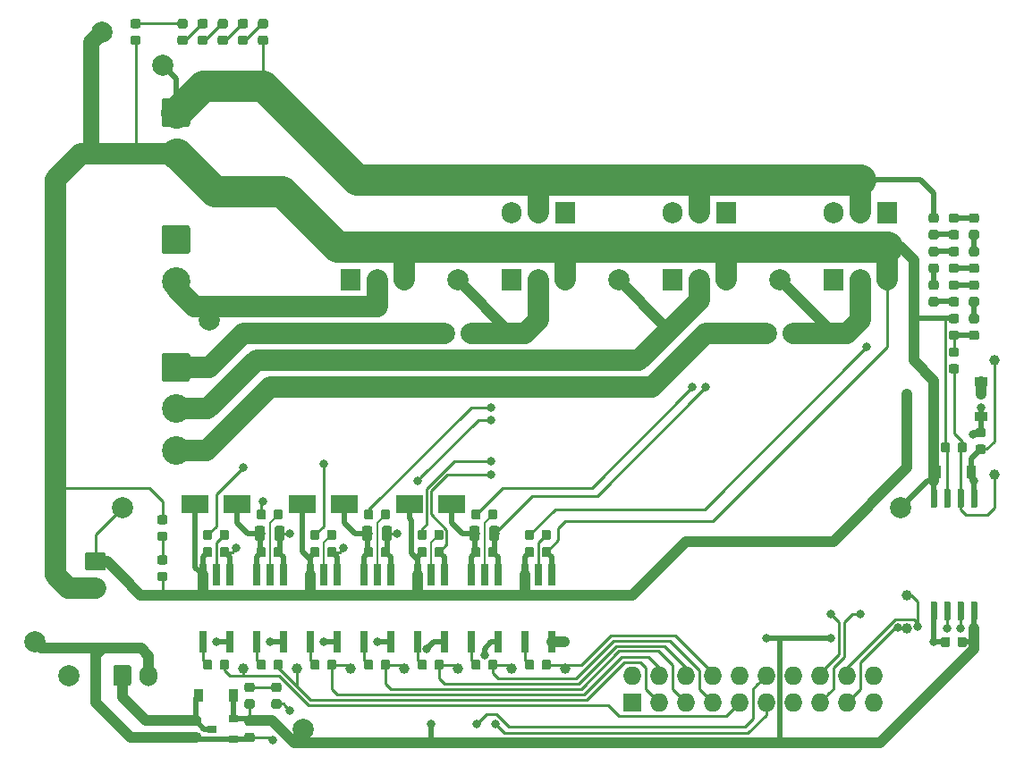
<source format=gtl>
G04 #@! TF.GenerationSoftware,KiCad,Pcbnew,(5.1.2)-1*
G04 #@! TF.CreationDate,2020-04-21T09:16:59+09:00*
G04 #@! TF.ProjectId,InverterBoard,496e7665-7274-4657-9242-6f6172642e6b,rev?*
G04 #@! TF.SameCoordinates,Original*
G04 #@! TF.FileFunction,Copper,L1,Top*
G04 #@! TF.FilePolarity,Positive*
%FSLAX46Y46*%
G04 Gerber Fmt 4.6, Leading zero omitted, Abs format (unit mm)*
G04 Created by KiCad (PCBNEW (5.1.2)-1) date 2020-04-21 09:16:59*
%MOMM*%
%LPD*%
G04 APERTURE LIST*
%ADD10C,0.100000*%
%ADD11C,0.875000*%
%ADD12R,1.200000X0.900000*%
%ADD13C,0.975000*%
%ADD14R,0.900000X1.200000*%
%ADD15R,2.500000X1.800000*%
%ADD16C,2.700000*%
%ADD17R,1.905000X2.000000*%
%ADD18O,1.905000X2.000000*%
%ADD19R,0.900000X0.800000*%
%ADD20R,0.640000X2.000000*%
%ADD21C,0.600000*%
%ADD22O,1.700000X2.000000*%
%ADD23C,1.700000*%
%ADD24O,2.000000X1.700000*%
%ADD25C,2.000000*%
%ADD26R,1.727200X1.727200*%
%ADD27O,1.727200X1.727200*%
%ADD28C,1.000000*%
%ADD29C,0.800000*%
%ADD30C,0.500000*%
%ADD31C,0.250000*%
%ADD32C,1.000000*%
%ADD33C,3.000000*%
%ADD34C,2.000000*%
%ADD35C,1.500000*%
%ADD36C,0.200000*%
G04 APERTURE END LIST*
D10*
G36*
X41362691Y-24291053D02*
G01*
X41383926Y-24294203D01*
X41404750Y-24299419D01*
X41424962Y-24306651D01*
X41444368Y-24315830D01*
X41462781Y-24326866D01*
X41480024Y-24339654D01*
X41495930Y-24354070D01*
X41510346Y-24369976D01*
X41523134Y-24387219D01*
X41534170Y-24405632D01*
X41543349Y-24425038D01*
X41550581Y-24445250D01*
X41555797Y-24466074D01*
X41558947Y-24487309D01*
X41560000Y-24508750D01*
X41560000Y-25021250D01*
X41558947Y-25042691D01*
X41555797Y-25063926D01*
X41550581Y-25084750D01*
X41543349Y-25104962D01*
X41534170Y-25124368D01*
X41523134Y-25142781D01*
X41510346Y-25160024D01*
X41495930Y-25175930D01*
X41480024Y-25190346D01*
X41462781Y-25203134D01*
X41444368Y-25214170D01*
X41424962Y-25223349D01*
X41404750Y-25230581D01*
X41383926Y-25235797D01*
X41362691Y-25238947D01*
X41341250Y-25240000D01*
X40903750Y-25240000D01*
X40882309Y-25238947D01*
X40861074Y-25235797D01*
X40840250Y-25230581D01*
X40820038Y-25223349D01*
X40800632Y-25214170D01*
X40782219Y-25203134D01*
X40764976Y-25190346D01*
X40749070Y-25175930D01*
X40734654Y-25160024D01*
X40721866Y-25142781D01*
X40710830Y-25124368D01*
X40701651Y-25104962D01*
X40694419Y-25084750D01*
X40689203Y-25063926D01*
X40686053Y-25042691D01*
X40685000Y-25021250D01*
X40685000Y-24508750D01*
X40686053Y-24487309D01*
X40689203Y-24466074D01*
X40694419Y-24445250D01*
X40701651Y-24425038D01*
X40710830Y-24405632D01*
X40721866Y-24387219D01*
X40734654Y-24369976D01*
X40749070Y-24354070D01*
X40764976Y-24339654D01*
X40782219Y-24326866D01*
X40800632Y-24315830D01*
X40820038Y-24306651D01*
X40840250Y-24299419D01*
X40861074Y-24294203D01*
X40882309Y-24291053D01*
X40903750Y-24290000D01*
X41341250Y-24290000D01*
X41362691Y-24291053D01*
X41362691Y-24291053D01*
G37*
D11*
X41122500Y-24765000D03*
D10*
G36*
X42937691Y-24291053D02*
G01*
X42958926Y-24294203D01*
X42979750Y-24299419D01*
X42999962Y-24306651D01*
X43019368Y-24315830D01*
X43037781Y-24326866D01*
X43055024Y-24339654D01*
X43070930Y-24354070D01*
X43085346Y-24369976D01*
X43098134Y-24387219D01*
X43109170Y-24405632D01*
X43118349Y-24425038D01*
X43125581Y-24445250D01*
X43130797Y-24466074D01*
X43133947Y-24487309D01*
X43135000Y-24508750D01*
X43135000Y-25021250D01*
X43133947Y-25042691D01*
X43130797Y-25063926D01*
X43125581Y-25084750D01*
X43118349Y-25104962D01*
X43109170Y-25124368D01*
X43098134Y-25142781D01*
X43085346Y-25160024D01*
X43070930Y-25175930D01*
X43055024Y-25190346D01*
X43037781Y-25203134D01*
X43019368Y-25214170D01*
X42999962Y-25223349D01*
X42979750Y-25230581D01*
X42958926Y-25235797D01*
X42937691Y-25238947D01*
X42916250Y-25240000D01*
X42478750Y-25240000D01*
X42457309Y-25238947D01*
X42436074Y-25235797D01*
X42415250Y-25230581D01*
X42395038Y-25223349D01*
X42375632Y-25214170D01*
X42357219Y-25203134D01*
X42339976Y-25190346D01*
X42324070Y-25175930D01*
X42309654Y-25160024D01*
X42296866Y-25142781D01*
X42285830Y-25124368D01*
X42276651Y-25104962D01*
X42269419Y-25084750D01*
X42264203Y-25063926D01*
X42261053Y-25042691D01*
X42260000Y-25021250D01*
X42260000Y-24508750D01*
X42261053Y-24487309D01*
X42264203Y-24466074D01*
X42269419Y-24445250D01*
X42276651Y-24425038D01*
X42285830Y-24405632D01*
X42296866Y-24387219D01*
X42309654Y-24369976D01*
X42324070Y-24354070D01*
X42339976Y-24339654D01*
X42357219Y-24326866D01*
X42375632Y-24315830D01*
X42395038Y-24306651D01*
X42415250Y-24299419D01*
X42436074Y-24294203D01*
X42457309Y-24291053D01*
X42478750Y-24290000D01*
X42916250Y-24290000D01*
X42937691Y-24291053D01*
X42937691Y-24291053D01*
G37*
D11*
X42697500Y-24765000D03*
D12*
X44450000Y-3428000D03*
X44450000Y-128000D03*
D10*
G36*
X-29567309Y-33371053D02*
G01*
X-29546074Y-33374203D01*
X-29525250Y-33379419D01*
X-29505038Y-33386651D01*
X-29485632Y-33395830D01*
X-29467219Y-33406866D01*
X-29449976Y-33419654D01*
X-29434070Y-33434070D01*
X-29419654Y-33449976D01*
X-29406866Y-33467219D01*
X-29395830Y-33485632D01*
X-29386651Y-33505038D01*
X-29379419Y-33525250D01*
X-29374203Y-33546074D01*
X-29371053Y-33567309D01*
X-29370000Y-33588750D01*
X-29370000Y-34026250D01*
X-29371053Y-34047691D01*
X-29374203Y-34068926D01*
X-29379419Y-34089750D01*
X-29386651Y-34109962D01*
X-29395830Y-34129368D01*
X-29406866Y-34147781D01*
X-29419654Y-34165024D01*
X-29434070Y-34180930D01*
X-29449976Y-34195346D01*
X-29467219Y-34208134D01*
X-29485632Y-34219170D01*
X-29505038Y-34228349D01*
X-29525250Y-34235581D01*
X-29546074Y-34240797D01*
X-29567309Y-34243947D01*
X-29588750Y-34245000D01*
X-30101250Y-34245000D01*
X-30122691Y-34243947D01*
X-30143926Y-34240797D01*
X-30164750Y-34235581D01*
X-30184962Y-34228349D01*
X-30204368Y-34219170D01*
X-30222781Y-34208134D01*
X-30240024Y-34195346D01*
X-30255930Y-34180930D01*
X-30270346Y-34165024D01*
X-30283134Y-34147781D01*
X-30294170Y-34129368D01*
X-30303349Y-34109962D01*
X-30310581Y-34089750D01*
X-30315797Y-34068926D01*
X-30318947Y-34047691D01*
X-30320000Y-34026250D01*
X-30320000Y-33588750D01*
X-30318947Y-33567309D01*
X-30315797Y-33546074D01*
X-30310581Y-33525250D01*
X-30303349Y-33505038D01*
X-30294170Y-33485632D01*
X-30283134Y-33467219D01*
X-30270346Y-33449976D01*
X-30255930Y-33434070D01*
X-30240024Y-33419654D01*
X-30222781Y-33406866D01*
X-30204368Y-33395830D01*
X-30184962Y-33386651D01*
X-30164750Y-33379419D01*
X-30143926Y-33374203D01*
X-30122691Y-33371053D01*
X-30101250Y-33370000D01*
X-29588750Y-33370000D01*
X-29567309Y-33371053D01*
X-29567309Y-33371053D01*
G37*
D11*
X-29845000Y-33807500D03*
D10*
G36*
X-29567309Y-31796053D02*
G01*
X-29546074Y-31799203D01*
X-29525250Y-31804419D01*
X-29505038Y-31811651D01*
X-29485632Y-31820830D01*
X-29467219Y-31831866D01*
X-29449976Y-31844654D01*
X-29434070Y-31859070D01*
X-29419654Y-31874976D01*
X-29406866Y-31892219D01*
X-29395830Y-31910632D01*
X-29386651Y-31930038D01*
X-29379419Y-31950250D01*
X-29374203Y-31971074D01*
X-29371053Y-31992309D01*
X-29370000Y-32013750D01*
X-29370000Y-32451250D01*
X-29371053Y-32472691D01*
X-29374203Y-32493926D01*
X-29379419Y-32514750D01*
X-29386651Y-32534962D01*
X-29395830Y-32554368D01*
X-29406866Y-32572781D01*
X-29419654Y-32590024D01*
X-29434070Y-32605930D01*
X-29449976Y-32620346D01*
X-29467219Y-32633134D01*
X-29485632Y-32644170D01*
X-29505038Y-32653349D01*
X-29525250Y-32660581D01*
X-29546074Y-32665797D01*
X-29567309Y-32668947D01*
X-29588750Y-32670000D01*
X-30101250Y-32670000D01*
X-30122691Y-32668947D01*
X-30143926Y-32665797D01*
X-30164750Y-32660581D01*
X-30184962Y-32653349D01*
X-30204368Y-32644170D01*
X-30222781Y-32633134D01*
X-30240024Y-32620346D01*
X-30255930Y-32605930D01*
X-30270346Y-32590024D01*
X-30283134Y-32572781D01*
X-30294170Y-32554368D01*
X-30303349Y-32534962D01*
X-30310581Y-32514750D01*
X-30315797Y-32493926D01*
X-30318947Y-32472691D01*
X-30320000Y-32451250D01*
X-30320000Y-32013750D01*
X-30318947Y-31992309D01*
X-30315797Y-31971074D01*
X-30310581Y-31950250D01*
X-30303349Y-31930038D01*
X-30294170Y-31910632D01*
X-30283134Y-31892219D01*
X-30270346Y-31874976D01*
X-30255930Y-31859070D01*
X-30240024Y-31844654D01*
X-30222781Y-31831866D01*
X-30204368Y-31820830D01*
X-30184962Y-31811651D01*
X-30164750Y-31804419D01*
X-30143926Y-31799203D01*
X-30122691Y-31796053D01*
X-30101250Y-31795000D01*
X-29588750Y-31795000D01*
X-29567309Y-31796053D01*
X-29567309Y-31796053D01*
G37*
D11*
X-29845000Y-32232500D03*
D10*
G36*
X-24487309Y-31796053D02*
G01*
X-24466074Y-31799203D01*
X-24445250Y-31804419D01*
X-24425038Y-31811651D01*
X-24405632Y-31820830D01*
X-24387219Y-31831866D01*
X-24369976Y-31844654D01*
X-24354070Y-31859070D01*
X-24339654Y-31874976D01*
X-24326866Y-31892219D01*
X-24315830Y-31910632D01*
X-24306651Y-31930038D01*
X-24299419Y-31950250D01*
X-24294203Y-31971074D01*
X-24291053Y-31992309D01*
X-24290000Y-32013750D01*
X-24290000Y-32451250D01*
X-24291053Y-32472691D01*
X-24294203Y-32493926D01*
X-24299419Y-32514750D01*
X-24306651Y-32534962D01*
X-24315830Y-32554368D01*
X-24326866Y-32572781D01*
X-24339654Y-32590024D01*
X-24354070Y-32605930D01*
X-24369976Y-32620346D01*
X-24387219Y-32633134D01*
X-24405632Y-32644170D01*
X-24425038Y-32653349D01*
X-24445250Y-32660581D01*
X-24466074Y-32665797D01*
X-24487309Y-32668947D01*
X-24508750Y-32670000D01*
X-25021250Y-32670000D01*
X-25042691Y-32668947D01*
X-25063926Y-32665797D01*
X-25084750Y-32660581D01*
X-25104962Y-32653349D01*
X-25124368Y-32644170D01*
X-25142781Y-32633134D01*
X-25160024Y-32620346D01*
X-25175930Y-32605930D01*
X-25190346Y-32590024D01*
X-25203134Y-32572781D01*
X-25214170Y-32554368D01*
X-25223349Y-32534962D01*
X-25230581Y-32514750D01*
X-25235797Y-32493926D01*
X-25238947Y-32472691D01*
X-25240000Y-32451250D01*
X-25240000Y-32013750D01*
X-25238947Y-31992309D01*
X-25235797Y-31971074D01*
X-25230581Y-31950250D01*
X-25223349Y-31930038D01*
X-25214170Y-31910632D01*
X-25203134Y-31892219D01*
X-25190346Y-31874976D01*
X-25175930Y-31859070D01*
X-25160024Y-31844654D01*
X-25142781Y-31831866D01*
X-25124368Y-31820830D01*
X-25104962Y-31811651D01*
X-25084750Y-31804419D01*
X-25063926Y-31799203D01*
X-25042691Y-31796053D01*
X-25021250Y-31795000D01*
X-24508750Y-31795000D01*
X-24487309Y-31796053D01*
X-24487309Y-31796053D01*
G37*
D11*
X-24765000Y-32232500D03*
D10*
G36*
X-24487309Y-33371053D02*
G01*
X-24466074Y-33374203D01*
X-24445250Y-33379419D01*
X-24425038Y-33386651D01*
X-24405632Y-33395830D01*
X-24387219Y-33406866D01*
X-24369976Y-33419654D01*
X-24354070Y-33434070D01*
X-24339654Y-33449976D01*
X-24326866Y-33467219D01*
X-24315830Y-33485632D01*
X-24306651Y-33505038D01*
X-24299419Y-33525250D01*
X-24294203Y-33546074D01*
X-24291053Y-33567309D01*
X-24290000Y-33588750D01*
X-24290000Y-34026250D01*
X-24291053Y-34047691D01*
X-24294203Y-34068926D01*
X-24299419Y-34089750D01*
X-24306651Y-34109962D01*
X-24315830Y-34129368D01*
X-24326866Y-34147781D01*
X-24339654Y-34165024D01*
X-24354070Y-34180930D01*
X-24369976Y-34195346D01*
X-24387219Y-34208134D01*
X-24405632Y-34219170D01*
X-24425038Y-34228349D01*
X-24445250Y-34235581D01*
X-24466074Y-34240797D01*
X-24487309Y-34243947D01*
X-24508750Y-34245000D01*
X-25021250Y-34245000D01*
X-25042691Y-34243947D01*
X-25063926Y-34240797D01*
X-25084750Y-34235581D01*
X-25104962Y-34228349D01*
X-25124368Y-34219170D01*
X-25142781Y-34208134D01*
X-25160024Y-34195346D01*
X-25175930Y-34180930D01*
X-25190346Y-34165024D01*
X-25203134Y-34147781D01*
X-25214170Y-34129368D01*
X-25223349Y-34109962D01*
X-25230581Y-34089750D01*
X-25235797Y-34068926D01*
X-25238947Y-34047691D01*
X-25240000Y-34026250D01*
X-25240000Y-33588750D01*
X-25238947Y-33567309D01*
X-25235797Y-33546074D01*
X-25230581Y-33525250D01*
X-25223349Y-33505038D01*
X-25214170Y-33485632D01*
X-25203134Y-33467219D01*
X-25190346Y-33449976D01*
X-25175930Y-33434070D01*
X-25160024Y-33419654D01*
X-25142781Y-33406866D01*
X-25124368Y-33395830D01*
X-25104962Y-33386651D01*
X-25084750Y-33379419D01*
X-25063926Y-33374203D01*
X-25042691Y-33371053D01*
X-25021250Y-33370000D01*
X-24508750Y-33370000D01*
X-24487309Y-33371053D01*
X-24487309Y-33371053D01*
G37*
D11*
X-24765000Y-33807500D03*
D10*
G36*
X-23407309Y-15782053D02*
G01*
X-23386074Y-15785203D01*
X-23365250Y-15790419D01*
X-23345038Y-15797651D01*
X-23325632Y-15806830D01*
X-23307219Y-15817866D01*
X-23289976Y-15830654D01*
X-23274070Y-15845070D01*
X-23259654Y-15860976D01*
X-23246866Y-15878219D01*
X-23235830Y-15896632D01*
X-23226651Y-15916038D01*
X-23219419Y-15936250D01*
X-23214203Y-15957074D01*
X-23211053Y-15978309D01*
X-23210000Y-15999750D01*
X-23210000Y-16512250D01*
X-23211053Y-16533691D01*
X-23214203Y-16554926D01*
X-23219419Y-16575750D01*
X-23226651Y-16595962D01*
X-23235830Y-16615368D01*
X-23246866Y-16633781D01*
X-23259654Y-16651024D01*
X-23274070Y-16666930D01*
X-23289976Y-16681346D01*
X-23307219Y-16694134D01*
X-23325632Y-16705170D01*
X-23345038Y-16714349D01*
X-23365250Y-16721581D01*
X-23386074Y-16726797D01*
X-23407309Y-16729947D01*
X-23428750Y-16731000D01*
X-23866250Y-16731000D01*
X-23887691Y-16729947D01*
X-23908926Y-16726797D01*
X-23929750Y-16721581D01*
X-23949962Y-16714349D01*
X-23969368Y-16705170D01*
X-23987781Y-16694134D01*
X-24005024Y-16681346D01*
X-24020930Y-16666930D01*
X-24035346Y-16651024D01*
X-24048134Y-16633781D01*
X-24059170Y-16615368D01*
X-24068349Y-16595962D01*
X-24075581Y-16575750D01*
X-24080797Y-16554926D01*
X-24083947Y-16533691D01*
X-24085000Y-16512250D01*
X-24085000Y-15999750D01*
X-24083947Y-15978309D01*
X-24080797Y-15957074D01*
X-24075581Y-15936250D01*
X-24068349Y-15916038D01*
X-24059170Y-15896632D01*
X-24048134Y-15878219D01*
X-24035346Y-15860976D01*
X-24020930Y-15845070D01*
X-24005024Y-15830654D01*
X-23987781Y-15817866D01*
X-23969368Y-15806830D01*
X-23949962Y-15797651D01*
X-23929750Y-15790419D01*
X-23908926Y-15785203D01*
X-23887691Y-15782053D01*
X-23866250Y-15781000D01*
X-23428750Y-15781000D01*
X-23407309Y-15782053D01*
X-23407309Y-15782053D01*
G37*
D11*
X-23647500Y-16256000D03*
D10*
G36*
X-21832309Y-15782053D02*
G01*
X-21811074Y-15785203D01*
X-21790250Y-15790419D01*
X-21770038Y-15797651D01*
X-21750632Y-15806830D01*
X-21732219Y-15817866D01*
X-21714976Y-15830654D01*
X-21699070Y-15845070D01*
X-21684654Y-15860976D01*
X-21671866Y-15878219D01*
X-21660830Y-15896632D01*
X-21651651Y-15916038D01*
X-21644419Y-15936250D01*
X-21639203Y-15957074D01*
X-21636053Y-15978309D01*
X-21635000Y-15999750D01*
X-21635000Y-16512250D01*
X-21636053Y-16533691D01*
X-21639203Y-16554926D01*
X-21644419Y-16575750D01*
X-21651651Y-16595962D01*
X-21660830Y-16615368D01*
X-21671866Y-16633781D01*
X-21684654Y-16651024D01*
X-21699070Y-16666930D01*
X-21714976Y-16681346D01*
X-21732219Y-16694134D01*
X-21750632Y-16705170D01*
X-21770038Y-16714349D01*
X-21790250Y-16721581D01*
X-21811074Y-16726797D01*
X-21832309Y-16729947D01*
X-21853750Y-16731000D01*
X-22291250Y-16731000D01*
X-22312691Y-16729947D01*
X-22333926Y-16726797D01*
X-22354750Y-16721581D01*
X-22374962Y-16714349D01*
X-22394368Y-16705170D01*
X-22412781Y-16694134D01*
X-22430024Y-16681346D01*
X-22445930Y-16666930D01*
X-22460346Y-16651024D01*
X-22473134Y-16633781D01*
X-22484170Y-16615368D01*
X-22493349Y-16595962D01*
X-22500581Y-16575750D01*
X-22505797Y-16554926D01*
X-22508947Y-16533691D01*
X-22510000Y-16512250D01*
X-22510000Y-15999750D01*
X-22508947Y-15978309D01*
X-22505797Y-15957074D01*
X-22500581Y-15936250D01*
X-22493349Y-15916038D01*
X-22484170Y-15896632D01*
X-22473134Y-15878219D01*
X-22460346Y-15860976D01*
X-22445930Y-15845070D01*
X-22430024Y-15830654D01*
X-22412781Y-15817866D01*
X-22394368Y-15806830D01*
X-22374962Y-15797651D01*
X-22354750Y-15790419D01*
X-22333926Y-15785203D01*
X-22312691Y-15782053D01*
X-22291250Y-15781000D01*
X-21853750Y-15781000D01*
X-21832309Y-15782053D01*
X-21832309Y-15782053D01*
G37*
D11*
X-22072500Y-16256000D03*
D10*
G36*
X-16752309Y-15782053D02*
G01*
X-16731074Y-15785203D01*
X-16710250Y-15790419D01*
X-16690038Y-15797651D01*
X-16670632Y-15806830D01*
X-16652219Y-15817866D01*
X-16634976Y-15830654D01*
X-16619070Y-15845070D01*
X-16604654Y-15860976D01*
X-16591866Y-15878219D01*
X-16580830Y-15896632D01*
X-16571651Y-15916038D01*
X-16564419Y-15936250D01*
X-16559203Y-15957074D01*
X-16556053Y-15978309D01*
X-16555000Y-15999750D01*
X-16555000Y-16512250D01*
X-16556053Y-16533691D01*
X-16559203Y-16554926D01*
X-16564419Y-16575750D01*
X-16571651Y-16595962D01*
X-16580830Y-16615368D01*
X-16591866Y-16633781D01*
X-16604654Y-16651024D01*
X-16619070Y-16666930D01*
X-16634976Y-16681346D01*
X-16652219Y-16694134D01*
X-16670632Y-16705170D01*
X-16690038Y-16714349D01*
X-16710250Y-16721581D01*
X-16731074Y-16726797D01*
X-16752309Y-16729947D01*
X-16773750Y-16731000D01*
X-17211250Y-16731000D01*
X-17232691Y-16729947D01*
X-17253926Y-16726797D01*
X-17274750Y-16721581D01*
X-17294962Y-16714349D01*
X-17314368Y-16705170D01*
X-17332781Y-16694134D01*
X-17350024Y-16681346D01*
X-17365930Y-16666930D01*
X-17380346Y-16651024D01*
X-17393134Y-16633781D01*
X-17404170Y-16615368D01*
X-17413349Y-16595962D01*
X-17420581Y-16575750D01*
X-17425797Y-16554926D01*
X-17428947Y-16533691D01*
X-17430000Y-16512250D01*
X-17430000Y-15999750D01*
X-17428947Y-15978309D01*
X-17425797Y-15957074D01*
X-17420581Y-15936250D01*
X-17413349Y-15916038D01*
X-17404170Y-15896632D01*
X-17393134Y-15878219D01*
X-17380346Y-15860976D01*
X-17365930Y-15845070D01*
X-17350024Y-15830654D01*
X-17332781Y-15817866D01*
X-17314368Y-15806830D01*
X-17294962Y-15797651D01*
X-17274750Y-15790419D01*
X-17253926Y-15785203D01*
X-17232691Y-15782053D01*
X-17211250Y-15781000D01*
X-16773750Y-15781000D01*
X-16752309Y-15782053D01*
X-16752309Y-15782053D01*
G37*
D11*
X-16992500Y-16256000D03*
D10*
G36*
X-18327309Y-15782053D02*
G01*
X-18306074Y-15785203D01*
X-18285250Y-15790419D01*
X-18265038Y-15797651D01*
X-18245632Y-15806830D01*
X-18227219Y-15817866D01*
X-18209976Y-15830654D01*
X-18194070Y-15845070D01*
X-18179654Y-15860976D01*
X-18166866Y-15878219D01*
X-18155830Y-15896632D01*
X-18146651Y-15916038D01*
X-18139419Y-15936250D01*
X-18134203Y-15957074D01*
X-18131053Y-15978309D01*
X-18130000Y-15999750D01*
X-18130000Y-16512250D01*
X-18131053Y-16533691D01*
X-18134203Y-16554926D01*
X-18139419Y-16575750D01*
X-18146651Y-16595962D01*
X-18155830Y-16615368D01*
X-18166866Y-16633781D01*
X-18179654Y-16651024D01*
X-18194070Y-16666930D01*
X-18209976Y-16681346D01*
X-18227219Y-16694134D01*
X-18245632Y-16705170D01*
X-18265038Y-16714349D01*
X-18285250Y-16721581D01*
X-18306074Y-16726797D01*
X-18327309Y-16729947D01*
X-18348750Y-16731000D01*
X-18786250Y-16731000D01*
X-18807691Y-16729947D01*
X-18828926Y-16726797D01*
X-18849750Y-16721581D01*
X-18869962Y-16714349D01*
X-18889368Y-16705170D01*
X-18907781Y-16694134D01*
X-18925024Y-16681346D01*
X-18940930Y-16666930D01*
X-18955346Y-16651024D01*
X-18968134Y-16633781D01*
X-18979170Y-16615368D01*
X-18988349Y-16595962D01*
X-18995581Y-16575750D01*
X-19000797Y-16554926D01*
X-19003947Y-16533691D01*
X-19005000Y-16512250D01*
X-19005000Y-15999750D01*
X-19003947Y-15978309D01*
X-19000797Y-15957074D01*
X-18995581Y-15936250D01*
X-18988349Y-15916038D01*
X-18979170Y-15896632D01*
X-18968134Y-15878219D01*
X-18955346Y-15860976D01*
X-18940930Y-15845070D01*
X-18925024Y-15830654D01*
X-18907781Y-15817866D01*
X-18889368Y-15806830D01*
X-18869962Y-15797651D01*
X-18849750Y-15790419D01*
X-18828926Y-15785203D01*
X-18807691Y-15782053D01*
X-18786250Y-15781000D01*
X-18348750Y-15781000D01*
X-18327309Y-15782053D01*
X-18327309Y-15782053D01*
G37*
D11*
X-18567500Y-16256000D03*
D10*
G36*
X-26912309Y-15782053D02*
G01*
X-26891074Y-15785203D01*
X-26870250Y-15790419D01*
X-26850038Y-15797651D01*
X-26830632Y-15806830D01*
X-26812219Y-15817866D01*
X-26794976Y-15830654D01*
X-26779070Y-15845070D01*
X-26764654Y-15860976D01*
X-26751866Y-15878219D01*
X-26740830Y-15896632D01*
X-26731651Y-15916038D01*
X-26724419Y-15936250D01*
X-26719203Y-15957074D01*
X-26716053Y-15978309D01*
X-26715000Y-15999750D01*
X-26715000Y-16512250D01*
X-26716053Y-16533691D01*
X-26719203Y-16554926D01*
X-26724419Y-16575750D01*
X-26731651Y-16595962D01*
X-26740830Y-16615368D01*
X-26751866Y-16633781D01*
X-26764654Y-16651024D01*
X-26779070Y-16666930D01*
X-26794976Y-16681346D01*
X-26812219Y-16694134D01*
X-26830632Y-16705170D01*
X-26850038Y-16714349D01*
X-26870250Y-16721581D01*
X-26891074Y-16726797D01*
X-26912309Y-16729947D01*
X-26933750Y-16731000D01*
X-27371250Y-16731000D01*
X-27392691Y-16729947D01*
X-27413926Y-16726797D01*
X-27434750Y-16721581D01*
X-27454962Y-16714349D01*
X-27474368Y-16705170D01*
X-27492781Y-16694134D01*
X-27510024Y-16681346D01*
X-27525930Y-16666930D01*
X-27540346Y-16651024D01*
X-27553134Y-16633781D01*
X-27564170Y-16615368D01*
X-27573349Y-16595962D01*
X-27580581Y-16575750D01*
X-27585797Y-16554926D01*
X-27588947Y-16533691D01*
X-27590000Y-16512250D01*
X-27590000Y-15999750D01*
X-27588947Y-15978309D01*
X-27585797Y-15957074D01*
X-27580581Y-15936250D01*
X-27573349Y-15916038D01*
X-27564170Y-15896632D01*
X-27553134Y-15878219D01*
X-27540346Y-15860976D01*
X-27525930Y-15845070D01*
X-27510024Y-15830654D01*
X-27492781Y-15817866D01*
X-27474368Y-15806830D01*
X-27454962Y-15797651D01*
X-27434750Y-15790419D01*
X-27413926Y-15785203D01*
X-27392691Y-15782053D01*
X-27371250Y-15781000D01*
X-26933750Y-15781000D01*
X-26912309Y-15782053D01*
X-26912309Y-15782053D01*
G37*
D11*
X-27152500Y-16256000D03*
D10*
G36*
X-28487309Y-15782053D02*
G01*
X-28466074Y-15785203D01*
X-28445250Y-15790419D01*
X-28425038Y-15797651D01*
X-28405632Y-15806830D01*
X-28387219Y-15817866D01*
X-28369976Y-15830654D01*
X-28354070Y-15845070D01*
X-28339654Y-15860976D01*
X-28326866Y-15878219D01*
X-28315830Y-15896632D01*
X-28306651Y-15916038D01*
X-28299419Y-15936250D01*
X-28294203Y-15957074D01*
X-28291053Y-15978309D01*
X-28290000Y-15999750D01*
X-28290000Y-16512250D01*
X-28291053Y-16533691D01*
X-28294203Y-16554926D01*
X-28299419Y-16575750D01*
X-28306651Y-16595962D01*
X-28315830Y-16615368D01*
X-28326866Y-16633781D01*
X-28339654Y-16651024D01*
X-28354070Y-16666930D01*
X-28369976Y-16681346D01*
X-28387219Y-16694134D01*
X-28405632Y-16705170D01*
X-28425038Y-16714349D01*
X-28445250Y-16721581D01*
X-28466074Y-16726797D01*
X-28487309Y-16729947D01*
X-28508750Y-16731000D01*
X-28946250Y-16731000D01*
X-28967691Y-16729947D01*
X-28988926Y-16726797D01*
X-29009750Y-16721581D01*
X-29029962Y-16714349D01*
X-29049368Y-16705170D01*
X-29067781Y-16694134D01*
X-29085024Y-16681346D01*
X-29100930Y-16666930D01*
X-29115346Y-16651024D01*
X-29128134Y-16633781D01*
X-29139170Y-16615368D01*
X-29148349Y-16595962D01*
X-29155581Y-16575750D01*
X-29160797Y-16554926D01*
X-29163947Y-16533691D01*
X-29165000Y-16512250D01*
X-29165000Y-15999750D01*
X-29163947Y-15978309D01*
X-29160797Y-15957074D01*
X-29155581Y-15936250D01*
X-29148349Y-15916038D01*
X-29139170Y-15896632D01*
X-29128134Y-15878219D01*
X-29115346Y-15860976D01*
X-29100930Y-15845070D01*
X-29085024Y-15830654D01*
X-29067781Y-15817866D01*
X-29049368Y-15806830D01*
X-29029962Y-15797651D01*
X-29009750Y-15790419D01*
X-28988926Y-15785203D01*
X-28967691Y-15782053D01*
X-28946250Y-15781000D01*
X-28508750Y-15781000D01*
X-28487309Y-15782053D01*
X-28487309Y-15782053D01*
G37*
D11*
X-28727500Y-16256000D03*
D10*
G36*
X-21654858Y-13779174D02*
G01*
X-21631197Y-13782684D01*
X-21607993Y-13788496D01*
X-21585471Y-13796554D01*
X-21563847Y-13806782D01*
X-21543330Y-13819079D01*
X-21524117Y-13833329D01*
X-21506393Y-13849393D01*
X-21490329Y-13867117D01*
X-21476079Y-13886330D01*
X-21463782Y-13906847D01*
X-21453554Y-13928471D01*
X-21445496Y-13950993D01*
X-21439684Y-13974197D01*
X-21436174Y-13997858D01*
X-21435000Y-14021750D01*
X-21435000Y-14934250D01*
X-21436174Y-14958142D01*
X-21439684Y-14981803D01*
X-21445496Y-15005007D01*
X-21453554Y-15027529D01*
X-21463782Y-15049153D01*
X-21476079Y-15069670D01*
X-21490329Y-15088883D01*
X-21506393Y-15106607D01*
X-21524117Y-15122671D01*
X-21543330Y-15136921D01*
X-21563847Y-15149218D01*
X-21585471Y-15159446D01*
X-21607993Y-15167504D01*
X-21631197Y-15173316D01*
X-21654858Y-15176826D01*
X-21678750Y-15178000D01*
X-22166250Y-15178000D01*
X-22190142Y-15176826D01*
X-22213803Y-15173316D01*
X-22237007Y-15167504D01*
X-22259529Y-15159446D01*
X-22281153Y-15149218D01*
X-22301670Y-15136921D01*
X-22320883Y-15122671D01*
X-22338607Y-15106607D01*
X-22354671Y-15088883D01*
X-22368921Y-15069670D01*
X-22381218Y-15049153D01*
X-22391446Y-15027529D01*
X-22399504Y-15005007D01*
X-22405316Y-14981803D01*
X-22408826Y-14958142D01*
X-22410000Y-14934250D01*
X-22410000Y-14021750D01*
X-22408826Y-13997858D01*
X-22405316Y-13974197D01*
X-22399504Y-13950993D01*
X-22391446Y-13928471D01*
X-22381218Y-13906847D01*
X-22368921Y-13886330D01*
X-22354671Y-13867117D01*
X-22338607Y-13849393D01*
X-22320883Y-13833329D01*
X-22301670Y-13819079D01*
X-22281153Y-13806782D01*
X-22259529Y-13796554D01*
X-22237007Y-13788496D01*
X-22213803Y-13782684D01*
X-22190142Y-13779174D01*
X-22166250Y-13778000D01*
X-21678750Y-13778000D01*
X-21654858Y-13779174D01*
X-21654858Y-13779174D01*
G37*
D13*
X-21922500Y-14478000D03*
D10*
G36*
X-23529858Y-13779174D02*
G01*
X-23506197Y-13782684D01*
X-23482993Y-13788496D01*
X-23460471Y-13796554D01*
X-23438847Y-13806782D01*
X-23418330Y-13819079D01*
X-23399117Y-13833329D01*
X-23381393Y-13849393D01*
X-23365329Y-13867117D01*
X-23351079Y-13886330D01*
X-23338782Y-13906847D01*
X-23328554Y-13928471D01*
X-23320496Y-13950993D01*
X-23314684Y-13974197D01*
X-23311174Y-13997858D01*
X-23310000Y-14021750D01*
X-23310000Y-14934250D01*
X-23311174Y-14958142D01*
X-23314684Y-14981803D01*
X-23320496Y-15005007D01*
X-23328554Y-15027529D01*
X-23338782Y-15049153D01*
X-23351079Y-15069670D01*
X-23365329Y-15088883D01*
X-23381393Y-15106607D01*
X-23399117Y-15122671D01*
X-23418330Y-15136921D01*
X-23438847Y-15149218D01*
X-23460471Y-15159446D01*
X-23482993Y-15167504D01*
X-23506197Y-15173316D01*
X-23529858Y-15176826D01*
X-23553750Y-15178000D01*
X-24041250Y-15178000D01*
X-24065142Y-15176826D01*
X-24088803Y-15173316D01*
X-24112007Y-15167504D01*
X-24134529Y-15159446D01*
X-24156153Y-15149218D01*
X-24176670Y-15136921D01*
X-24195883Y-15122671D01*
X-24213607Y-15106607D01*
X-24229671Y-15088883D01*
X-24243921Y-15069670D01*
X-24256218Y-15049153D01*
X-24266446Y-15027529D01*
X-24274504Y-15005007D01*
X-24280316Y-14981803D01*
X-24283826Y-14958142D01*
X-24285000Y-14934250D01*
X-24285000Y-14021750D01*
X-24283826Y-13997858D01*
X-24280316Y-13974197D01*
X-24274504Y-13950993D01*
X-24266446Y-13928471D01*
X-24256218Y-13906847D01*
X-24243921Y-13886330D01*
X-24229671Y-13867117D01*
X-24213607Y-13849393D01*
X-24195883Y-13833329D01*
X-24176670Y-13819079D01*
X-24156153Y-13806782D01*
X-24134529Y-13796554D01*
X-24112007Y-13788496D01*
X-24088803Y-13782684D01*
X-24065142Y-13779174D01*
X-24041250Y-13778000D01*
X-23553750Y-13778000D01*
X-23529858Y-13779174D01*
X-23529858Y-13779174D01*
G37*
D13*
X-23797500Y-14478000D03*
D10*
G36*
X-13247309Y-15782053D02*
G01*
X-13226074Y-15785203D01*
X-13205250Y-15790419D01*
X-13185038Y-15797651D01*
X-13165632Y-15806830D01*
X-13147219Y-15817866D01*
X-13129976Y-15830654D01*
X-13114070Y-15845070D01*
X-13099654Y-15860976D01*
X-13086866Y-15878219D01*
X-13075830Y-15896632D01*
X-13066651Y-15916038D01*
X-13059419Y-15936250D01*
X-13054203Y-15957074D01*
X-13051053Y-15978309D01*
X-13050000Y-15999750D01*
X-13050000Y-16512250D01*
X-13051053Y-16533691D01*
X-13054203Y-16554926D01*
X-13059419Y-16575750D01*
X-13066651Y-16595962D01*
X-13075830Y-16615368D01*
X-13086866Y-16633781D01*
X-13099654Y-16651024D01*
X-13114070Y-16666930D01*
X-13129976Y-16681346D01*
X-13147219Y-16694134D01*
X-13165632Y-16705170D01*
X-13185038Y-16714349D01*
X-13205250Y-16721581D01*
X-13226074Y-16726797D01*
X-13247309Y-16729947D01*
X-13268750Y-16731000D01*
X-13706250Y-16731000D01*
X-13727691Y-16729947D01*
X-13748926Y-16726797D01*
X-13769750Y-16721581D01*
X-13789962Y-16714349D01*
X-13809368Y-16705170D01*
X-13827781Y-16694134D01*
X-13845024Y-16681346D01*
X-13860930Y-16666930D01*
X-13875346Y-16651024D01*
X-13888134Y-16633781D01*
X-13899170Y-16615368D01*
X-13908349Y-16595962D01*
X-13915581Y-16575750D01*
X-13920797Y-16554926D01*
X-13923947Y-16533691D01*
X-13925000Y-16512250D01*
X-13925000Y-15999750D01*
X-13923947Y-15978309D01*
X-13920797Y-15957074D01*
X-13915581Y-15936250D01*
X-13908349Y-15916038D01*
X-13899170Y-15896632D01*
X-13888134Y-15878219D01*
X-13875346Y-15860976D01*
X-13860930Y-15845070D01*
X-13845024Y-15830654D01*
X-13827781Y-15817866D01*
X-13809368Y-15806830D01*
X-13789962Y-15797651D01*
X-13769750Y-15790419D01*
X-13748926Y-15785203D01*
X-13727691Y-15782053D01*
X-13706250Y-15781000D01*
X-13268750Y-15781000D01*
X-13247309Y-15782053D01*
X-13247309Y-15782053D01*
G37*
D11*
X-13487500Y-16256000D03*
D10*
G36*
X-11672309Y-15782053D02*
G01*
X-11651074Y-15785203D01*
X-11630250Y-15790419D01*
X-11610038Y-15797651D01*
X-11590632Y-15806830D01*
X-11572219Y-15817866D01*
X-11554976Y-15830654D01*
X-11539070Y-15845070D01*
X-11524654Y-15860976D01*
X-11511866Y-15878219D01*
X-11500830Y-15896632D01*
X-11491651Y-15916038D01*
X-11484419Y-15936250D01*
X-11479203Y-15957074D01*
X-11476053Y-15978309D01*
X-11475000Y-15999750D01*
X-11475000Y-16512250D01*
X-11476053Y-16533691D01*
X-11479203Y-16554926D01*
X-11484419Y-16575750D01*
X-11491651Y-16595962D01*
X-11500830Y-16615368D01*
X-11511866Y-16633781D01*
X-11524654Y-16651024D01*
X-11539070Y-16666930D01*
X-11554976Y-16681346D01*
X-11572219Y-16694134D01*
X-11590632Y-16705170D01*
X-11610038Y-16714349D01*
X-11630250Y-16721581D01*
X-11651074Y-16726797D01*
X-11672309Y-16729947D01*
X-11693750Y-16731000D01*
X-12131250Y-16731000D01*
X-12152691Y-16729947D01*
X-12173926Y-16726797D01*
X-12194750Y-16721581D01*
X-12214962Y-16714349D01*
X-12234368Y-16705170D01*
X-12252781Y-16694134D01*
X-12270024Y-16681346D01*
X-12285930Y-16666930D01*
X-12300346Y-16651024D01*
X-12313134Y-16633781D01*
X-12324170Y-16615368D01*
X-12333349Y-16595962D01*
X-12340581Y-16575750D01*
X-12345797Y-16554926D01*
X-12348947Y-16533691D01*
X-12350000Y-16512250D01*
X-12350000Y-15999750D01*
X-12348947Y-15978309D01*
X-12345797Y-15957074D01*
X-12340581Y-15936250D01*
X-12333349Y-15916038D01*
X-12324170Y-15896632D01*
X-12313134Y-15878219D01*
X-12300346Y-15860976D01*
X-12285930Y-15845070D01*
X-12270024Y-15830654D01*
X-12252781Y-15817866D01*
X-12234368Y-15806830D01*
X-12214962Y-15797651D01*
X-12194750Y-15790419D01*
X-12173926Y-15785203D01*
X-12152691Y-15782053D01*
X-12131250Y-15781000D01*
X-11693750Y-15781000D01*
X-11672309Y-15782053D01*
X-11672309Y-15782053D01*
G37*
D11*
X-11912500Y-16256000D03*
D10*
G36*
X-6592309Y-15782053D02*
G01*
X-6571074Y-15785203D01*
X-6550250Y-15790419D01*
X-6530038Y-15797651D01*
X-6510632Y-15806830D01*
X-6492219Y-15817866D01*
X-6474976Y-15830654D01*
X-6459070Y-15845070D01*
X-6444654Y-15860976D01*
X-6431866Y-15878219D01*
X-6420830Y-15896632D01*
X-6411651Y-15916038D01*
X-6404419Y-15936250D01*
X-6399203Y-15957074D01*
X-6396053Y-15978309D01*
X-6395000Y-15999750D01*
X-6395000Y-16512250D01*
X-6396053Y-16533691D01*
X-6399203Y-16554926D01*
X-6404419Y-16575750D01*
X-6411651Y-16595962D01*
X-6420830Y-16615368D01*
X-6431866Y-16633781D01*
X-6444654Y-16651024D01*
X-6459070Y-16666930D01*
X-6474976Y-16681346D01*
X-6492219Y-16694134D01*
X-6510632Y-16705170D01*
X-6530038Y-16714349D01*
X-6550250Y-16721581D01*
X-6571074Y-16726797D01*
X-6592309Y-16729947D01*
X-6613750Y-16731000D01*
X-7051250Y-16731000D01*
X-7072691Y-16729947D01*
X-7093926Y-16726797D01*
X-7114750Y-16721581D01*
X-7134962Y-16714349D01*
X-7154368Y-16705170D01*
X-7172781Y-16694134D01*
X-7190024Y-16681346D01*
X-7205930Y-16666930D01*
X-7220346Y-16651024D01*
X-7233134Y-16633781D01*
X-7244170Y-16615368D01*
X-7253349Y-16595962D01*
X-7260581Y-16575750D01*
X-7265797Y-16554926D01*
X-7268947Y-16533691D01*
X-7270000Y-16512250D01*
X-7270000Y-15999750D01*
X-7268947Y-15978309D01*
X-7265797Y-15957074D01*
X-7260581Y-15936250D01*
X-7253349Y-15916038D01*
X-7244170Y-15896632D01*
X-7233134Y-15878219D01*
X-7220346Y-15860976D01*
X-7205930Y-15845070D01*
X-7190024Y-15830654D01*
X-7172781Y-15817866D01*
X-7154368Y-15806830D01*
X-7134962Y-15797651D01*
X-7114750Y-15790419D01*
X-7093926Y-15785203D01*
X-7072691Y-15782053D01*
X-7051250Y-15781000D01*
X-6613750Y-15781000D01*
X-6592309Y-15782053D01*
X-6592309Y-15782053D01*
G37*
D11*
X-6832500Y-16256000D03*
D10*
G36*
X-8167309Y-15782053D02*
G01*
X-8146074Y-15785203D01*
X-8125250Y-15790419D01*
X-8105038Y-15797651D01*
X-8085632Y-15806830D01*
X-8067219Y-15817866D01*
X-8049976Y-15830654D01*
X-8034070Y-15845070D01*
X-8019654Y-15860976D01*
X-8006866Y-15878219D01*
X-7995830Y-15896632D01*
X-7986651Y-15916038D01*
X-7979419Y-15936250D01*
X-7974203Y-15957074D01*
X-7971053Y-15978309D01*
X-7970000Y-15999750D01*
X-7970000Y-16512250D01*
X-7971053Y-16533691D01*
X-7974203Y-16554926D01*
X-7979419Y-16575750D01*
X-7986651Y-16595962D01*
X-7995830Y-16615368D01*
X-8006866Y-16633781D01*
X-8019654Y-16651024D01*
X-8034070Y-16666930D01*
X-8049976Y-16681346D01*
X-8067219Y-16694134D01*
X-8085632Y-16705170D01*
X-8105038Y-16714349D01*
X-8125250Y-16721581D01*
X-8146074Y-16726797D01*
X-8167309Y-16729947D01*
X-8188750Y-16731000D01*
X-8626250Y-16731000D01*
X-8647691Y-16729947D01*
X-8668926Y-16726797D01*
X-8689750Y-16721581D01*
X-8709962Y-16714349D01*
X-8729368Y-16705170D01*
X-8747781Y-16694134D01*
X-8765024Y-16681346D01*
X-8780930Y-16666930D01*
X-8795346Y-16651024D01*
X-8808134Y-16633781D01*
X-8819170Y-16615368D01*
X-8828349Y-16595962D01*
X-8835581Y-16575750D01*
X-8840797Y-16554926D01*
X-8843947Y-16533691D01*
X-8845000Y-16512250D01*
X-8845000Y-15999750D01*
X-8843947Y-15978309D01*
X-8840797Y-15957074D01*
X-8835581Y-15936250D01*
X-8828349Y-15916038D01*
X-8819170Y-15896632D01*
X-8808134Y-15878219D01*
X-8795346Y-15860976D01*
X-8780930Y-15845070D01*
X-8765024Y-15830654D01*
X-8747781Y-15817866D01*
X-8729368Y-15806830D01*
X-8709962Y-15797651D01*
X-8689750Y-15790419D01*
X-8668926Y-15785203D01*
X-8647691Y-15782053D01*
X-8626250Y-15781000D01*
X-8188750Y-15781000D01*
X-8167309Y-15782053D01*
X-8167309Y-15782053D01*
G37*
D11*
X-8407500Y-16256000D03*
D10*
G36*
X-13369858Y-13779174D02*
G01*
X-13346197Y-13782684D01*
X-13322993Y-13788496D01*
X-13300471Y-13796554D01*
X-13278847Y-13806782D01*
X-13258330Y-13819079D01*
X-13239117Y-13833329D01*
X-13221393Y-13849393D01*
X-13205329Y-13867117D01*
X-13191079Y-13886330D01*
X-13178782Y-13906847D01*
X-13168554Y-13928471D01*
X-13160496Y-13950993D01*
X-13154684Y-13974197D01*
X-13151174Y-13997858D01*
X-13150000Y-14021750D01*
X-13150000Y-14934250D01*
X-13151174Y-14958142D01*
X-13154684Y-14981803D01*
X-13160496Y-15005007D01*
X-13168554Y-15027529D01*
X-13178782Y-15049153D01*
X-13191079Y-15069670D01*
X-13205329Y-15088883D01*
X-13221393Y-15106607D01*
X-13239117Y-15122671D01*
X-13258330Y-15136921D01*
X-13278847Y-15149218D01*
X-13300471Y-15159446D01*
X-13322993Y-15167504D01*
X-13346197Y-15173316D01*
X-13369858Y-15176826D01*
X-13393750Y-15178000D01*
X-13881250Y-15178000D01*
X-13905142Y-15176826D01*
X-13928803Y-15173316D01*
X-13952007Y-15167504D01*
X-13974529Y-15159446D01*
X-13996153Y-15149218D01*
X-14016670Y-15136921D01*
X-14035883Y-15122671D01*
X-14053607Y-15106607D01*
X-14069671Y-15088883D01*
X-14083921Y-15069670D01*
X-14096218Y-15049153D01*
X-14106446Y-15027529D01*
X-14114504Y-15005007D01*
X-14120316Y-14981803D01*
X-14123826Y-14958142D01*
X-14125000Y-14934250D01*
X-14125000Y-14021750D01*
X-14123826Y-13997858D01*
X-14120316Y-13974197D01*
X-14114504Y-13950993D01*
X-14106446Y-13928471D01*
X-14096218Y-13906847D01*
X-14083921Y-13886330D01*
X-14069671Y-13867117D01*
X-14053607Y-13849393D01*
X-14035883Y-13833329D01*
X-14016670Y-13819079D01*
X-13996153Y-13806782D01*
X-13974529Y-13796554D01*
X-13952007Y-13788496D01*
X-13928803Y-13782684D01*
X-13905142Y-13779174D01*
X-13881250Y-13778000D01*
X-13393750Y-13778000D01*
X-13369858Y-13779174D01*
X-13369858Y-13779174D01*
G37*
D13*
X-13637500Y-14478000D03*
D10*
G36*
X-11494858Y-13779174D02*
G01*
X-11471197Y-13782684D01*
X-11447993Y-13788496D01*
X-11425471Y-13796554D01*
X-11403847Y-13806782D01*
X-11383330Y-13819079D01*
X-11364117Y-13833329D01*
X-11346393Y-13849393D01*
X-11330329Y-13867117D01*
X-11316079Y-13886330D01*
X-11303782Y-13906847D01*
X-11293554Y-13928471D01*
X-11285496Y-13950993D01*
X-11279684Y-13974197D01*
X-11276174Y-13997858D01*
X-11275000Y-14021750D01*
X-11275000Y-14934250D01*
X-11276174Y-14958142D01*
X-11279684Y-14981803D01*
X-11285496Y-15005007D01*
X-11293554Y-15027529D01*
X-11303782Y-15049153D01*
X-11316079Y-15069670D01*
X-11330329Y-15088883D01*
X-11346393Y-15106607D01*
X-11364117Y-15122671D01*
X-11383330Y-15136921D01*
X-11403847Y-15149218D01*
X-11425471Y-15159446D01*
X-11447993Y-15167504D01*
X-11471197Y-15173316D01*
X-11494858Y-15176826D01*
X-11518750Y-15178000D01*
X-12006250Y-15178000D01*
X-12030142Y-15176826D01*
X-12053803Y-15173316D01*
X-12077007Y-15167504D01*
X-12099529Y-15159446D01*
X-12121153Y-15149218D01*
X-12141670Y-15136921D01*
X-12160883Y-15122671D01*
X-12178607Y-15106607D01*
X-12194671Y-15088883D01*
X-12208921Y-15069670D01*
X-12221218Y-15049153D01*
X-12231446Y-15027529D01*
X-12239504Y-15005007D01*
X-12245316Y-14981803D01*
X-12248826Y-14958142D01*
X-12250000Y-14934250D01*
X-12250000Y-14021750D01*
X-12248826Y-13997858D01*
X-12245316Y-13974197D01*
X-12239504Y-13950993D01*
X-12231446Y-13928471D01*
X-12221218Y-13906847D01*
X-12208921Y-13886330D01*
X-12194671Y-13867117D01*
X-12178607Y-13849393D01*
X-12160883Y-13833329D01*
X-12141670Y-13819079D01*
X-12121153Y-13806782D01*
X-12099529Y-13796554D01*
X-12077007Y-13788496D01*
X-12053803Y-13782684D01*
X-12030142Y-13779174D01*
X-12006250Y-13778000D01*
X-11518750Y-13778000D01*
X-11494858Y-13779174D01*
X-11494858Y-13779174D01*
G37*
D13*
X-11762500Y-14478000D03*
D10*
G36*
X-1512309Y-15782053D02*
G01*
X-1491074Y-15785203D01*
X-1470250Y-15790419D01*
X-1450038Y-15797651D01*
X-1430632Y-15806830D01*
X-1412219Y-15817866D01*
X-1394976Y-15830654D01*
X-1379070Y-15845070D01*
X-1364654Y-15860976D01*
X-1351866Y-15878219D01*
X-1340830Y-15896632D01*
X-1331651Y-15916038D01*
X-1324419Y-15936250D01*
X-1319203Y-15957074D01*
X-1316053Y-15978309D01*
X-1315000Y-15999750D01*
X-1315000Y-16512250D01*
X-1316053Y-16533691D01*
X-1319203Y-16554926D01*
X-1324419Y-16575750D01*
X-1331651Y-16595962D01*
X-1340830Y-16615368D01*
X-1351866Y-16633781D01*
X-1364654Y-16651024D01*
X-1379070Y-16666930D01*
X-1394976Y-16681346D01*
X-1412219Y-16694134D01*
X-1430632Y-16705170D01*
X-1450038Y-16714349D01*
X-1470250Y-16721581D01*
X-1491074Y-16726797D01*
X-1512309Y-16729947D01*
X-1533750Y-16731000D01*
X-1971250Y-16731000D01*
X-1992691Y-16729947D01*
X-2013926Y-16726797D01*
X-2034750Y-16721581D01*
X-2054962Y-16714349D01*
X-2074368Y-16705170D01*
X-2092781Y-16694134D01*
X-2110024Y-16681346D01*
X-2125930Y-16666930D01*
X-2140346Y-16651024D01*
X-2153134Y-16633781D01*
X-2164170Y-16615368D01*
X-2173349Y-16595962D01*
X-2180581Y-16575750D01*
X-2185797Y-16554926D01*
X-2188947Y-16533691D01*
X-2190000Y-16512250D01*
X-2190000Y-15999750D01*
X-2188947Y-15978309D01*
X-2185797Y-15957074D01*
X-2180581Y-15936250D01*
X-2173349Y-15916038D01*
X-2164170Y-15896632D01*
X-2153134Y-15878219D01*
X-2140346Y-15860976D01*
X-2125930Y-15845070D01*
X-2110024Y-15830654D01*
X-2092781Y-15817866D01*
X-2074368Y-15806830D01*
X-2054962Y-15797651D01*
X-2034750Y-15790419D01*
X-2013926Y-15785203D01*
X-1992691Y-15782053D01*
X-1971250Y-15781000D01*
X-1533750Y-15781000D01*
X-1512309Y-15782053D01*
X-1512309Y-15782053D01*
G37*
D11*
X-1752500Y-16256000D03*
D10*
G36*
X-3087309Y-15782053D02*
G01*
X-3066074Y-15785203D01*
X-3045250Y-15790419D01*
X-3025038Y-15797651D01*
X-3005632Y-15806830D01*
X-2987219Y-15817866D01*
X-2969976Y-15830654D01*
X-2954070Y-15845070D01*
X-2939654Y-15860976D01*
X-2926866Y-15878219D01*
X-2915830Y-15896632D01*
X-2906651Y-15916038D01*
X-2899419Y-15936250D01*
X-2894203Y-15957074D01*
X-2891053Y-15978309D01*
X-2890000Y-15999750D01*
X-2890000Y-16512250D01*
X-2891053Y-16533691D01*
X-2894203Y-16554926D01*
X-2899419Y-16575750D01*
X-2906651Y-16595962D01*
X-2915830Y-16615368D01*
X-2926866Y-16633781D01*
X-2939654Y-16651024D01*
X-2954070Y-16666930D01*
X-2969976Y-16681346D01*
X-2987219Y-16694134D01*
X-3005632Y-16705170D01*
X-3025038Y-16714349D01*
X-3045250Y-16721581D01*
X-3066074Y-16726797D01*
X-3087309Y-16729947D01*
X-3108750Y-16731000D01*
X-3546250Y-16731000D01*
X-3567691Y-16729947D01*
X-3588926Y-16726797D01*
X-3609750Y-16721581D01*
X-3629962Y-16714349D01*
X-3649368Y-16705170D01*
X-3667781Y-16694134D01*
X-3685024Y-16681346D01*
X-3700930Y-16666930D01*
X-3715346Y-16651024D01*
X-3728134Y-16633781D01*
X-3739170Y-16615368D01*
X-3748349Y-16595962D01*
X-3755581Y-16575750D01*
X-3760797Y-16554926D01*
X-3763947Y-16533691D01*
X-3765000Y-16512250D01*
X-3765000Y-15999750D01*
X-3763947Y-15978309D01*
X-3760797Y-15957074D01*
X-3755581Y-15936250D01*
X-3748349Y-15916038D01*
X-3739170Y-15896632D01*
X-3728134Y-15878219D01*
X-3715346Y-15860976D01*
X-3700930Y-15845070D01*
X-3685024Y-15830654D01*
X-3667781Y-15817866D01*
X-3649368Y-15806830D01*
X-3629962Y-15797651D01*
X-3609750Y-15790419D01*
X-3588926Y-15785203D01*
X-3567691Y-15782053D01*
X-3546250Y-15781000D01*
X-3108750Y-15781000D01*
X-3087309Y-15782053D01*
X-3087309Y-15782053D01*
G37*
D11*
X-3327500Y-16256000D03*
D10*
G36*
X1992691Y-15782053D02*
G01*
X2013926Y-15785203D01*
X2034750Y-15790419D01*
X2054962Y-15797651D01*
X2074368Y-15806830D01*
X2092781Y-15817866D01*
X2110024Y-15830654D01*
X2125930Y-15845070D01*
X2140346Y-15860976D01*
X2153134Y-15878219D01*
X2164170Y-15896632D01*
X2173349Y-15916038D01*
X2180581Y-15936250D01*
X2185797Y-15957074D01*
X2188947Y-15978309D01*
X2190000Y-15999750D01*
X2190000Y-16512250D01*
X2188947Y-16533691D01*
X2185797Y-16554926D01*
X2180581Y-16575750D01*
X2173349Y-16595962D01*
X2164170Y-16615368D01*
X2153134Y-16633781D01*
X2140346Y-16651024D01*
X2125930Y-16666930D01*
X2110024Y-16681346D01*
X2092781Y-16694134D01*
X2074368Y-16705170D01*
X2054962Y-16714349D01*
X2034750Y-16721581D01*
X2013926Y-16726797D01*
X1992691Y-16729947D01*
X1971250Y-16731000D01*
X1533750Y-16731000D01*
X1512309Y-16729947D01*
X1491074Y-16726797D01*
X1470250Y-16721581D01*
X1450038Y-16714349D01*
X1430632Y-16705170D01*
X1412219Y-16694134D01*
X1394976Y-16681346D01*
X1379070Y-16666930D01*
X1364654Y-16651024D01*
X1351866Y-16633781D01*
X1340830Y-16615368D01*
X1331651Y-16595962D01*
X1324419Y-16575750D01*
X1319203Y-16554926D01*
X1316053Y-16533691D01*
X1315000Y-16512250D01*
X1315000Y-15999750D01*
X1316053Y-15978309D01*
X1319203Y-15957074D01*
X1324419Y-15936250D01*
X1331651Y-15916038D01*
X1340830Y-15896632D01*
X1351866Y-15878219D01*
X1364654Y-15860976D01*
X1379070Y-15845070D01*
X1394976Y-15830654D01*
X1412219Y-15817866D01*
X1430632Y-15806830D01*
X1450038Y-15797651D01*
X1470250Y-15790419D01*
X1491074Y-15785203D01*
X1512309Y-15782053D01*
X1533750Y-15781000D01*
X1971250Y-15781000D01*
X1992691Y-15782053D01*
X1992691Y-15782053D01*
G37*
D11*
X1752500Y-16256000D03*
D10*
G36*
X3567691Y-15782053D02*
G01*
X3588926Y-15785203D01*
X3609750Y-15790419D01*
X3629962Y-15797651D01*
X3649368Y-15806830D01*
X3667781Y-15817866D01*
X3685024Y-15830654D01*
X3700930Y-15845070D01*
X3715346Y-15860976D01*
X3728134Y-15878219D01*
X3739170Y-15896632D01*
X3748349Y-15916038D01*
X3755581Y-15936250D01*
X3760797Y-15957074D01*
X3763947Y-15978309D01*
X3765000Y-15999750D01*
X3765000Y-16512250D01*
X3763947Y-16533691D01*
X3760797Y-16554926D01*
X3755581Y-16575750D01*
X3748349Y-16595962D01*
X3739170Y-16615368D01*
X3728134Y-16633781D01*
X3715346Y-16651024D01*
X3700930Y-16666930D01*
X3685024Y-16681346D01*
X3667781Y-16694134D01*
X3649368Y-16705170D01*
X3629962Y-16714349D01*
X3609750Y-16721581D01*
X3588926Y-16726797D01*
X3567691Y-16729947D01*
X3546250Y-16731000D01*
X3108750Y-16731000D01*
X3087309Y-16729947D01*
X3066074Y-16726797D01*
X3045250Y-16721581D01*
X3025038Y-16714349D01*
X3005632Y-16705170D01*
X2987219Y-16694134D01*
X2969976Y-16681346D01*
X2954070Y-16666930D01*
X2939654Y-16651024D01*
X2926866Y-16633781D01*
X2915830Y-16615368D01*
X2906651Y-16595962D01*
X2899419Y-16575750D01*
X2894203Y-16554926D01*
X2891053Y-16533691D01*
X2890000Y-16512250D01*
X2890000Y-15999750D01*
X2891053Y-15978309D01*
X2894203Y-15957074D01*
X2899419Y-15936250D01*
X2906651Y-15916038D01*
X2915830Y-15896632D01*
X2926866Y-15878219D01*
X2939654Y-15860976D01*
X2954070Y-15845070D01*
X2969976Y-15830654D01*
X2987219Y-15817866D01*
X3005632Y-15806830D01*
X3025038Y-15797651D01*
X3045250Y-15790419D01*
X3066074Y-15785203D01*
X3087309Y-15782053D01*
X3108750Y-15781000D01*
X3546250Y-15781000D01*
X3567691Y-15782053D01*
X3567691Y-15782053D01*
G37*
D11*
X3327500Y-16256000D03*
D10*
G36*
X-3209858Y-13779174D02*
G01*
X-3186197Y-13782684D01*
X-3162993Y-13788496D01*
X-3140471Y-13796554D01*
X-3118847Y-13806782D01*
X-3098330Y-13819079D01*
X-3079117Y-13833329D01*
X-3061393Y-13849393D01*
X-3045329Y-13867117D01*
X-3031079Y-13886330D01*
X-3018782Y-13906847D01*
X-3008554Y-13928471D01*
X-3000496Y-13950993D01*
X-2994684Y-13974197D01*
X-2991174Y-13997858D01*
X-2990000Y-14021750D01*
X-2990000Y-14934250D01*
X-2991174Y-14958142D01*
X-2994684Y-14981803D01*
X-3000496Y-15005007D01*
X-3008554Y-15027529D01*
X-3018782Y-15049153D01*
X-3031079Y-15069670D01*
X-3045329Y-15088883D01*
X-3061393Y-15106607D01*
X-3079117Y-15122671D01*
X-3098330Y-15136921D01*
X-3118847Y-15149218D01*
X-3140471Y-15159446D01*
X-3162993Y-15167504D01*
X-3186197Y-15173316D01*
X-3209858Y-15176826D01*
X-3233750Y-15178000D01*
X-3721250Y-15178000D01*
X-3745142Y-15176826D01*
X-3768803Y-15173316D01*
X-3792007Y-15167504D01*
X-3814529Y-15159446D01*
X-3836153Y-15149218D01*
X-3856670Y-15136921D01*
X-3875883Y-15122671D01*
X-3893607Y-15106607D01*
X-3909671Y-15088883D01*
X-3923921Y-15069670D01*
X-3936218Y-15049153D01*
X-3946446Y-15027529D01*
X-3954504Y-15005007D01*
X-3960316Y-14981803D01*
X-3963826Y-14958142D01*
X-3965000Y-14934250D01*
X-3965000Y-14021750D01*
X-3963826Y-13997858D01*
X-3960316Y-13974197D01*
X-3954504Y-13950993D01*
X-3946446Y-13928471D01*
X-3936218Y-13906847D01*
X-3923921Y-13886330D01*
X-3909671Y-13867117D01*
X-3893607Y-13849393D01*
X-3875883Y-13833329D01*
X-3856670Y-13819079D01*
X-3836153Y-13806782D01*
X-3814529Y-13796554D01*
X-3792007Y-13788496D01*
X-3768803Y-13782684D01*
X-3745142Y-13779174D01*
X-3721250Y-13778000D01*
X-3233750Y-13778000D01*
X-3209858Y-13779174D01*
X-3209858Y-13779174D01*
G37*
D13*
X-3477500Y-14478000D03*
D10*
G36*
X-1334858Y-13779174D02*
G01*
X-1311197Y-13782684D01*
X-1287993Y-13788496D01*
X-1265471Y-13796554D01*
X-1243847Y-13806782D01*
X-1223330Y-13819079D01*
X-1204117Y-13833329D01*
X-1186393Y-13849393D01*
X-1170329Y-13867117D01*
X-1156079Y-13886330D01*
X-1143782Y-13906847D01*
X-1133554Y-13928471D01*
X-1125496Y-13950993D01*
X-1119684Y-13974197D01*
X-1116174Y-13997858D01*
X-1115000Y-14021750D01*
X-1115000Y-14934250D01*
X-1116174Y-14958142D01*
X-1119684Y-14981803D01*
X-1125496Y-15005007D01*
X-1133554Y-15027529D01*
X-1143782Y-15049153D01*
X-1156079Y-15069670D01*
X-1170329Y-15088883D01*
X-1186393Y-15106607D01*
X-1204117Y-15122671D01*
X-1223330Y-15136921D01*
X-1243847Y-15149218D01*
X-1265471Y-15159446D01*
X-1287993Y-15167504D01*
X-1311197Y-15173316D01*
X-1334858Y-15176826D01*
X-1358750Y-15178000D01*
X-1846250Y-15178000D01*
X-1870142Y-15176826D01*
X-1893803Y-15173316D01*
X-1917007Y-15167504D01*
X-1939529Y-15159446D01*
X-1961153Y-15149218D01*
X-1981670Y-15136921D01*
X-2000883Y-15122671D01*
X-2018607Y-15106607D01*
X-2034671Y-15088883D01*
X-2048921Y-15069670D01*
X-2061218Y-15049153D01*
X-2071446Y-15027529D01*
X-2079504Y-15005007D01*
X-2085316Y-14981803D01*
X-2088826Y-14958142D01*
X-2090000Y-14934250D01*
X-2090000Y-14021750D01*
X-2088826Y-13997858D01*
X-2085316Y-13974197D01*
X-2079504Y-13950993D01*
X-2071446Y-13928471D01*
X-2061218Y-13906847D01*
X-2048921Y-13886330D01*
X-2034671Y-13867117D01*
X-2018607Y-13849393D01*
X-2000883Y-13833329D01*
X-1981670Y-13819079D01*
X-1961153Y-13806782D01*
X-1939529Y-13796554D01*
X-1917007Y-13788496D01*
X-1893803Y-13782684D01*
X-1870142Y-13779174D01*
X-1846250Y-13778000D01*
X-1358750Y-13778000D01*
X-1334858Y-13779174D01*
X-1334858Y-13779174D01*
G37*
D13*
X-1602500Y-14478000D03*
D10*
G36*
X41362691Y-5876053D02*
G01*
X41383926Y-5879203D01*
X41404750Y-5884419D01*
X41424962Y-5891651D01*
X41444368Y-5900830D01*
X41462781Y-5911866D01*
X41480024Y-5924654D01*
X41495930Y-5939070D01*
X41510346Y-5954976D01*
X41523134Y-5972219D01*
X41534170Y-5990632D01*
X41543349Y-6010038D01*
X41550581Y-6030250D01*
X41555797Y-6051074D01*
X41558947Y-6072309D01*
X41560000Y-6093750D01*
X41560000Y-6606250D01*
X41558947Y-6627691D01*
X41555797Y-6648926D01*
X41550581Y-6669750D01*
X41543349Y-6689962D01*
X41534170Y-6709368D01*
X41523134Y-6727781D01*
X41510346Y-6745024D01*
X41495930Y-6760930D01*
X41480024Y-6775346D01*
X41462781Y-6788134D01*
X41444368Y-6799170D01*
X41424962Y-6808349D01*
X41404750Y-6815581D01*
X41383926Y-6820797D01*
X41362691Y-6823947D01*
X41341250Y-6825000D01*
X40903750Y-6825000D01*
X40882309Y-6823947D01*
X40861074Y-6820797D01*
X40840250Y-6815581D01*
X40820038Y-6808349D01*
X40800632Y-6799170D01*
X40782219Y-6788134D01*
X40764976Y-6775346D01*
X40749070Y-6760930D01*
X40734654Y-6745024D01*
X40721866Y-6727781D01*
X40710830Y-6709368D01*
X40701651Y-6689962D01*
X40694419Y-6669750D01*
X40689203Y-6648926D01*
X40686053Y-6627691D01*
X40685000Y-6606250D01*
X40685000Y-6093750D01*
X40686053Y-6072309D01*
X40689203Y-6051074D01*
X40694419Y-6030250D01*
X40701651Y-6010038D01*
X40710830Y-5990632D01*
X40721866Y-5972219D01*
X40734654Y-5954976D01*
X40749070Y-5939070D01*
X40764976Y-5924654D01*
X40782219Y-5911866D01*
X40800632Y-5900830D01*
X40820038Y-5891651D01*
X40840250Y-5884419D01*
X40861074Y-5879203D01*
X40882309Y-5876053D01*
X40903750Y-5875000D01*
X41341250Y-5875000D01*
X41362691Y-5876053D01*
X41362691Y-5876053D01*
G37*
D11*
X41122500Y-6350000D03*
D10*
G36*
X42937691Y-5876053D02*
G01*
X42958926Y-5879203D01*
X42979750Y-5884419D01*
X42999962Y-5891651D01*
X43019368Y-5900830D01*
X43037781Y-5911866D01*
X43055024Y-5924654D01*
X43070930Y-5939070D01*
X43085346Y-5954976D01*
X43098134Y-5972219D01*
X43109170Y-5990632D01*
X43118349Y-6010038D01*
X43125581Y-6030250D01*
X43130797Y-6051074D01*
X43133947Y-6072309D01*
X43135000Y-6093750D01*
X43135000Y-6606250D01*
X43133947Y-6627691D01*
X43130797Y-6648926D01*
X43125581Y-6669750D01*
X43118349Y-6689962D01*
X43109170Y-6709368D01*
X43098134Y-6727781D01*
X43085346Y-6745024D01*
X43070930Y-6760930D01*
X43055024Y-6775346D01*
X43037781Y-6788134D01*
X43019368Y-6799170D01*
X42999962Y-6808349D01*
X42979750Y-6815581D01*
X42958926Y-6820797D01*
X42937691Y-6823947D01*
X42916250Y-6825000D01*
X42478750Y-6825000D01*
X42457309Y-6823947D01*
X42436074Y-6820797D01*
X42415250Y-6815581D01*
X42395038Y-6808349D01*
X42375632Y-6799170D01*
X42357219Y-6788134D01*
X42339976Y-6775346D01*
X42324070Y-6760930D01*
X42309654Y-6745024D01*
X42296866Y-6727781D01*
X42285830Y-6709368D01*
X42276651Y-6689962D01*
X42269419Y-6669750D01*
X42264203Y-6648926D01*
X42261053Y-6627691D01*
X42260000Y-6606250D01*
X42260000Y-6093750D01*
X42261053Y-6072309D01*
X42264203Y-6051074D01*
X42269419Y-6030250D01*
X42276651Y-6010038D01*
X42285830Y-5990632D01*
X42296866Y-5972219D01*
X42309654Y-5954976D01*
X42324070Y-5939070D01*
X42339976Y-5924654D01*
X42357219Y-5911866D01*
X42375632Y-5900830D01*
X42395038Y-5891651D01*
X42415250Y-5884419D01*
X42436074Y-5879203D01*
X42457309Y-5876053D01*
X42478750Y-5875000D01*
X42916250Y-5875000D01*
X42937691Y-5876053D01*
X42937691Y-5876053D01*
G37*
D11*
X42697500Y-6350000D03*
D10*
G36*
X-21947309Y-30196053D02*
G01*
X-21926074Y-30199203D01*
X-21905250Y-30204419D01*
X-21885038Y-30211651D01*
X-21865632Y-30220830D01*
X-21847219Y-30231866D01*
X-21829976Y-30244654D01*
X-21814070Y-30259070D01*
X-21799654Y-30274976D01*
X-21786866Y-30292219D01*
X-21775830Y-30310632D01*
X-21766651Y-30330038D01*
X-21759419Y-30350250D01*
X-21754203Y-30371074D01*
X-21751053Y-30392309D01*
X-21750000Y-30413750D01*
X-21750000Y-30851250D01*
X-21751053Y-30872691D01*
X-21754203Y-30893926D01*
X-21759419Y-30914750D01*
X-21766651Y-30934962D01*
X-21775830Y-30954368D01*
X-21786866Y-30972781D01*
X-21799654Y-30990024D01*
X-21814070Y-31005930D01*
X-21829976Y-31020346D01*
X-21847219Y-31033134D01*
X-21865632Y-31044170D01*
X-21885038Y-31053349D01*
X-21905250Y-31060581D01*
X-21926074Y-31065797D01*
X-21947309Y-31068947D01*
X-21968750Y-31070000D01*
X-22481250Y-31070000D01*
X-22502691Y-31068947D01*
X-22523926Y-31065797D01*
X-22544750Y-31060581D01*
X-22564962Y-31053349D01*
X-22584368Y-31044170D01*
X-22602781Y-31033134D01*
X-22620024Y-31020346D01*
X-22635930Y-31005930D01*
X-22650346Y-30990024D01*
X-22663134Y-30972781D01*
X-22674170Y-30954368D01*
X-22683349Y-30934962D01*
X-22690581Y-30914750D01*
X-22695797Y-30893926D01*
X-22698947Y-30872691D01*
X-22700000Y-30851250D01*
X-22700000Y-30413750D01*
X-22698947Y-30392309D01*
X-22695797Y-30371074D01*
X-22690581Y-30350250D01*
X-22683349Y-30330038D01*
X-22674170Y-30310632D01*
X-22663134Y-30292219D01*
X-22650346Y-30274976D01*
X-22635930Y-30259070D01*
X-22620024Y-30244654D01*
X-22602781Y-30231866D01*
X-22584368Y-30220830D01*
X-22564962Y-30211651D01*
X-22544750Y-30204419D01*
X-22523926Y-30199203D01*
X-22502691Y-30196053D01*
X-22481250Y-30195000D01*
X-21968750Y-30195000D01*
X-21947309Y-30196053D01*
X-21947309Y-30196053D01*
G37*
D11*
X-22225000Y-30632500D03*
D10*
G36*
X-21947309Y-28621053D02*
G01*
X-21926074Y-28624203D01*
X-21905250Y-28629419D01*
X-21885038Y-28636651D01*
X-21865632Y-28645830D01*
X-21847219Y-28656866D01*
X-21829976Y-28669654D01*
X-21814070Y-28684070D01*
X-21799654Y-28699976D01*
X-21786866Y-28717219D01*
X-21775830Y-28735632D01*
X-21766651Y-28755038D01*
X-21759419Y-28775250D01*
X-21754203Y-28796074D01*
X-21751053Y-28817309D01*
X-21750000Y-28838750D01*
X-21750000Y-29276250D01*
X-21751053Y-29297691D01*
X-21754203Y-29318926D01*
X-21759419Y-29339750D01*
X-21766651Y-29359962D01*
X-21775830Y-29379368D01*
X-21786866Y-29397781D01*
X-21799654Y-29415024D01*
X-21814070Y-29430930D01*
X-21829976Y-29445346D01*
X-21847219Y-29458134D01*
X-21865632Y-29469170D01*
X-21885038Y-29478349D01*
X-21905250Y-29485581D01*
X-21926074Y-29490797D01*
X-21947309Y-29493947D01*
X-21968750Y-29495000D01*
X-22481250Y-29495000D01*
X-22502691Y-29493947D01*
X-22523926Y-29490797D01*
X-22544750Y-29485581D01*
X-22564962Y-29478349D01*
X-22584368Y-29469170D01*
X-22602781Y-29458134D01*
X-22620024Y-29445346D01*
X-22635930Y-29430930D01*
X-22650346Y-29415024D01*
X-22663134Y-29397781D01*
X-22674170Y-29379368D01*
X-22683349Y-29359962D01*
X-22690581Y-29339750D01*
X-22695797Y-29318926D01*
X-22698947Y-29297691D01*
X-22700000Y-29276250D01*
X-22700000Y-28838750D01*
X-22698947Y-28817309D01*
X-22695797Y-28796074D01*
X-22690581Y-28775250D01*
X-22683349Y-28755038D01*
X-22674170Y-28735632D01*
X-22663134Y-28717219D01*
X-22650346Y-28699976D01*
X-22635930Y-28684070D01*
X-22620024Y-28669654D01*
X-22602781Y-28656866D01*
X-22584368Y-28645830D01*
X-22564962Y-28636651D01*
X-22544750Y-28629419D01*
X-22523926Y-28624203D01*
X-22502691Y-28621053D01*
X-22481250Y-28620000D01*
X-21968750Y-28620000D01*
X-21947309Y-28621053D01*
X-21947309Y-28621053D01*
G37*
D11*
X-22225000Y-29057500D03*
D10*
G36*
X-32742309Y-14321053D02*
G01*
X-32721074Y-14324203D01*
X-32700250Y-14329419D01*
X-32680038Y-14336651D01*
X-32660632Y-14345830D01*
X-32642219Y-14356866D01*
X-32624976Y-14369654D01*
X-32609070Y-14384070D01*
X-32594654Y-14399976D01*
X-32581866Y-14417219D01*
X-32570830Y-14435632D01*
X-32561651Y-14455038D01*
X-32554419Y-14475250D01*
X-32549203Y-14496074D01*
X-32546053Y-14517309D01*
X-32545000Y-14538750D01*
X-32545000Y-14976250D01*
X-32546053Y-14997691D01*
X-32549203Y-15018926D01*
X-32554419Y-15039750D01*
X-32561651Y-15059962D01*
X-32570830Y-15079368D01*
X-32581866Y-15097781D01*
X-32594654Y-15115024D01*
X-32609070Y-15130930D01*
X-32624976Y-15145346D01*
X-32642219Y-15158134D01*
X-32660632Y-15169170D01*
X-32680038Y-15178349D01*
X-32700250Y-15185581D01*
X-32721074Y-15190797D01*
X-32742309Y-15193947D01*
X-32763750Y-15195000D01*
X-33276250Y-15195000D01*
X-33297691Y-15193947D01*
X-33318926Y-15190797D01*
X-33339750Y-15185581D01*
X-33359962Y-15178349D01*
X-33379368Y-15169170D01*
X-33397781Y-15158134D01*
X-33415024Y-15145346D01*
X-33430930Y-15130930D01*
X-33445346Y-15115024D01*
X-33458134Y-15097781D01*
X-33469170Y-15079368D01*
X-33478349Y-15059962D01*
X-33485581Y-15039750D01*
X-33490797Y-15018926D01*
X-33493947Y-14997691D01*
X-33495000Y-14976250D01*
X-33495000Y-14538750D01*
X-33493947Y-14517309D01*
X-33490797Y-14496074D01*
X-33485581Y-14475250D01*
X-33478349Y-14455038D01*
X-33469170Y-14435632D01*
X-33458134Y-14417219D01*
X-33445346Y-14399976D01*
X-33430930Y-14384070D01*
X-33415024Y-14369654D01*
X-33397781Y-14356866D01*
X-33379368Y-14345830D01*
X-33359962Y-14336651D01*
X-33339750Y-14329419D01*
X-33318926Y-14324203D01*
X-33297691Y-14321053D01*
X-33276250Y-14320000D01*
X-32763750Y-14320000D01*
X-32742309Y-14321053D01*
X-32742309Y-14321053D01*
G37*
D11*
X-33020000Y-14757500D03*
D10*
G36*
X-32742309Y-12746053D02*
G01*
X-32721074Y-12749203D01*
X-32700250Y-12754419D01*
X-32680038Y-12761651D01*
X-32660632Y-12770830D01*
X-32642219Y-12781866D01*
X-32624976Y-12794654D01*
X-32609070Y-12809070D01*
X-32594654Y-12824976D01*
X-32581866Y-12842219D01*
X-32570830Y-12860632D01*
X-32561651Y-12880038D01*
X-32554419Y-12900250D01*
X-32549203Y-12921074D01*
X-32546053Y-12942309D01*
X-32545000Y-12963750D01*
X-32545000Y-13401250D01*
X-32546053Y-13422691D01*
X-32549203Y-13443926D01*
X-32554419Y-13464750D01*
X-32561651Y-13484962D01*
X-32570830Y-13504368D01*
X-32581866Y-13522781D01*
X-32594654Y-13540024D01*
X-32609070Y-13555930D01*
X-32624976Y-13570346D01*
X-32642219Y-13583134D01*
X-32660632Y-13594170D01*
X-32680038Y-13603349D01*
X-32700250Y-13610581D01*
X-32721074Y-13615797D01*
X-32742309Y-13618947D01*
X-32763750Y-13620000D01*
X-33276250Y-13620000D01*
X-33297691Y-13618947D01*
X-33318926Y-13615797D01*
X-33339750Y-13610581D01*
X-33359962Y-13603349D01*
X-33379368Y-13594170D01*
X-33397781Y-13583134D01*
X-33415024Y-13570346D01*
X-33430930Y-13555930D01*
X-33445346Y-13540024D01*
X-33458134Y-13522781D01*
X-33469170Y-13504368D01*
X-33478349Y-13484962D01*
X-33485581Y-13464750D01*
X-33490797Y-13443926D01*
X-33493947Y-13422691D01*
X-33495000Y-13401250D01*
X-33495000Y-12963750D01*
X-33493947Y-12942309D01*
X-33490797Y-12921074D01*
X-33485581Y-12900250D01*
X-33478349Y-12880038D01*
X-33469170Y-12860632D01*
X-33458134Y-12842219D01*
X-33445346Y-12824976D01*
X-33430930Y-12809070D01*
X-33415024Y-12794654D01*
X-33397781Y-12781866D01*
X-33379368Y-12770830D01*
X-33359962Y-12761651D01*
X-33339750Y-12754419D01*
X-33318926Y-12749203D01*
X-33297691Y-12746053D01*
X-33276250Y-12745000D01*
X-32763750Y-12745000D01*
X-32742309Y-12746053D01*
X-32742309Y-12746053D01*
G37*
D11*
X-33020000Y-13182500D03*
D10*
G36*
X-35282309Y32668947D02*
G01*
X-35261074Y32665797D01*
X-35240250Y32660581D01*
X-35220038Y32653349D01*
X-35200632Y32644170D01*
X-35182219Y32633134D01*
X-35164976Y32620346D01*
X-35149070Y32605930D01*
X-35134654Y32590024D01*
X-35121866Y32572781D01*
X-35110830Y32554368D01*
X-35101651Y32534962D01*
X-35094419Y32514750D01*
X-35089203Y32493926D01*
X-35086053Y32472691D01*
X-35085000Y32451250D01*
X-35085000Y32013750D01*
X-35086053Y31992309D01*
X-35089203Y31971074D01*
X-35094419Y31950250D01*
X-35101651Y31930038D01*
X-35110830Y31910632D01*
X-35121866Y31892219D01*
X-35134654Y31874976D01*
X-35149070Y31859070D01*
X-35164976Y31844654D01*
X-35182219Y31831866D01*
X-35200632Y31820830D01*
X-35220038Y31811651D01*
X-35240250Y31804419D01*
X-35261074Y31799203D01*
X-35282309Y31796053D01*
X-35303750Y31795000D01*
X-35816250Y31795000D01*
X-35837691Y31796053D01*
X-35858926Y31799203D01*
X-35879750Y31804419D01*
X-35899962Y31811651D01*
X-35919368Y31820830D01*
X-35937781Y31831866D01*
X-35955024Y31844654D01*
X-35970930Y31859070D01*
X-35985346Y31874976D01*
X-35998134Y31892219D01*
X-36009170Y31910632D01*
X-36018349Y31930038D01*
X-36025581Y31950250D01*
X-36030797Y31971074D01*
X-36033947Y31992309D01*
X-36035000Y32013750D01*
X-36035000Y32451250D01*
X-36033947Y32472691D01*
X-36030797Y32493926D01*
X-36025581Y32514750D01*
X-36018349Y32534962D01*
X-36009170Y32554368D01*
X-35998134Y32572781D01*
X-35985346Y32590024D01*
X-35970930Y32605930D01*
X-35955024Y32620346D01*
X-35937781Y32633134D01*
X-35919368Y32644170D01*
X-35899962Y32653349D01*
X-35879750Y32660581D01*
X-35858926Y32665797D01*
X-35837691Y32668947D01*
X-35816250Y32670000D01*
X-35303750Y32670000D01*
X-35282309Y32668947D01*
X-35282309Y32668947D01*
G37*
D11*
X-35560000Y32232500D03*
D10*
G36*
X-35282309Y34243947D02*
G01*
X-35261074Y34240797D01*
X-35240250Y34235581D01*
X-35220038Y34228349D01*
X-35200632Y34219170D01*
X-35182219Y34208134D01*
X-35164976Y34195346D01*
X-35149070Y34180930D01*
X-35134654Y34165024D01*
X-35121866Y34147781D01*
X-35110830Y34129368D01*
X-35101651Y34109962D01*
X-35094419Y34089750D01*
X-35089203Y34068926D01*
X-35086053Y34047691D01*
X-35085000Y34026250D01*
X-35085000Y33588750D01*
X-35086053Y33567309D01*
X-35089203Y33546074D01*
X-35094419Y33525250D01*
X-35101651Y33505038D01*
X-35110830Y33485632D01*
X-35121866Y33467219D01*
X-35134654Y33449976D01*
X-35149070Y33434070D01*
X-35164976Y33419654D01*
X-35182219Y33406866D01*
X-35200632Y33395830D01*
X-35220038Y33386651D01*
X-35240250Y33379419D01*
X-35261074Y33374203D01*
X-35282309Y33371053D01*
X-35303750Y33370000D01*
X-35816250Y33370000D01*
X-35837691Y33371053D01*
X-35858926Y33374203D01*
X-35879750Y33379419D01*
X-35899962Y33386651D01*
X-35919368Y33395830D01*
X-35937781Y33406866D01*
X-35955024Y33419654D01*
X-35970930Y33434070D01*
X-35985346Y33449976D01*
X-35998134Y33467219D01*
X-36009170Y33485632D01*
X-36018349Y33505038D01*
X-36025581Y33525250D01*
X-36030797Y33546074D01*
X-36033947Y33567309D01*
X-36035000Y33588750D01*
X-36035000Y34026250D01*
X-36033947Y34047691D01*
X-36030797Y34068926D01*
X-36025581Y34089750D01*
X-36018349Y34109962D01*
X-36009170Y34129368D01*
X-35998134Y34147781D01*
X-35985346Y34165024D01*
X-35970930Y34180930D01*
X-35955024Y34195346D01*
X-35937781Y34208134D01*
X-35919368Y34219170D01*
X-35899962Y34228349D01*
X-35879750Y34235581D01*
X-35858926Y34240797D01*
X-35837691Y34243947D01*
X-35816250Y34245000D01*
X-35303750Y34245000D01*
X-35282309Y34243947D01*
X-35282309Y34243947D01*
G37*
D11*
X-35560000Y33807500D03*
D14*
X-29590000Y-29845000D03*
X-26290000Y-29845000D03*
X40260000Y-8636000D03*
X43560000Y-8636000D03*
D15*
X-29940000Y-11684000D03*
X-25940000Y-11684000D03*
X-15780000Y-11684000D03*
X-19780000Y-11684000D03*
X-5620000Y-11684000D03*
X-9620000Y-11684000D03*
D10*
G36*
X-30625497Y26748796D02*
G01*
X-30601228Y26745196D01*
X-30577430Y26739235D01*
X-30554330Y26730970D01*
X-30532151Y26720480D01*
X-30511108Y26707867D01*
X-30491402Y26693252D01*
X-30473224Y26676776D01*
X-30456748Y26658598D01*
X-30442133Y26638892D01*
X-30429520Y26617849D01*
X-30419030Y26595670D01*
X-30410765Y26572570D01*
X-30404804Y26548772D01*
X-30401204Y26524503D01*
X-30400000Y26499999D01*
X-30400000Y24300001D01*
X-30401204Y24275497D01*
X-30404804Y24251228D01*
X-30410765Y24227430D01*
X-30419030Y24204330D01*
X-30429520Y24182151D01*
X-30442133Y24161108D01*
X-30456748Y24141402D01*
X-30473224Y24123224D01*
X-30491402Y24106748D01*
X-30511108Y24092133D01*
X-30532151Y24079520D01*
X-30554330Y24069030D01*
X-30577430Y24060765D01*
X-30601228Y24054804D01*
X-30625497Y24051204D01*
X-30650001Y24050000D01*
X-32849999Y24050000D01*
X-32874503Y24051204D01*
X-32898772Y24054804D01*
X-32922570Y24060765D01*
X-32945670Y24069030D01*
X-32967849Y24079520D01*
X-32988892Y24092133D01*
X-33008598Y24106748D01*
X-33026776Y24123224D01*
X-33043252Y24141402D01*
X-33057867Y24161108D01*
X-33070480Y24182151D01*
X-33080970Y24204330D01*
X-33089235Y24227430D01*
X-33095196Y24251228D01*
X-33098796Y24275497D01*
X-33100000Y24300001D01*
X-33100000Y26499999D01*
X-33098796Y26524503D01*
X-33095196Y26548772D01*
X-33089235Y26572570D01*
X-33080970Y26595670D01*
X-33070480Y26617849D01*
X-33057867Y26638892D01*
X-33043252Y26658598D01*
X-33026776Y26676776D01*
X-33008598Y26693252D01*
X-32988892Y26707867D01*
X-32967849Y26720480D01*
X-32945670Y26730970D01*
X-32922570Y26739235D01*
X-32898772Y26745196D01*
X-32874503Y26748796D01*
X-32849999Y26750000D01*
X-30650001Y26750000D01*
X-30625497Y26748796D01*
X-30625497Y26748796D01*
G37*
D16*
X-31750000Y25400000D03*
X-31750000Y21440000D03*
D10*
G36*
X-30625497Y2618796D02*
G01*
X-30601228Y2615196D01*
X-30577430Y2609235D01*
X-30554330Y2600970D01*
X-30532151Y2590480D01*
X-30511108Y2577867D01*
X-30491402Y2563252D01*
X-30473224Y2546776D01*
X-30456748Y2528598D01*
X-30442133Y2508892D01*
X-30429520Y2487849D01*
X-30419030Y2465670D01*
X-30410765Y2442570D01*
X-30404804Y2418772D01*
X-30401204Y2394503D01*
X-30400000Y2369999D01*
X-30400000Y170001D01*
X-30401204Y145497D01*
X-30404804Y121228D01*
X-30410765Y97430D01*
X-30419030Y74330D01*
X-30429520Y52151D01*
X-30442133Y31108D01*
X-30456748Y11402D01*
X-30473224Y-6776D01*
X-30491402Y-23252D01*
X-30511108Y-37867D01*
X-30532151Y-50480D01*
X-30554330Y-60970D01*
X-30577430Y-69235D01*
X-30601228Y-75196D01*
X-30625497Y-78796D01*
X-30650001Y-80000D01*
X-32849999Y-80000D01*
X-32874503Y-78796D01*
X-32898772Y-75196D01*
X-32922570Y-69235D01*
X-32945670Y-60970D01*
X-32967849Y-50480D01*
X-32988892Y-37867D01*
X-33008598Y-23252D01*
X-33026776Y-6776D01*
X-33043252Y11402D01*
X-33057867Y31108D01*
X-33070480Y52151D01*
X-33080970Y74330D01*
X-33089235Y97430D01*
X-33095196Y121228D01*
X-33098796Y145497D01*
X-33100000Y170001D01*
X-33100000Y2369999D01*
X-33098796Y2394503D01*
X-33095196Y2418772D01*
X-33089235Y2442570D01*
X-33080970Y2465670D01*
X-33070480Y2487849D01*
X-33057867Y2508892D01*
X-33043252Y2528598D01*
X-33026776Y2546776D01*
X-33008598Y2563252D01*
X-32988892Y2577867D01*
X-32967849Y2590480D01*
X-32945670Y2600970D01*
X-32922570Y2609235D01*
X-32898772Y2615196D01*
X-32874503Y2618796D01*
X-32849999Y2620000D01*
X-30650001Y2620000D01*
X-30625497Y2618796D01*
X-30625497Y2618796D01*
G37*
D16*
X-31750000Y1270000D03*
X-31750000Y-2690000D03*
X-31750000Y-6650000D03*
X-31750000Y9375000D03*
D10*
G36*
X-30625497Y14683796D02*
G01*
X-30601228Y14680196D01*
X-30577430Y14674235D01*
X-30554330Y14665970D01*
X-30532151Y14655480D01*
X-30511108Y14642867D01*
X-30491402Y14628252D01*
X-30473224Y14611776D01*
X-30456748Y14593598D01*
X-30442133Y14573892D01*
X-30429520Y14552849D01*
X-30419030Y14530670D01*
X-30410765Y14507570D01*
X-30404804Y14483772D01*
X-30401204Y14459503D01*
X-30400000Y14434999D01*
X-30400000Y12235001D01*
X-30401204Y12210497D01*
X-30404804Y12186228D01*
X-30410765Y12162430D01*
X-30419030Y12139330D01*
X-30429520Y12117151D01*
X-30442133Y12096108D01*
X-30456748Y12076402D01*
X-30473224Y12058224D01*
X-30491402Y12041748D01*
X-30511108Y12027133D01*
X-30532151Y12014520D01*
X-30554330Y12004030D01*
X-30577430Y11995765D01*
X-30601228Y11989804D01*
X-30625497Y11986204D01*
X-30650001Y11985000D01*
X-32849999Y11985000D01*
X-32874503Y11986204D01*
X-32898772Y11989804D01*
X-32922570Y11995765D01*
X-32945670Y12004030D01*
X-32967849Y12014520D01*
X-32988892Y12027133D01*
X-33008598Y12041748D01*
X-33026776Y12058224D01*
X-33043252Y12076402D01*
X-33057867Y12096108D01*
X-33070480Y12117151D01*
X-33080970Y12139330D01*
X-33089235Y12162430D01*
X-33095196Y12186228D01*
X-33098796Y12210497D01*
X-33100000Y12235001D01*
X-33100000Y14434999D01*
X-33098796Y14459503D01*
X-33095196Y14483772D01*
X-33089235Y14507570D01*
X-33080970Y14530670D01*
X-33070480Y14552849D01*
X-33057867Y14573892D01*
X-33043252Y14593598D01*
X-33026776Y14611776D01*
X-33008598Y14628252D01*
X-32988892Y14642867D01*
X-32967849Y14655480D01*
X-32945670Y14665970D01*
X-32922570Y14674235D01*
X-32898772Y14680196D01*
X-32874503Y14683796D01*
X-32849999Y14685000D01*
X-30650001Y14685000D01*
X-30625497Y14683796D01*
X-30625497Y14683796D01*
G37*
D16*
X-31750000Y13335000D03*
D17*
X-15240000Y9525000D03*
D18*
X-12700000Y9525000D03*
X-10160000Y9525000D03*
X0Y15875000D03*
X2540000Y15875000D03*
D17*
X5080000Y15875000D03*
X0Y9525000D03*
D18*
X2540000Y9525000D03*
X5080000Y9525000D03*
X15240000Y15875000D03*
X17780000Y15875000D03*
D17*
X20320000Y15875000D03*
X15240000Y9525000D03*
D18*
X17780000Y9525000D03*
X20320000Y9525000D03*
X30480000Y15875000D03*
X33020000Y15875000D03*
D17*
X35560000Y15875000D03*
X30480000Y9525000D03*
D18*
X33020000Y9525000D03*
X35560000Y9525000D03*
D10*
G36*
X-24487309Y-28621053D02*
G01*
X-24466074Y-28624203D01*
X-24445250Y-28629419D01*
X-24425038Y-28636651D01*
X-24405632Y-28645830D01*
X-24387219Y-28656866D01*
X-24369976Y-28669654D01*
X-24354070Y-28684070D01*
X-24339654Y-28699976D01*
X-24326866Y-28717219D01*
X-24315830Y-28735632D01*
X-24306651Y-28755038D01*
X-24299419Y-28775250D01*
X-24294203Y-28796074D01*
X-24291053Y-28817309D01*
X-24290000Y-28838750D01*
X-24290000Y-29276250D01*
X-24291053Y-29297691D01*
X-24294203Y-29318926D01*
X-24299419Y-29339750D01*
X-24306651Y-29359962D01*
X-24315830Y-29379368D01*
X-24326866Y-29397781D01*
X-24339654Y-29415024D01*
X-24354070Y-29430930D01*
X-24369976Y-29445346D01*
X-24387219Y-29458134D01*
X-24405632Y-29469170D01*
X-24425038Y-29478349D01*
X-24445250Y-29485581D01*
X-24466074Y-29490797D01*
X-24487309Y-29493947D01*
X-24508750Y-29495000D01*
X-25021250Y-29495000D01*
X-25042691Y-29493947D01*
X-25063926Y-29490797D01*
X-25084750Y-29485581D01*
X-25104962Y-29478349D01*
X-25124368Y-29469170D01*
X-25142781Y-29458134D01*
X-25160024Y-29445346D01*
X-25175930Y-29430930D01*
X-25190346Y-29415024D01*
X-25203134Y-29397781D01*
X-25214170Y-29379368D01*
X-25223349Y-29359962D01*
X-25230581Y-29339750D01*
X-25235797Y-29318926D01*
X-25238947Y-29297691D01*
X-25240000Y-29276250D01*
X-25240000Y-28838750D01*
X-25238947Y-28817309D01*
X-25235797Y-28796074D01*
X-25230581Y-28775250D01*
X-25223349Y-28755038D01*
X-25214170Y-28735632D01*
X-25203134Y-28717219D01*
X-25190346Y-28699976D01*
X-25175930Y-28684070D01*
X-25160024Y-28669654D01*
X-25142781Y-28656866D01*
X-25124368Y-28645830D01*
X-25104962Y-28636651D01*
X-25084750Y-28629419D01*
X-25063926Y-28624203D01*
X-25042691Y-28621053D01*
X-25021250Y-28620000D01*
X-24508750Y-28620000D01*
X-24487309Y-28621053D01*
X-24487309Y-28621053D01*
G37*
D11*
X-24765000Y-29057500D03*
D10*
G36*
X-24487309Y-30196053D02*
G01*
X-24466074Y-30199203D01*
X-24445250Y-30204419D01*
X-24425038Y-30211651D01*
X-24405632Y-30220830D01*
X-24387219Y-30231866D01*
X-24369976Y-30244654D01*
X-24354070Y-30259070D01*
X-24339654Y-30274976D01*
X-24326866Y-30292219D01*
X-24315830Y-30310632D01*
X-24306651Y-30330038D01*
X-24299419Y-30350250D01*
X-24294203Y-30371074D01*
X-24291053Y-30392309D01*
X-24290000Y-30413750D01*
X-24290000Y-30851250D01*
X-24291053Y-30872691D01*
X-24294203Y-30893926D01*
X-24299419Y-30914750D01*
X-24306651Y-30934962D01*
X-24315830Y-30954368D01*
X-24326866Y-30972781D01*
X-24339654Y-30990024D01*
X-24354070Y-31005930D01*
X-24369976Y-31020346D01*
X-24387219Y-31033134D01*
X-24405632Y-31044170D01*
X-24425038Y-31053349D01*
X-24445250Y-31060581D01*
X-24466074Y-31065797D01*
X-24487309Y-31068947D01*
X-24508750Y-31070000D01*
X-25021250Y-31070000D01*
X-25042691Y-31068947D01*
X-25063926Y-31065797D01*
X-25084750Y-31060581D01*
X-25104962Y-31053349D01*
X-25124368Y-31044170D01*
X-25142781Y-31033134D01*
X-25160024Y-31020346D01*
X-25175930Y-31005930D01*
X-25190346Y-30990024D01*
X-25203134Y-30972781D01*
X-25214170Y-30954368D01*
X-25223349Y-30934962D01*
X-25230581Y-30914750D01*
X-25235797Y-30893926D01*
X-25238947Y-30872691D01*
X-25240000Y-30851250D01*
X-25240000Y-30413750D01*
X-25238947Y-30392309D01*
X-25235797Y-30371074D01*
X-25230581Y-30350250D01*
X-25223349Y-30330038D01*
X-25214170Y-30310632D01*
X-25203134Y-30292219D01*
X-25190346Y-30274976D01*
X-25175930Y-30259070D01*
X-25160024Y-30244654D01*
X-25142781Y-30231866D01*
X-25124368Y-30220830D01*
X-25104962Y-30211651D01*
X-25084750Y-30204419D01*
X-25063926Y-30199203D01*
X-25042691Y-30196053D01*
X-25021250Y-30195000D01*
X-24508750Y-30195000D01*
X-24487309Y-30196053D01*
X-24487309Y-30196053D01*
G37*
D11*
X-24765000Y-30632500D03*
D10*
G36*
X-32742309Y-16556053D02*
G01*
X-32721074Y-16559203D01*
X-32700250Y-16564419D01*
X-32680038Y-16571651D01*
X-32660632Y-16580830D01*
X-32642219Y-16591866D01*
X-32624976Y-16604654D01*
X-32609070Y-16619070D01*
X-32594654Y-16634976D01*
X-32581866Y-16652219D01*
X-32570830Y-16670632D01*
X-32561651Y-16690038D01*
X-32554419Y-16710250D01*
X-32549203Y-16731074D01*
X-32546053Y-16752309D01*
X-32545000Y-16773750D01*
X-32545000Y-17211250D01*
X-32546053Y-17232691D01*
X-32549203Y-17253926D01*
X-32554419Y-17274750D01*
X-32561651Y-17294962D01*
X-32570830Y-17314368D01*
X-32581866Y-17332781D01*
X-32594654Y-17350024D01*
X-32609070Y-17365930D01*
X-32624976Y-17380346D01*
X-32642219Y-17393134D01*
X-32660632Y-17404170D01*
X-32680038Y-17413349D01*
X-32700250Y-17420581D01*
X-32721074Y-17425797D01*
X-32742309Y-17428947D01*
X-32763750Y-17430000D01*
X-33276250Y-17430000D01*
X-33297691Y-17428947D01*
X-33318926Y-17425797D01*
X-33339750Y-17420581D01*
X-33359962Y-17413349D01*
X-33379368Y-17404170D01*
X-33397781Y-17393134D01*
X-33415024Y-17380346D01*
X-33430930Y-17365930D01*
X-33445346Y-17350024D01*
X-33458134Y-17332781D01*
X-33469170Y-17314368D01*
X-33478349Y-17294962D01*
X-33485581Y-17274750D01*
X-33490797Y-17253926D01*
X-33493947Y-17232691D01*
X-33495000Y-17211250D01*
X-33495000Y-16773750D01*
X-33493947Y-16752309D01*
X-33490797Y-16731074D01*
X-33485581Y-16710250D01*
X-33478349Y-16690038D01*
X-33469170Y-16670632D01*
X-33458134Y-16652219D01*
X-33445346Y-16634976D01*
X-33430930Y-16619070D01*
X-33415024Y-16604654D01*
X-33397781Y-16591866D01*
X-33379368Y-16580830D01*
X-33359962Y-16571651D01*
X-33339750Y-16564419D01*
X-33318926Y-16559203D01*
X-33297691Y-16556053D01*
X-33276250Y-16555000D01*
X-32763750Y-16555000D01*
X-32742309Y-16556053D01*
X-32742309Y-16556053D01*
G37*
D11*
X-33020000Y-16992500D03*
D10*
G36*
X-32742309Y-18131053D02*
G01*
X-32721074Y-18134203D01*
X-32700250Y-18139419D01*
X-32680038Y-18146651D01*
X-32660632Y-18155830D01*
X-32642219Y-18166866D01*
X-32624976Y-18179654D01*
X-32609070Y-18194070D01*
X-32594654Y-18209976D01*
X-32581866Y-18227219D01*
X-32570830Y-18245632D01*
X-32561651Y-18265038D01*
X-32554419Y-18285250D01*
X-32549203Y-18306074D01*
X-32546053Y-18327309D01*
X-32545000Y-18348750D01*
X-32545000Y-18786250D01*
X-32546053Y-18807691D01*
X-32549203Y-18828926D01*
X-32554419Y-18849750D01*
X-32561651Y-18869962D01*
X-32570830Y-18889368D01*
X-32581866Y-18907781D01*
X-32594654Y-18925024D01*
X-32609070Y-18940930D01*
X-32624976Y-18955346D01*
X-32642219Y-18968134D01*
X-32660632Y-18979170D01*
X-32680038Y-18988349D01*
X-32700250Y-18995581D01*
X-32721074Y-19000797D01*
X-32742309Y-19003947D01*
X-32763750Y-19005000D01*
X-33276250Y-19005000D01*
X-33297691Y-19003947D01*
X-33318926Y-19000797D01*
X-33339750Y-18995581D01*
X-33359962Y-18988349D01*
X-33379368Y-18979170D01*
X-33397781Y-18968134D01*
X-33415024Y-18955346D01*
X-33430930Y-18940930D01*
X-33445346Y-18925024D01*
X-33458134Y-18907781D01*
X-33469170Y-18889368D01*
X-33478349Y-18869962D01*
X-33485581Y-18849750D01*
X-33490797Y-18828926D01*
X-33493947Y-18807691D01*
X-33495000Y-18786250D01*
X-33495000Y-18348750D01*
X-33493947Y-18327309D01*
X-33490797Y-18306074D01*
X-33485581Y-18285250D01*
X-33478349Y-18265038D01*
X-33469170Y-18245632D01*
X-33458134Y-18227219D01*
X-33445346Y-18209976D01*
X-33430930Y-18194070D01*
X-33415024Y-18179654D01*
X-33397781Y-18166866D01*
X-33379368Y-18155830D01*
X-33359962Y-18146651D01*
X-33339750Y-18139419D01*
X-33318926Y-18134203D01*
X-33297691Y-18131053D01*
X-33276250Y-18130000D01*
X-32763750Y-18130000D01*
X-32742309Y-18131053D01*
X-32742309Y-18131053D01*
G37*
D11*
X-33020000Y-18567500D03*
D10*
G36*
X-23217309Y34243947D02*
G01*
X-23196074Y34240797D01*
X-23175250Y34235581D01*
X-23155038Y34228349D01*
X-23135632Y34219170D01*
X-23117219Y34208134D01*
X-23099976Y34195346D01*
X-23084070Y34180930D01*
X-23069654Y34165024D01*
X-23056866Y34147781D01*
X-23045830Y34129368D01*
X-23036651Y34109962D01*
X-23029419Y34089750D01*
X-23024203Y34068926D01*
X-23021053Y34047691D01*
X-23020000Y34026250D01*
X-23020000Y33588750D01*
X-23021053Y33567309D01*
X-23024203Y33546074D01*
X-23029419Y33525250D01*
X-23036651Y33505038D01*
X-23045830Y33485632D01*
X-23056866Y33467219D01*
X-23069654Y33449976D01*
X-23084070Y33434070D01*
X-23099976Y33419654D01*
X-23117219Y33406866D01*
X-23135632Y33395830D01*
X-23155038Y33386651D01*
X-23175250Y33379419D01*
X-23196074Y33374203D01*
X-23217309Y33371053D01*
X-23238750Y33370000D01*
X-23751250Y33370000D01*
X-23772691Y33371053D01*
X-23793926Y33374203D01*
X-23814750Y33379419D01*
X-23834962Y33386651D01*
X-23854368Y33395830D01*
X-23872781Y33406866D01*
X-23890024Y33419654D01*
X-23905930Y33434070D01*
X-23920346Y33449976D01*
X-23933134Y33467219D01*
X-23944170Y33485632D01*
X-23953349Y33505038D01*
X-23960581Y33525250D01*
X-23965797Y33546074D01*
X-23968947Y33567309D01*
X-23970000Y33588750D01*
X-23970000Y34026250D01*
X-23968947Y34047691D01*
X-23965797Y34068926D01*
X-23960581Y34089750D01*
X-23953349Y34109962D01*
X-23944170Y34129368D01*
X-23933134Y34147781D01*
X-23920346Y34165024D01*
X-23905930Y34180930D01*
X-23890024Y34195346D01*
X-23872781Y34208134D01*
X-23854368Y34219170D01*
X-23834962Y34228349D01*
X-23814750Y34235581D01*
X-23793926Y34240797D01*
X-23772691Y34243947D01*
X-23751250Y34245000D01*
X-23238750Y34245000D01*
X-23217309Y34243947D01*
X-23217309Y34243947D01*
G37*
D11*
X-23495000Y33807500D03*
D10*
G36*
X-23217309Y32668947D02*
G01*
X-23196074Y32665797D01*
X-23175250Y32660581D01*
X-23155038Y32653349D01*
X-23135632Y32644170D01*
X-23117219Y32633134D01*
X-23099976Y32620346D01*
X-23084070Y32605930D01*
X-23069654Y32590024D01*
X-23056866Y32572781D01*
X-23045830Y32554368D01*
X-23036651Y32534962D01*
X-23029419Y32514750D01*
X-23024203Y32493926D01*
X-23021053Y32472691D01*
X-23020000Y32451250D01*
X-23020000Y32013750D01*
X-23021053Y31992309D01*
X-23024203Y31971074D01*
X-23029419Y31950250D01*
X-23036651Y31930038D01*
X-23045830Y31910632D01*
X-23056866Y31892219D01*
X-23069654Y31874976D01*
X-23084070Y31859070D01*
X-23099976Y31844654D01*
X-23117219Y31831866D01*
X-23135632Y31820830D01*
X-23155038Y31811651D01*
X-23175250Y31804419D01*
X-23196074Y31799203D01*
X-23217309Y31796053D01*
X-23238750Y31795000D01*
X-23751250Y31795000D01*
X-23772691Y31796053D01*
X-23793926Y31799203D01*
X-23814750Y31804419D01*
X-23834962Y31811651D01*
X-23854368Y31820830D01*
X-23872781Y31831866D01*
X-23890024Y31844654D01*
X-23905930Y31859070D01*
X-23920346Y31874976D01*
X-23933134Y31892219D01*
X-23944170Y31910632D01*
X-23953349Y31930038D01*
X-23960581Y31950250D01*
X-23965797Y31971074D01*
X-23968947Y31992309D01*
X-23970000Y32013750D01*
X-23970000Y32451250D01*
X-23968947Y32472691D01*
X-23965797Y32493926D01*
X-23960581Y32514750D01*
X-23953349Y32534962D01*
X-23944170Y32554368D01*
X-23933134Y32572781D01*
X-23920346Y32590024D01*
X-23905930Y32605930D01*
X-23890024Y32620346D01*
X-23872781Y32633134D01*
X-23854368Y32644170D01*
X-23834962Y32653349D01*
X-23814750Y32660581D01*
X-23793926Y32665797D01*
X-23772691Y32668947D01*
X-23751250Y32670000D01*
X-23238750Y32670000D01*
X-23217309Y32668947D01*
X-23217309Y32668947D01*
G37*
D11*
X-23495000Y32232500D03*
D10*
G36*
X-25122309Y32668947D02*
G01*
X-25101074Y32665797D01*
X-25080250Y32660581D01*
X-25060038Y32653349D01*
X-25040632Y32644170D01*
X-25022219Y32633134D01*
X-25004976Y32620346D01*
X-24989070Y32605930D01*
X-24974654Y32590024D01*
X-24961866Y32572781D01*
X-24950830Y32554368D01*
X-24941651Y32534962D01*
X-24934419Y32514750D01*
X-24929203Y32493926D01*
X-24926053Y32472691D01*
X-24925000Y32451250D01*
X-24925000Y32013750D01*
X-24926053Y31992309D01*
X-24929203Y31971074D01*
X-24934419Y31950250D01*
X-24941651Y31930038D01*
X-24950830Y31910632D01*
X-24961866Y31892219D01*
X-24974654Y31874976D01*
X-24989070Y31859070D01*
X-25004976Y31844654D01*
X-25022219Y31831866D01*
X-25040632Y31820830D01*
X-25060038Y31811651D01*
X-25080250Y31804419D01*
X-25101074Y31799203D01*
X-25122309Y31796053D01*
X-25143750Y31795000D01*
X-25656250Y31795000D01*
X-25677691Y31796053D01*
X-25698926Y31799203D01*
X-25719750Y31804419D01*
X-25739962Y31811651D01*
X-25759368Y31820830D01*
X-25777781Y31831866D01*
X-25795024Y31844654D01*
X-25810930Y31859070D01*
X-25825346Y31874976D01*
X-25838134Y31892219D01*
X-25849170Y31910632D01*
X-25858349Y31930038D01*
X-25865581Y31950250D01*
X-25870797Y31971074D01*
X-25873947Y31992309D01*
X-25875000Y32013750D01*
X-25875000Y32451250D01*
X-25873947Y32472691D01*
X-25870797Y32493926D01*
X-25865581Y32514750D01*
X-25858349Y32534962D01*
X-25849170Y32554368D01*
X-25838134Y32572781D01*
X-25825346Y32590024D01*
X-25810930Y32605930D01*
X-25795024Y32620346D01*
X-25777781Y32633134D01*
X-25759368Y32644170D01*
X-25739962Y32653349D01*
X-25719750Y32660581D01*
X-25698926Y32665797D01*
X-25677691Y32668947D01*
X-25656250Y32670000D01*
X-25143750Y32670000D01*
X-25122309Y32668947D01*
X-25122309Y32668947D01*
G37*
D11*
X-25400000Y32232500D03*
D10*
G36*
X-25122309Y34243947D02*
G01*
X-25101074Y34240797D01*
X-25080250Y34235581D01*
X-25060038Y34228349D01*
X-25040632Y34219170D01*
X-25022219Y34208134D01*
X-25004976Y34195346D01*
X-24989070Y34180930D01*
X-24974654Y34165024D01*
X-24961866Y34147781D01*
X-24950830Y34129368D01*
X-24941651Y34109962D01*
X-24934419Y34089750D01*
X-24929203Y34068926D01*
X-24926053Y34047691D01*
X-24925000Y34026250D01*
X-24925000Y33588750D01*
X-24926053Y33567309D01*
X-24929203Y33546074D01*
X-24934419Y33525250D01*
X-24941651Y33505038D01*
X-24950830Y33485632D01*
X-24961866Y33467219D01*
X-24974654Y33449976D01*
X-24989070Y33434070D01*
X-25004976Y33419654D01*
X-25022219Y33406866D01*
X-25040632Y33395830D01*
X-25060038Y33386651D01*
X-25080250Y33379419D01*
X-25101074Y33374203D01*
X-25122309Y33371053D01*
X-25143750Y33370000D01*
X-25656250Y33370000D01*
X-25677691Y33371053D01*
X-25698926Y33374203D01*
X-25719750Y33379419D01*
X-25739962Y33386651D01*
X-25759368Y33395830D01*
X-25777781Y33406866D01*
X-25795024Y33419654D01*
X-25810930Y33434070D01*
X-25825346Y33449976D01*
X-25838134Y33467219D01*
X-25849170Y33485632D01*
X-25858349Y33505038D01*
X-25865581Y33525250D01*
X-25870797Y33546074D01*
X-25873947Y33567309D01*
X-25875000Y33588750D01*
X-25875000Y34026250D01*
X-25873947Y34047691D01*
X-25870797Y34068926D01*
X-25865581Y34089750D01*
X-25858349Y34109962D01*
X-25849170Y34129368D01*
X-25838134Y34147781D01*
X-25825346Y34165024D01*
X-25810930Y34180930D01*
X-25795024Y34195346D01*
X-25777781Y34208134D01*
X-25759368Y34219170D01*
X-25739962Y34228349D01*
X-25719750Y34235581D01*
X-25698926Y34240797D01*
X-25677691Y34243947D01*
X-25656250Y34245000D01*
X-25143750Y34245000D01*
X-25122309Y34243947D01*
X-25122309Y34243947D01*
G37*
D11*
X-25400000Y33807500D03*
D10*
G36*
X-27027309Y34243947D02*
G01*
X-27006074Y34240797D01*
X-26985250Y34235581D01*
X-26965038Y34228349D01*
X-26945632Y34219170D01*
X-26927219Y34208134D01*
X-26909976Y34195346D01*
X-26894070Y34180930D01*
X-26879654Y34165024D01*
X-26866866Y34147781D01*
X-26855830Y34129368D01*
X-26846651Y34109962D01*
X-26839419Y34089750D01*
X-26834203Y34068926D01*
X-26831053Y34047691D01*
X-26830000Y34026250D01*
X-26830000Y33588750D01*
X-26831053Y33567309D01*
X-26834203Y33546074D01*
X-26839419Y33525250D01*
X-26846651Y33505038D01*
X-26855830Y33485632D01*
X-26866866Y33467219D01*
X-26879654Y33449976D01*
X-26894070Y33434070D01*
X-26909976Y33419654D01*
X-26927219Y33406866D01*
X-26945632Y33395830D01*
X-26965038Y33386651D01*
X-26985250Y33379419D01*
X-27006074Y33374203D01*
X-27027309Y33371053D01*
X-27048750Y33370000D01*
X-27561250Y33370000D01*
X-27582691Y33371053D01*
X-27603926Y33374203D01*
X-27624750Y33379419D01*
X-27644962Y33386651D01*
X-27664368Y33395830D01*
X-27682781Y33406866D01*
X-27700024Y33419654D01*
X-27715930Y33434070D01*
X-27730346Y33449976D01*
X-27743134Y33467219D01*
X-27754170Y33485632D01*
X-27763349Y33505038D01*
X-27770581Y33525250D01*
X-27775797Y33546074D01*
X-27778947Y33567309D01*
X-27780000Y33588750D01*
X-27780000Y34026250D01*
X-27778947Y34047691D01*
X-27775797Y34068926D01*
X-27770581Y34089750D01*
X-27763349Y34109962D01*
X-27754170Y34129368D01*
X-27743134Y34147781D01*
X-27730346Y34165024D01*
X-27715930Y34180930D01*
X-27700024Y34195346D01*
X-27682781Y34208134D01*
X-27664368Y34219170D01*
X-27644962Y34228349D01*
X-27624750Y34235581D01*
X-27603926Y34240797D01*
X-27582691Y34243947D01*
X-27561250Y34245000D01*
X-27048750Y34245000D01*
X-27027309Y34243947D01*
X-27027309Y34243947D01*
G37*
D11*
X-27305000Y33807500D03*
D10*
G36*
X-27027309Y32668947D02*
G01*
X-27006074Y32665797D01*
X-26985250Y32660581D01*
X-26965038Y32653349D01*
X-26945632Y32644170D01*
X-26927219Y32633134D01*
X-26909976Y32620346D01*
X-26894070Y32605930D01*
X-26879654Y32590024D01*
X-26866866Y32572781D01*
X-26855830Y32554368D01*
X-26846651Y32534962D01*
X-26839419Y32514750D01*
X-26834203Y32493926D01*
X-26831053Y32472691D01*
X-26830000Y32451250D01*
X-26830000Y32013750D01*
X-26831053Y31992309D01*
X-26834203Y31971074D01*
X-26839419Y31950250D01*
X-26846651Y31930038D01*
X-26855830Y31910632D01*
X-26866866Y31892219D01*
X-26879654Y31874976D01*
X-26894070Y31859070D01*
X-26909976Y31844654D01*
X-26927219Y31831866D01*
X-26945632Y31820830D01*
X-26965038Y31811651D01*
X-26985250Y31804419D01*
X-27006074Y31799203D01*
X-27027309Y31796053D01*
X-27048750Y31795000D01*
X-27561250Y31795000D01*
X-27582691Y31796053D01*
X-27603926Y31799203D01*
X-27624750Y31804419D01*
X-27644962Y31811651D01*
X-27664368Y31820830D01*
X-27682781Y31831866D01*
X-27700024Y31844654D01*
X-27715930Y31859070D01*
X-27730346Y31874976D01*
X-27743134Y31892219D01*
X-27754170Y31910632D01*
X-27763349Y31930038D01*
X-27770581Y31950250D01*
X-27775797Y31971074D01*
X-27778947Y31992309D01*
X-27780000Y32013750D01*
X-27780000Y32451250D01*
X-27778947Y32472691D01*
X-27775797Y32493926D01*
X-27770581Y32514750D01*
X-27763349Y32534962D01*
X-27754170Y32554368D01*
X-27743134Y32572781D01*
X-27730346Y32590024D01*
X-27715930Y32605930D01*
X-27700024Y32620346D01*
X-27682781Y32633134D01*
X-27664368Y32644170D01*
X-27644962Y32653349D01*
X-27624750Y32660581D01*
X-27603926Y32665797D01*
X-27582691Y32668947D01*
X-27561250Y32670000D01*
X-27048750Y32670000D01*
X-27027309Y32668947D01*
X-27027309Y32668947D01*
G37*
D11*
X-27305000Y32232500D03*
D10*
G36*
X-28932309Y32668947D02*
G01*
X-28911074Y32665797D01*
X-28890250Y32660581D01*
X-28870038Y32653349D01*
X-28850632Y32644170D01*
X-28832219Y32633134D01*
X-28814976Y32620346D01*
X-28799070Y32605930D01*
X-28784654Y32590024D01*
X-28771866Y32572781D01*
X-28760830Y32554368D01*
X-28751651Y32534962D01*
X-28744419Y32514750D01*
X-28739203Y32493926D01*
X-28736053Y32472691D01*
X-28735000Y32451250D01*
X-28735000Y32013750D01*
X-28736053Y31992309D01*
X-28739203Y31971074D01*
X-28744419Y31950250D01*
X-28751651Y31930038D01*
X-28760830Y31910632D01*
X-28771866Y31892219D01*
X-28784654Y31874976D01*
X-28799070Y31859070D01*
X-28814976Y31844654D01*
X-28832219Y31831866D01*
X-28850632Y31820830D01*
X-28870038Y31811651D01*
X-28890250Y31804419D01*
X-28911074Y31799203D01*
X-28932309Y31796053D01*
X-28953750Y31795000D01*
X-29466250Y31795000D01*
X-29487691Y31796053D01*
X-29508926Y31799203D01*
X-29529750Y31804419D01*
X-29549962Y31811651D01*
X-29569368Y31820830D01*
X-29587781Y31831866D01*
X-29605024Y31844654D01*
X-29620930Y31859070D01*
X-29635346Y31874976D01*
X-29648134Y31892219D01*
X-29659170Y31910632D01*
X-29668349Y31930038D01*
X-29675581Y31950250D01*
X-29680797Y31971074D01*
X-29683947Y31992309D01*
X-29685000Y32013750D01*
X-29685000Y32451250D01*
X-29683947Y32472691D01*
X-29680797Y32493926D01*
X-29675581Y32514750D01*
X-29668349Y32534962D01*
X-29659170Y32554368D01*
X-29648134Y32572781D01*
X-29635346Y32590024D01*
X-29620930Y32605930D01*
X-29605024Y32620346D01*
X-29587781Y32633134D01*
X-29569368Y32644170D01*
X-29549962Y32653349D01*
X-29529750Y32660581D01*
X-29508926Y32665797D01*
X-29487691Y32668947D01*
X-29466250Y32670000D01*
X-28953750Y32670000D01*
X-28932309Y32668947D01*
X-28932309Y32668947D01*
G37*
D11*
X-29210000Y32232500D03*
D10*
G36*
X-28932309Y34243947D02*
G01*
X-28911074Y34240797D01*
X-28890250Y34235581D01*
X-28870038Y34228349D01*
X-28850632Y34219170D01*
X-28832219Y34208134D01*
X-28814976Y34195346D01*
X-28799070Y34180930D01*
X-28784654Y34165024D01*
X-28771866Y34147781D01*
X-28760830Y34129368D01*
X-28751651Y34109962D01*
X-28744419Y34089750D01*
X-28739203Y34068926D01*
X-28736053Y34047691D01*
X-28735000Y34026250D01*
X-28735000Y33588750D01*
X-28736053Y33567309D01*
X-28739203Y33546074D01*
X-28744419Y33525250D01*
X-28751651Y33505038D01*
X-28760830Y33485632D01*
X-28771866Y33467219D01*
X-28784654Y33449976D01*
X-28799070Y33434070D01*
X-28814976Y33419654D01*
X-28832219Y33406866D01*
X-28850632Y33395830D01*
X-28870038Y33386651D01*
X-28890250Y33379419D01*
X-28911074Y33374203D01*
X-28932309Y33371053D01*
X-28953750Y33370000D01*
X-29466250Y33370000D01*
X-29487691Y33371053D01*
X-29508926Y33374203D01*
X-29529750Y33379419D01*
X-29549962Y33386651D01*
X-29569368Y33395830D01*
X-29587781Y33406866D01*
X-29605024Y33419654D01*
X-29620930Y33434070D01*
X-29635346Y33449976D01*
X-29648134Y33467219D01*
X-29659170Y33485632D01*
X-29668349Y33505038D01*
X-29675581Y33525250D01*
X-29680797Y33546074D01*
X-29683947Y33567309D01*
X-29685000Y33588750D01*
X-29685000Y34026250D01*
X-29683947Y34047691D01*
X-29680797Y34068926D01*
X-29675581Y34089750D01*
X-29668349Y34109962D01*
X-29659170Y34129368D01*
X-29648134Y34147781D01*
X-29635346Y34165024D01*
X-29620930Y34180930D01*
X-29605024Y34195346D01*
X-29587781Y34208134D01*
X-29569368Y34219170D01*
X-29549962Y34228349D01*
X-29529750Y34235581D01*
X-29508926Y34240797D01*
X-29487691Y34243947D01*
X-29466250Y34245000D01*
X-28953750Y34245000D01*
X-28932309Y34243947D01*
X-28932309Y34243947D01*
G37*
D11*
X-29210000Y33807500D03*
D10*
G36*
X-30837309Y34243947D02*
G01*
X-30816074Y34240797D01*
X-30795250Y34235581D01*
X-30775038Y34228349D01*
X-30755632Y34219170D01*
X-30737219Y34208134D01*
X-30719976Y34195346D01*
X-30704070Y34180930D01*
X-30689654Y34165024D01*
X-30676866Y34147781D01*
X-30665830Y34129368D01*
X-30656651Y34109962D01*
X-30649419Y34089750D01*
X-30644203Y34068926D01*
X-30641053Y34047691D01*
X-30640000Y34026250D01*
X-30640000Y33588750D01*
X-30641053Y33567309D01*
X-30644203Y33546074D01*
X-30649419Y33525250D01*
X-30656651Y33505038D01*
X-30665830Y33485632D01*
X-30676866Y33467219D01*
X-30689654Y33449976D01*
X-30704070Y33434070D01*
X-30719976Y33419654D01*
X-30737219Y33406866D01*
X-30755632Y33395830D01*
X-30775038Y33386651D01*
X-30795250Y33379419D01*
X-30816074Y33374203D01*
X-30837309Y33371053D01*
X-30858750Y33370000D01*
X-31371250Y33370000D01*
X-31392691Y33371053D01*
X-31413926Y33374203D01*
X-31434750Y33379419D01*
X-31454962Y33386651D01*
X-31474368Y33395830D01*
X-31492781Y33406866D01*
X-31510024Y33419654D01*
X-31525930Y33434070D01*
X-31540346Y33449976D01*
X-31553134Y33467219D01*
X-31564170Y33485632D01*
X-31573349Y33505038D01*
X-31580581Y33525250D01*
X-31585797Y33546074D01*
X-31588947Y33567309D01*
X-31590000Y33588750D01*
X-31590000Y34026250D01*
X-31588947Y34047691D01*
X-31585797Y34068926D01*
X-31580581Y34089750D01*
X-31573349Y34109962D01*
X-31564170Y34129368D01*
X-31553134Y34147781D01*
X-31540346Y34165024D01*
X-31525930Y34180930D01*
X-31510024Y34195346D01*
X-31492781Y34208134D01*
X-31474368Y34219170D01*
X-31454962Y34228349D01*
X-31434750Y34235581D01*
X-31413926Y34240797D01*
X-31392691Y34243947D01*
X-31371250Y34245000D01*
X-30858750Y34245000D01*
X-30837309Y34243947D01*
X-30837309Y34243947D01*
G37*
D11*
X-31115000Y33807500D03*
D10*
G36*
X-30837309Y32668947D02*
G01*
X-30816074Y32665797D01*
X-30795250Y32660581D01*
X-30775038Y32653349D01*
X-30755632Y32644170D01*
X-30737219Y32633134D01*
X-30719976Y32620346D01*
X-30704070Y32605930D01*
X-30689654Y32590024D01*
X-30676866Y32572781D01*
X-30665830Y32554368D01*
X-30656651Y32534962D01*
X-30649419Y32514750D01*
X-30644203Y32493926D01*
X-30641053Y32472691D01*
X-30640000Y32451250D01*
X-30640000Y32013750D01*
X-30641053Y31992309D01*
X-30644203Y31971074D01*
X-30649419Y31950250D01*
X-30656651Y31930038D01*
X-30665830Y31910632D01*
X-30676866Y31892219D01*
X-30689654Y31874976D01*
X-30704070Y31859070D01*
X-30719976Y31844654D01*
X-30737219Y31831866D01*
X-30755632Y31820830D01*
X-30775038Y31811651D01*
X-30795250Y31804419D01*
X-30816074Y31799203D01*
X-30837309Y31796053D01*
X-30858750Y31795000D01*
X-31371250Y31795000D01*
X-31392691Y31796053D01*
X-31413926Y31799203D01*
X-31434750Y31804419D01*
X-31454962Y31811651D01*
X-31474368Y31820830D01*
X-31492781Y31831866D01*
X-31510024Y31844654D01*
X-31525930Y31859070D01*
X-31540346Y31874976D01*
X-31553134Y31892219D01*
X-31564170Y31910632D01*
X-31573349Y31930038D01*
X-31580581Y31950250D01*
X-31585797Y31971074D01*
X-31588947Y31992309D01*
X-31590000Y32013750D01*
X-31590000Y32451250D01*
X-31588947Y32472691D01*
X-31585797Y32493926D01*
X-31580581Y32514750D01*
X-31573349Y32534962D01*
X-31564170Y32554368D01*
X-31553134Y32572781D01*
X-31540346Y32590024D01*
X-31525930Y32605930D01*
X-31510024Y32620346D01*
X-31492781Y32633134D01*
X-31474368Y32644170D01*
X-31454962Y32653349D01*
X-31434750Y32660581D01*
X-31413926Y32665797D01*
X-31392691Y32668947D01*
X-31371250Y32670000D01*
X-30858750Y32670000D01*
X-30837309Y32668947D01*
X-30837309Y32668947D01*
G37*
D11*
X-31115000Y32232500D03*
D10*
G36*
X44727691Y-6066053D02*
G01*
X44748926Y-6069203D01*
X44769750Y-6074419D01*
X44789962Y-6081651D01*
X44809368Y-6090830D01*
X44827781Y-6101866D01*
X44845024Y-6114654D01*
X44860930Y-6129070D01*
X44875346Y-6144976D01*
X44888134Y-6162219D01*
X44899170Y-6180632D01*
X44908349Y-6200038D01*
X44915581Y-6220250D01*
X44920797Y-6241074D01*
X44923947Y-6262309D01*
X44925000Y-6283750D01*
X44925000Y-6721250D01*
X44923947Y-6742691D01*
X44920797Y-6763926D01*
X44915581Y-6784750D01*
X44908349Y-6804962D01*
X44899170Y-6824368D01*
X44888134Y-6842781D01*
X44875346Y-6860024D01*
X44860930Y-6875930D01*
X44845024Y-6890346D01*
X44827781Y-6903134D01*
X44809368Y-6914170D01*
X44789962Y-6923349D01*
X44769750Y-6930581D01*
X44748926Y-6935797D01*
X44727691Y-6938947D01*
X44706250Y-6940000D01*
X44193750Y-6940000D01*
X44172309Y-6938947D01*
X44151074Y-6935797D01*
X44130250Y-6930581D01*
X44110038Y-6923349D01*
X44090632Y-6914170D01*
X44072219Y-6903134D01*
X44054976Y-6890346D01*
X44039070Y-6875930D01*
X44024654Y-6860024D01*
X44011866Y-6842781D01*
X44000830Y-6824368D01*
X43991651Y-6804962D01*
X43984419Y-6784750D01*
X43979203Y-6763926D01*
X43976053Y-6742691D01*
X43975000Y-6721250D01*
X43975000Y-6283750D01*
X43976053Y-6262309D01*
X43979203Y-6241074D01*
X43984419Y-6220250D01*
X43991651Y-6200038D01*
X44000830Y-6180632D01*
X44011866Y-6162219D01*
X44024654Y-6144976D01*
X44039070Y-6129070D01*
X44054976Y-6114654D01*
X44072219Y-6101866D01*
X44090632Y-6090830D01*
X44110038Y-6081651D01*
X44130250Y-6074419D01*
X44151074Y-6069203D01*
X44172309Y-6066053D01*
X44193750Y-6065000D01*
X44706250Y-6065000D01*
X44727691Y-6066053D01*
X44727691Y-6066053D01*
G37*
D11*
X44450000Y-6502500D03*
D10*
G36*
X44727691Y-4491053D02*
G01*
X44748926Y-4494203D01*
X44769750Y-4499419D01*
X44789962Y-4506651D01*
X44809368Y-4515830D01*
X44827781Y-4526866D01*
X44845024Y-4539654D01*
X44860930Y-4554070D01*
X44875346Y-4569976D01*
X44888134Y-4587219D01*
X44899170Y-4605632D01*
X44908349Y-4625038D01*
X44915581Y-4645250D01*
X44920797Y-4666074D01*
X44923947Y-4687309D01*
X44925000Y-4708750D01*
X44925000Y-5146250D01*
X44923947Y-5167691D01*
X44920797Y-5188926D01*
X44915581Y-5209750D01*
X44908349Y-5229962D01*
X44899170Y-5249368D01*
X44888134Y-5267781D01*
X44875346Y-5285024D01*
X44860930Y-5300930D01*
X44845024Y-5315346D01*
X44827781Y-5328134D01*
X44809368Y-5339170D01*
X44789962Y-5348349D01*
X44769750Y-5355581D01*
X44748926Y-5360797D01*
X44727691Y-5363947D01*
X44706250Y-5365000D01*
X44193750Y-5365000D01*
X44172309Y-5363947D01*
X44151074Y-5360797D01*
X44130250Y-5355581D01*
X44110038Y-5348349D01*
X44090632Y-5339170D01*
X44072219Y-5328134D01*
X44054976Y-5315346D01*
X44039070Y-5300930D01*
X44024654Y-5285024D01*
X44011866Y-5267781D01*
X44000830Y-5249368D01*
X43991651Y-5229962D01*
X43984419Y-5209750D01*
X43979203Y-5188926D01*
X43976053Y-5167691D01*
X43975000Y-5146250D01*
X43975000Y-4708750D01*
X43976053Y-4687309D01*
X43979203Y-4666074D01*
X43984419Y-4645250D01*
X43991651Y-4625038D01*
X44000830Y-4605632D01*
X44011866Y-4587219D01*
X44024654Y-4569976D01*
X44039070Y-4554070D01*
X44054976Y-4539654D01*
X44072219Y-4526866D01*
X44090632Y-4515830D01*
X44110038Y-4506651D01*
X44130250Y-4499419D01*
X44151074Y-4494203D01*
X44172309Y-4491053D01*
X44193750Y-4490000D01*
X44706250Y-4490000D01*
X44727691Y-4491053D01*
X44727691Y-4491053D01*
G37*
D11*
X44450000Y-4927500D03*
D10*
G36*
X-23407309Y-26450053D02*
G01*
X-23386074Y-26453203D01*
X-23365250Y-26458419D01*
X-23345038Y-26465651D01*
X-23325632Y-26474830D01*
X-23307219Y-26485866D01*
X-23289976Y-26498654D01*
X-23274070Y-26513070D01*
X-23259654Y-26528976D01*
X-23246866Y-26546219D01*
X-23235830Y-26564632D01*
X-23226651Y-26584038D01*
X-23219419Y-26604250D01*
X-23214203Y-26625074D01*
X-23211053Y-26646309D01*
X-23210000Y-26667750D01*
X-23210000Y-27180250D01*
X-23211053Y-27201691D01*
X-23214203Y-27222926D01*
X-23219419Y-27243750D01*
X-23226651Y-27263962D01*
X-23235830Y-27283368D01*
X-23246866Y-27301781D01*
X-23259654Y-27319024D01*
X-23274070Y-27334930D01*
X-23289976Y-27349346D01*
X-23307219Y-27362134D01*
X-23325632Y-27373170D01*
X-23345038Y-27382349D01*
X-23365250Y-27389581D01*
X-23386074Y-27394797D01*
X-23407309Y-27397947D01*
X-23428750Y-27399000D01*
X-23866250Y-27399000D01*
X-23887691Y-27397947D01*
X-23908926Y-27394797D01*
X-23929750Y-27389581D01*
X-23949962Y-27382349D01*
X-23969368Y-27373170D01*
X-23987781Y-27362134D01*
X-24005024Y-27349346D01*
X-24020930Y-27334930D01*
X-24035346Y-27319024D01*
X-24048134Y-27301781D01*
X-24059170Y-27283368D01*
X-24068349Y-27263962D01*
X-24075581Y-27243750D01*
X-24080797Y-27222926D01*
X-24083947Y-27201691D01*
X-24085000Y-27180250D01*
X-24085000Y-26667750D01*
X-24083947Y-26646309D01*
X-24080797Y-26625074D01*
X-24075581Y-26604250D01*
X-24068349Y-26584038D01*
X-24059170Y-26564632D01*
X-24048134Y-26546219D01*
X-24035346Y-26528976D01*
X-24020930Y-26513070D01*
X-24005024Y-26498654D01*
X-23987781Y-26485866D01*
X-23969368Y-26474830D01*
X-23949962Y-26465651D01*
X-23929750Y-26458419D01*
X-23908926Y-26453203D01*
X-23887691Y-26450053D01*
X-23866250Y-26449000D01*
X-23428750Y-26449000D01*
X-23407309Y-26450053D01*
X-23407309Y-26450053D01*
G37*
D11*
X-23647500Y-26924000D03*
D10*
G36*
X-21832309Y-26450053D02*
G01*
X-21811074Y-26453203D01*
X-21790250Y-26458419D01*
X-21770038Y-26465651D01*
X-21750632Y-26474830D01*
X-21732219Y-26485866D01*
X-21714976Y-26498654D01*
X-21699070Y-26513070D01*
X-21684654Y-26528976D01*
X-21671866Y-26546219D01*
X-21660830Y-26564632D01*
X-21651651Y-26584038D01*
X-21644419Y-26604250D01*
X-21639203Y-26625074D01*
X-21636053Y-26646309D01*
X-21635000Y-26667750D01*
X-21635000Y-27180250D01*
X-21636053Y-27201691D01*
X-21639203Y-27222926D01*
X-21644419Y-27243750D01*
X-21651651Y-27263962D01*
X-21660830Y-27283368D01*
X-21671866Y-27301781D01*
X-21684654Y-27319024D01*
X-21699070Y-27334930D01*
X-21714976Y-27349346D01*
X-21732219Y-27362134D01*
X-21750632Y-27373170D01*
X-21770038Y-27382349D01*
X-21790250Y-27389581D01*
X-21811074Y-27394797D01*
X-21832309Y-27397947D01*
X-21853750Y-27399000D01*
X-22291250Y-27399000D01*
X-22312691Y-27397947D01*
X-22333926Y-27394797D01*
X-22354750Y-27389581D01*
X-22374962Y-27382349D01*
X-22394368Y-27373170D01*
X-22412781Y-27362134D01*
X-22430024Y-27349346D01*
X-22445930Y-27334930D01*
X-22460346Y-27319024D01*
X-22473134Y-27301781D01*
X-22484170Y-27283368D01*
X-22493349Y-27263962D01*
X-22500581Y-27243750D01*
X-22505797Y-27222926D01*
X-22508947Y-27201691D01*
X-22510000Y-27180250D01*
X-22510000Y-26667750D01*
X-22508947Y-26646309D01*
X-22505797Y-26625074D01*
X-22500581Y-26604250D01*
X-22493349Y-26584038D01*
X-22484170Y-26564632D01*
X-22473134Y-26546219D01*
X-22460346Y-26528976D01*
X-22445930Y-26513070D01*
X-22430024Y-26498654D01*
X-22412781Y-26485866D01*
X-22394368Y-26474830D01*
X-22374962Y-26465651D01*
X-22354750Y-26458419D01*
X-22333926Y-26453203D01*
X-22312691Y-26450053D01*
X-22291250Y-26449000D01*
X-21853750Y-26449000D01*
X-21832309Y-26450053D01*
X-21832309Y-26450053D01*
G37*
D11*
X-22072500Y-26924000D03*
D10*
G36*
X-16752309Y-26450053D02*
G01*
X-16731074Y-26453203D01*
X-16710250Y-26458419D01*
X-16690038Y-26465651D01*
X-16670632Y-26474830D01*
X-16652219Y-26485866D01*
X-16634976Y-26498654D01*
X-16619070Y-26513070D01*
X-16604654Y-26528976D01*
X-16591866Y-26546219D01*
X-16580830Y-26564632D01*
X-16571651Y-26584038D01*
X-16564419Y-26604250D01*
X-16559203Y-26625074D01*
X-16556053Y-26646309D01*
X-16555000Y-26667750D01*
X-16555000Y-27180250D01*
X-16556053Y-27201691D01*
X-16559203Y-27222926D01*
X-16564419Y-27243750D01*
X-16571651Y-27263962D01*
X-16580830Y-27283368D01*
X-16591866Y-27301781D01*
X-16604654Y-27319024D01*
X-16619070Y-27334930D01*
X-16634976Y-27349346D01*
X-16652219Y-27362134D01*
X-16670632Y-27373170D01*
X-16690038Y-27382349D01*
X-16710250Y-27389581D01*
X-16731074Y-27394797D01*
X-16752309Y-27397947D01*
X-16773750Y-27399000D01*
X-17211250Y-27399000D01*
X-17232691Y-27397947D01*
X-17253926Y-27394797D01*
X-17274750Y-27389581D01*
X-17294962Y-27382349D01*
X-17314368Y-27373170D01*
X-17332781Y-27362134D01*
X-17350024Y-27349346D01*
X-17365930Y-27334930D01*
X-17380346Y-27319024D01*
X-17393134Y-27301781D01*
X-17404170Y-27283368D01*
X-17413349Y-27263962D01*
X-17420581Y-27243750D01*
X-17425797Y-27222926D01*
X-17428947Y-27201691D01*
X-17430000Y-27180250D01*
X-17430000Y-26667750D01*
X-17428947Y-26646309D01*
X-17425797Y-26625074D01*
X-17420581Y-26604250D01*
X-17413349Y-26584038D01*
X-17404170Y-26564632D01*
X-17393134Y-26546219D01*
X-17380346Y-26528976D01*
X-17365930Y-26513070D01*
X-17350024Y-26498654D01*
X-17332781Y-26485866D01*
X-17314368Y-26474830D01*
X-17294962Y-26465651D01*
X-17274750Y-26458419D01*
X-17253926Y-26453203D01*
X-17232691Y-26450053D01*
X-17211250Y-26449000D01*
X-16773750Y-26449000D01*
X-16752309Y-26450053D01*
X-16752309Y-26450053D01*
G37*
D11*
X-16992500Y-26924000D03*
D10*
G36*
X-18327309Y-26450053D02*
G01*
X-18306074Y-26453203D01*
X-18285250Y-26458419D01*
X-18265038Y-26465651D01*
X-18245632Y-26474830D01*
X-18227219Y-26485866D01*
X-18209976Y-26498654D01*
X-18194070Y-26513070D01*
X-18179654Y-26528976D01*
X-18166866Y-26546219D01*
X-18155830Y-26564632D01*
X-18146651Y-26584038D01*
X-18139419Y-26604250D01*
X-18134203Y-26625074D01*
X-18131053Y-26646309D01*
X-18130000Y-26667750D01*
X-18130000Y-27180250D01*
X-18131053Y-27201691D01*
X-18134203Y-27222926D01*
X-18139419Y-27243750D01*
X-18146651Y-27263962D01*
X-18155830Y-27283368D01*
X-18166866Y-27301781D01*
X-18179654Y-27319024D01*
X-18194070Y-27334930D01*
X-18209976Y-27349346D01*
X-18227219Y-27362134D01*
X-18245632Y-27373170D01*
X-18265038Y-27382349D01*
X-18285250Y-27389581D01*
X-18306074Y-27394797D01*
X-18327309Y-27397947D01*
X-18348750Y-27399000D01*
X-18786250Y-27399000D01*
X-18807691Y-27397947D01*
X-18828926Y-27394797D01*
X-18849750Y-27389581D01*
X-18869962Y-27382349D01*
X-18889368Y-27373170D01*
X-18907781Y-27362134D01*
X-18925024Y-27349346D01*
X-18940930Y-27334930D01*
X-18955346Y-27319024D01*
X-18968134Y-27301781D01*
X-18979170Y-27283368D01*
X-18988349Y-27263962D01*
X-18995581Y-27243750D01*
X-19000797Y-27222926D01*
X-19003947Y-27201691D01*
X-19005000Y-27180250D01*
X-19005000Y-26667750D01*
X-19003947Y-26646309D01*
X-19000797Y-26625074D01*
X-18995581Y-26604250D01*
X-18988349Y-26584038D01*
X-18979170Y-26564632D01*
X-18968134Y-26546219D01*
X-18955346Y-26528976D01*
X-18940930Y-26513070D01*
X-18925024Y-26498654D01*
X-18907781Y-26485866D01*
X-18889368Y-26474830D01*
X-18869962Y-26465651D01*
X-18849750Y-26458419D01*
X-18828926Y-26453203D01*
X-18807691Y-26450053D01*
X-18786250Y-26449000D01*
X-18348750Y-26449000D01*
X-18327309Y-26450053D01*
X-18327309Y-26450053D01*
G37*
D11*
X-18567500Y-26924000D03*
D10*
G36*
X-28487309Y-26450053D02*
G01*
X-28466074Y-26453203D01*
X-28445250Y-26458419D01*
X-28425038Y-26465651D01*
X-28405632Y-26474830D01*
X-28387219Y-26485866D01*
X-28369976Y-26498654D01*
X-28354070Y-26513070D01*
X-28339654Y-26528976D01*
X-28326866Y-26546219D01*
X-28315830Y-26564632D01*
X-28306651Y-26584038D01*
X-28299419Y-26604250D01*
X-28294203Y-26625074D01*
X-28291053Y-26646309D01*
X-28290000Y-26667750D01*
X-28290000Y-27180250D01*
X-28291053Y-27201691D01*
X-28294203Y-27222926D01*
X-28299419Y-27243750D01*
X-28306651Y-27263962D01*
X-28315830Y-27283368D01*
X-28326866Y-27301781D01*
X-28339654Y-27319024D01*
X-28354070Y-27334930D01*
X-28369976Y-27349346D01*
X-28387219Y-27362134D01*
X-28405632Y-27373170D01*
X-28425038Y-27382349D01*
X-28445250Y-27389581D01*
X-28466074Y-27394797D01*
X-28487309Y-27397947D01*
X-28508750Y-27399000D01*
X-28946250Y-27399000D01*
X-28967691Y-27397947D01*
X-28988926Y-27394797D01*
X-29009750Y-27389581D01*
X-29029962Y-27382349D01*
X-29049368Y-27373170D01*
X-29067781Y-27362134D01*
X-29085024Y-27349346D01*
X-29100930Y-27334930D01*
X-29115346Y-27319024D01*
X-29128134Y-27301781D01*
X-29139170Y-27283368D01*
X-29148349Y-27263962D01*
X-29155581Y-27243750D01*
X-29160797Y-27222926D01*
X-29163947Y-27201691D01*
X-29165000Y-27180250D01*
X-29165000Y-26667750D01*
X-29163947Y-26646309D01*
X-29160797Y-26625074D01*
X-29155581Y-26604250D01*
X-29148349Y-26584038D01*
X-29139170Y-26564632D01*
X-29128134Y-26546219D01*
X-29115346Y-26528976D01*
X-29100930Y-26513070D01*
X-29085024Y-26498654D01*
X-29067781Y-26485866D01*
X-29049368Y-26474830D01*
X-29029962Y-26465651D01*
X-29009750Y-26458419D01*
X-28988926Y-26453203D01*
X-28967691Y-26450053D01*
X-28946250Y-26449000D01*
X-28508750Y-26449000D01*
X-28487309Y-26450053D01*
X-28487309Y-26450053D01*
G37*
D11*
X-28727500Y-26924000D03*
D10*
G36*
X-26912309Y-26450053D02*
G01*
X-26891074Y-26453203D01*
X-26870250Y-26458419D01*
X-26850038Y-26465651D01*
X-26830632Y-26474830D01*
X-26812219Y-26485866D01*
X-26794976Y-26498654D01*
X-26779070Y-26513070D01*
X-26764654Y-26528976D01*
X-26751866Y-26546219D01*
X-26740830Y-26564632D01*
X-26731651Y-26584038D01*
X-26724419Y-26604250D01*
X-26719203Y-26625074D01*
X-26716053Y-26646309D01*
X-26715000Y-26667750D01*
X-26715000Y-27180250D01*
X-26716053Y-27201691D01*
X-26719203Y-27222926D01*
X-26724419Y-27243750D01*
X-26731651Y-27263962D01*
X-26740830Y-27283368D01*
X-26751866Y-27301781D01*
X-26764654Y-27319024D01*
X-26779070Y-27334930D01*
X-26794976Y-27349346D01*
X-26812219Y-27362134D01*
X-26830632Y-27373170D01*
X-26850038Y-27382349D01*
X-26870250Y-27389581D01*
X-26891074Y-27394797D01*
X-26912309Y-27397947D01*
X-26933750Y-27399000D01*
X-27371250Y-27399000D01*
X-27392691Y-27397947D01*
X-27413926Y-27394797D01*
X-27434750Y-27389581D01*
X-27454962Y-27382349D01*
X-27474368Y-27373170D01*
X-27492781Y-27362134D01*
X-27510024Y-27349346D01*
X-27525930Y-27334930D01*
X-27540346Y-27319024D01*
X-27553134Y-27301781D01*
X-27564170Y-27283368D01*
X-27573349Y-27263962D01*
X-27580581Y-27243750D01*
X-27585797Y-27222926D01*
X-27588947Y-27201691D01*
X-27590000Y-27180250D01*
X-27590000Y-26667750D01*
X-27588947Y-26646309D01*
X-27585797Y-26625074D01*
X-27580581Y-26604250D01*
X-27573349Y-26584038D01*
X-27564170Y-26564632D01*
X-27553134Y-26546219D01*
X-27540346Y-26528976D01*
X-27525930Y-26513070D01*
X-27510024Y-26498654D01*
X-27492781Y-26485866D01*
X-27474368Y-26474830D01*
X-27454962Y-26465651D01*
X-27434750Y-26458419D01*
X-27413926Y-26453203D01*
X-27392691Y-26450053D01*
X-27371250Y-26449000D01*
X-26933750Y-26449000D01*
X-26912309Y-26450053D01*
X-26912309Y-26450053D01*
G37*
D11*
X-27152500Y-26924000D03*
D10*
G36*
X-23407309Y-12226053D02*
G01*
X-23386074Y-12229203D01*
X-23365250Y-12234419D01*
X-23345038Y-12241651D01*
X-23325632Y-12250830D01*
X-23307219Y-12261866D01*
X-23289976Y-12274654D01*
X-23274070Y-12289070D01*
X-23259654Y-12304976D01*
X-23246866Y-12322219D01*
X-23235830Y-12340632D01*
X-23226651Y-12360038D01*
X-23219419Y-12380250D01*
X-23214203Y-12401074D01*
X-23211053Y-12422309D01*
X-23210000Y-12443750D01*
X-23210000Y-12956250D01*
X-23211053Y-12977691D01*
X-23214203Y-12998926D01*
X-23219419Y-13019750D01*
X-23226651Y-13039962D01*
X-23235830Y-13059368D01*
X-23246866Y-13077781D01*
X-23259654Y-13095024D01*
X-23274070Y-13110930D01*
X-23289976Y-13125346D01*
X-23307219Y-13138134D01*
X-23325632Y-13149170D01*
X-23345038Y-13158349D01*
X-23365250Y-13165581D01*
X-23386074Y-13170797D01*
X-23407309Y-13173947D01*
X-23428750Y-13175000D01*
X-23866250Y-13175000D01*
X-23887691Y-13173947D01*
X-23908926Y-13170797D01*
X-23929750Y-13165581D01*
X-23949962Y-13158349D01*
X-23969368Y-13149170D01*
X-23987781Y-13138134D01*
X-24005024Y-13125346D01*
X-24020930Y-13110930D01*
X-24035346Y-13095024D01*
X-24048134Y-13077781D01*
X-24059170Y-13059368D01*
X-24068349Y-13039962D01*
X-24075581Y-13019750D01*
X-24080797Y-12998926D01*
X-24083947Y-12977691D01*
X-24085000Y-12956250D01*
X-24085000Y-12443750D01*
X-24083947Y-12422309D01*
X-24080797Y-12401074D01*
X-24075581Y-12380250D01*
X-24068349Y-12360038D01*
X-24059170Y-12340632D01*
X-24048134Y-12322219D01*
X-24035346Y-12304976D01*
X-24020930Y-12289070D01*
X-24005024Y-12274654D01*
X-23987781Y-12261866D01*
X-23969368Y-12250830D01*
X-23949962Y-12241651D01*
X-23929750Y-12234419D01*
X-23908926Y-12229203D01*
X-23887691Y-12226053D01*
X-23866250Y-12225000D01*
X-23428750Y-12225000D01*
X-23407309Y-12226053D01*
X-23407309Y-12226053D01*
G37*
D11*
X-23647500Y-12700000D03*
D10*
G36*
X-21832309Y-12226053D02*
G01*
X-21811074Y-12229203D01*
X-21790250Y-12234419D01*
X-21770038Y-12241651D01*
X-21750632Y-12250830D01*
X-21732219Y-12261866D01*
X-21714976Y-12274654D01*
X-21699070Y-12289070D01*
X-21684654Y-12304976D01*
X-21671866Y-12322219D01*
X-21660830Y-12340632D01*
X-21651651Y-12360038D01*
X-21644419Y-12380250D01*
X-21639203Y-12401074D01*
X-21636053Y-12422309D01*
X-21635000Y-12443750D01*
X-21635000Y-12956250D01*
X-21636053Y-12977691D01*
X-21639203Y-12998926D01*
X-21644419Y-13019750D01*
X-21651651Y-13039962D01*
X-21660830Y-13059368D01*
X-21671866Y-13077781D01*
X-21684654Y-13095024D01*
X-21699070Y-13110930D01*
X-21714976Y-13125346D01*
X-21732219Y-13138134D01*
X-21750632Y-13149170D01*
X-21770038Y-13158349D01*
X-21790250Y-13165581D01*
X-21811074Y-13170797D01*
X-21832309Y-13173947D01*
X-21853750Y-13175000D01*
X-22291250Y-13175000D01*
X-22312691Y-13173947D01*
X-22333926Y-13170797D01*
X-22354750Y-13165581D01*
X-22374962Y-13158349D01*
X-22394368Y-13149170D01*
X-22412781Y-13138134D01*
X-22430024Y-13125346D01*
X-22445930Y-13110930D01*
X-22460346Y-13095024D01*
X-22473134Y-13077781D01*
X-22484170Y-13059368D01*
X-22493349Y-13039962D01*
X-22500581Y-13019750D01*
X-22505797Y-12998926D01*
X-22508947Y-12977691D01*
X-22510000Y-12956250D01*
X-22510000Y-12443750D01*
X-22508947Y-12422309D01*
X-22505797Y-12401074D01*
X-22500581Y-12380250D01*
X-22493349Y-12360038D01*
X-22484170Y-12340632D01*
X-22473134Y-12322219D01*
X-22460346Y-12304976D01*
X-22445930Y-12289070D01*
X-22430024Y-12274654D01*
X-22412781Y-12261866D01*
X-22394368Y-12250830D01*
X-22374962Y-12241651D01*
X-22354750Y-12234419D01*
X-22333926Y-12229203D01*
X-22312691Y-12226053D01*
X-22291250Y-12225000D01*
X-21853750Y-12225000D01*
X-21832309Y-12226053D01*
X-21832309Y-12226053D01*
G37*
D11*
X-22072500Y-12700000D03*
D10*
G36*
X-16752309Y-14131053D02*
G01*
X-16731074Y-14134203D01*
X-16710250Y-14139419D01*
X-16690038Y-14146651D01*
X-16670632Y-14155830D01*
X-16652219Y-14166866D01*
X-16634976Y-14179654D01*
X-16619070Y-14194070D01*
X-16604654Y-14209976D01*
X-16591866Y-14227219D01*
X-16580830Y-14245632D01*
X-16571651Y-14265038D01*
X-16564419Y-14285250D01*
X-16559203Y-14306074D01*
X-16556053Y-14327309D01*
X-16555000Y-14348750D01*
X-16555000Y-14861250D01*
X-16556053Y-14882691D01*
X-16559203Y-14903926D01*
X-16564419Y-14924750D01*
X-16571651Y-14944962D01*
X-16580830Y-14964368D01*
X-16591866Y-14982781D01*
X-16604654Y-15000024D01*
X-16619070Y-15015930D01*
X-16634976Y-15030346D01*
X-16652219Y-15043134D01*
X-16670632Y-15054170D01*
X-16690038Y-15063349D01*
X-16710250Y-15070581D01*
X-16731074Y-15075797D01*
X-16752309Y-15078947D01*
X-16773750Y-15080000D01*
X-17211250Y-15080000D01*
X-17232691Y-15078947D01*
X-17253926Y-15075797D01*
X-17274750Y-15070581D01*
X-17294962Y-15063349D01*
X-17314368Y-15054170D01*
X-17332781Y-15043134D01*
X-17350024Y-15030346D01*
X-17365930Y-15015930D01*
X-17380346Y-15000024D01*
X-17393134Y-14982781D01*
X-17404170Y-14964368D01*
X-17413349Y-14944962D01*
X-17420581Y-14924750D01*
X-17425797Y-14903926D01*
X-17428947Y-14882691D01*
X-17430000Y-14861250D01*
X-17430000Y-14348750D01*
X-17428947Y-14327309D01*
X-17425797Y-14306074D01*
X-17420581Y-14285250D01*
X-17413349Y-14265038D01*
X-17404170Y-14245632D01*
X-17393134Y-14227219D01*
X-17380346Y-14209976D01*
X-17365930Y-14194070D01*
X-17350024Y-14179654D01*
X-17332781Y-14166866D01*
X-17314368Y-14155830D01*
X-17294962Y-14146651D01*
X-17274750Y-14139419D01*
X-17253926Y-14134203D01*
X-17232691Y-14131053D01*
X-17211250Y-14130000D01*
X-16773750Y-14130000D01*
X-16752309Y-14131053D01*
X-16752309Y-14131053D01*
G37*
D11*
X-16992500Y-14605000D03*
D10*
G36*
X-18327309Y-14131053D02*
G01*
X-18306074Y-14134203D01*
X-18285250Y-14139419D01*
X-18265038Y-14146651D01*
X-18245632Y-14155830D01*
X-18227219Y-14166866D01*
X-18209976Y-14179654D01*
X-18194070Y-14194070D01*
X-18179654Y-14209976D01*
X-18166866Y-14227219D01*
X-18155830Y-14245632D01*
X-18146651Y-14265038D01*
X-18139419Y-14285250D01*
X-18134203Y-14306074D01*
X-18131053Y-14327309D01*
X-18130000Y-14348750D01*
X-18130000Y-14861250D01*
X-18131053Y-14882691D01*
X-18134203Y-14903926D01*
X-18139419Y-14924750D01*
X-18146651Y-14944962D01*
X-18155830Y-14964368D01*
X-18166866Y-14982781D01*
X-18179654Y-15000024D01*
X-18194070Y-15015930D01*
X-18209976Y-15030346D01*
X-18227219Y-15043134D01*
X-18245632Y-15054170D01*
X-18265038Y-15063349D01*
X-18285250Y-15070581D01*
X-18306074Y-15075797D01*
X-18327309Y-15078947D01*
X-18348750Y-15080000D01*
X-18786250Y-15080000D01*
X-18807691Y-15078947D01*
X-18828926Y-15075797D01*
X-18849750Y-15070581D01*
X-18869962Y-15063349D01*
X-18889368Y-15054170D01*
X-18907781Y-15043134D01*
X-18925024Y-15030346D01*
X-18940930Y-15015930D01*
X-18955346Y-15000024D01*
X-18968134Y-14982781D01*
X-18979170Y-14964368D01*
X-18988349Y-14944962D01*
X-18995581Y-14924750D01*
X-19000797Y-14903926D01*
X-19003947Y-14882691D01*
X-19005000Y-14861250D01*
X-19005000Y-14348750D01*
X-19003947Y-14327309D01*
X-19000797Y-14306074D01*
X-18995581Y-14285250D01*
X-18988349Y-14265038D01*
X-18979170Y-14245632D01*
X-18968134Y-14227219D01*
X-18955346Y-14209976D01*
X-18940930Y-14194070D01*
X-18925024Y-14179654D01*
X-18907781Y-14166866D01*
X-18889368Y-14155830D01*
X-18869962Y-14146651D01*
X-18849750Y-14139419D01*
X-18828926Y-14134203D01*
X-18807691Y-14131053D01*
X-18786250Y-14130000D01*
X-18348750Y-14130000D01*
X-18327309Y-14131053D01*
X-18327309Y-14131053D01*
G37*
D11*
X-18567500Y-14605000D03*
D10*
G36*
X-28487309Y-14131053D02*
G01*
X-28466074Y-14134203D01*
X-28445250Y-14139419D01*
X-28425038Y-14146651D01*
X-28405632Y-14155830D01*
X-28387219Y-14166866D01*
X-28369976Y-14179654D01*
X-28354070Y-14194070D01*
X-28339654Y-14209976D01*
X-28326866Y-14227219D01*
X-28315830Y-14245632D01*
X-28306651Y-14265038D01*
X-28299419Y-14285250D01*
X-28294203Y-14306074D01*
X-28291053Y-14327309D01*
X-28290000Y-14348750D01*
X-28290000Y-14861250D01*
X-28291053Y-14882691D01*
X-28294203Y-14903926D01*
X-28299419Y-14924750D01*
X-28306651Y-14944962D01*
X-28315830Y-14964368D01*
X-28326866Y-14982781D01*
X-28339654Y-15000024D01*
X-28354070Y-15015930D01*
X-28369976Y-15030346D01*
X-28387219Y-15043134D01*
X-28405632Y-15054170D01*
X-28425038Y-15063349D01*
X-28445250Y-15070581D01*
X-28466074Y-15075797D01*
X-28487309Y-15078947D01*
X-28508750Y-15080000D01*
X-28946250Y-15080000D01*
X-28967691Y-15078947D01*
X-28988926Y-15075797D01*
X-29009750Y-15070581D01*
X-29029962Y-15063349D01*
X-29049368Y-15054170D01*
X-29067781Y-15043134D01*
X-29085024Y-15030346D01*
X-29100930Y-15015930D01*
X-29115346Y-15000024D01*
X-29128134Y-14982781D01*
X-29139170Y-14964368D01*
X-29148349Y-14944962D01*
X-29155581Y-14924750D01*
X-29160797Y-14903926D01*
X-29163947Y-14882691D01*
X-29165000Y-14861250D01*
X-29165000Y-14348750D01*
X-29163947Y-14327309D01*
X-29160797Y-14306074D01*
X-29155581Y-14285250D01*
X-29148349Y-14265038D01*
X-29139170Y-14245632D01*
X-29128134Y-14227219D01*
X-29115346Y-14209976D01*
X-29100930Y-14194070D01*
X-29085024Y-14179654D01*
X-29067781Y-14166866D01*
X-29049368Y-14155830D01*
X-29029962Y-14146651D01*
X-29009750Y-14139419D01*
X-28988926Y-14134203D01*
X-28967691Y-14131053D01*
X-28946250Y-14130000D01*
X-28508750Y-14130000D01*
X-28487309Y-14131053D01*
X-28487309Y-14131053D01*
G37*
D11*
X-28727500Y-14605000D03*
D10*
G36*
X-26912309Y-14131053D02*
G01*
X-26891074Y-14134203D01*
X-26870250Y-14139419D01*
X-26850038Y-14146651D01*
X-26830632Y-14155830D01*
X-26812219Y-14166866D01*
X-26794976Y-14179654D01*
X-26779070Y-14194070D01*
X-26764654Y-14209976D01*
X-26751866Y-14227219D01*
X-26740830Y-14245632D01*
X-26731651Y-14265038D01*
X-26724419Y-14285250D01*
X-26719203Y-14306074D01*
X-26716053Y-14327309D01*
X-26715000Y-14348750D01*
X-26715000Y-14861250D01*
X-26716053Y-14882691D01*
X-26719203Y-14903926D01*
X-26724419Y-14924750D01*
X-26731651Y-14944962D01*
X-26740830Y-14964368D01*
X-26751866Y-14982781D01*
X-26764654Y-15000024D01*
X-26779070Y-15015930D01*
X-26794976Y-15030346D01*
X-26812219Y-15043134D01*
X-26830632Y-15054170D01*
X-26850038Y-15063349D01*
X-26870250Y-15070581D01*
X-26891074Y-15075797D01*
X-26912309Y-15078947D01*
X-26933750Y-15080000D01*
X-27371250Y-15080000D01*
X-27392691Y-15078947D01*
X-27413926Y-15075797D01*
X-27434750Y-15070581D01*
X-27454962Y-15063349D01*
X-27474368Y-15054170D01*
X-27492781Y-15043134D01*
X-27510024Y-15030346D01*
X-27525930Y-15015930D01*
X-27540346Y-15000024D01*
X-27553134Y-14982781D01*
X-27564170Y-14964368D01*
X-27573349Y-14944962D01*
X-27580581Y-14924750D01*
X-27585797Y-14903926D01*
X-27588947Y-14882691D01*
X-27590000Y-14861250D01*
X-27590000Y-14348750D01*
X-27588947Y-14327309D01*
X-27585797Y-14306074D01*
X-27580581Y-14285250D01*
X-27573349Y-14265038D01*
X-27564170Y-14245632D01*
X-27553134Y-14227219D01*
X-27540346Y-14209976D01*
X-27525930Y-14194070D01*
X-27510024Y-14179654D01*
X-27492781Y-14166866D01*
X-27474368Y-14155830D01*
X-27454962Y-14146651D01*
X-27434750Y-14139419D01*
X-27413926Y-14134203D01*
X-27392691Y-14131053D01*
X-27371250Y-14130000D01*
X-26933750Y-14130000D01*
X-26912309Y-14131053D01*
X-26912309Y-14131053D01*
G37*
D11*
X-27152500Y-14605000D03*
D10*
G36*
X-11672309Y-26450053D02*
G01*
X-11651074Y-26453203D01*
X-11630250Y-26458419D01*
X-11610038Y-26465651D01*
X-11590632Y-26474830D01*
X-11572219Y-26485866D01*
X-11554976Y-26498654D01*
X-11539070Y-26513070D01*
X-11524654Y-26528976D01*
X-11511866Y-26546219D01*
X-11500830Y-26564632D01*
X-11491651Y-26584038D01*
X-11484419Y-26604250D01*
X-11479203Y-26625074D01*
X-11476053Y-26646309D01*
X-11475000Y-26667750D01*
X-11475000Y-27180250D01*
X-11476053Y-27201691D01*
X-11479203Y-27222926D01*
X-11484419Y-27243750D01*
X-11491651Y-27263962D01*
X-11500830Y-27283368D01*
X-11511866Y-27301781D01*
X-11524654Y-27319024D01*
X-11539070Y-27334930D01*
X-11554976Y-27349346D01*
X-11572219Y-27362134D01*
X-11590632Y-27373170D01*
X-11610038Y-27382349D01*
X-11630250Y-27389581D01*
X-11651074Y-27394797D01*
X-11672309Y-27397947D01*
X-11693750Y-27399000D01*
X-12131250Y-27399000D01*
X-12152691Y-27397947D01*
X-12173926Y-27394797D01*
X-12194750Y-27389581D01*
X-12214962Y-27382349D01*
X-12234368Y-27373170D01*
X-12252781Y-27362134D01*
X-12270024Y-27349346D01*
X-12285930Y-27334930D01*
X-12300346Y-27319024D01*
X-12313134Y-27301781D01*
X-12324170Y-27283368D01*
X-12333349Y-27263962D01*
X-12340581Y-27243750D01*
X-12345797Y-27222926D01*
X-12348947Y-27201691D01*
X-12350000Y-27180250D01*
X-12350000Y-26667750D01*
X-12348947Y-26646309D01*
X-12345797Y-26625074D01*
X-12340581Y-26604250D01*
X-12333349Y-26584038D01*
X-12324170Y-26564632D01*
X-12313134Y-26546219D01*
X-12300346Y-26528976D01*
X-12285930Y-26513070D01*
X-12270024Y-26498654D01*
X-12252781Y-26485866D01*
X-12234368Y-26474830D01*
X-12214962Y-26465651D01*
X-12194750Y-26458419D01*
X-12173926Y-26453203D01*
X-12152691Y-26450053D01*
X-12131250Y-26449000D01*
X-11693750Y-26449000D01*
X-11672309Y-26450053D01*
X-11672309Y-26450053D01*
G37*
D11*
X-11912500Y-26924000D03*
D10*
G36*
X-13247309Y-26450053D02*
G01*
X-13226074Y-26453203D01*
X-13205250Y-26458419D01*
X-13185038Y-26465651D01*
X-13165632Y-26474830D01*
X-13147219Y-26485866D01*
X-13129976Y-26498654D01*
X-13114070Y-26513070D01*
X-13099654Y-26528976D01*
X-13086866Y-26546219D01*
X-13075830Y-26564632D01*
X-13066651Y-26584038D01*
X-13059419Y-26604250D01*
X-13054203Y-26625074D01*
X-13051053Y-26646309D01*
X-13050000Y-26667750D01*
X-13050000Y-27180250D01*
X-13051053Y-27201691D01*
X-13054203Y-27222926D01*
X-13059419Y-27243750D01*
X-13066651Y-27263962D01*
X-13075830Y-27283368D01*
X-13086866Y-27301781D01*
X-13099654Y-27319024D01*
X-13114070Y-27334930D01*
X-13129976Y-27349346D01*
X-13147219Y-27362134D01*
X-13165632Y-27373170D01*
X-13185038Y-27382349D01*
X-13205250Y-27389581D01*
X-13226074Y-27394797D01*
X-13247309Y-27397947D01*
X-13268750Y-27399000D01*
X-13706250Y-27399000D01*
X-13727691Y-27397947D01*
X-13748926Y-27394797D01*
X-13769750Y-27389581D01*
X-13789962Y-27382349D01*
X-13809368Y-27373170D01*
X-13827781Y-27362134D01*
X-13845024Y-27349346D01*
X-13860930Y-27334930D01*
X-13875346Y-27319024D01*
X-13888134Y-27301781D01*
X-13899170Y-27283368D01*
X-13908349Y-27263962D01*
X-13915581Y-27243750D01*
X-13920797Y-27222926D01*
X-13923947Y-27201691D01*
X-13925000Y-27180250D01*
X-13925000Y-26667750D01*
X-13923947Y-26646309D01*
X-13920797Y-26625074D01*
X-13915581Y-26604250D01*
X-13908349Y-26584038D01*
X-13899170Y-26564632D01*
X-13888134Y-26546219D01*
X-13875346Y-26528976D01*
X-13860930Y-26513070D01*
X-13845024Y-26498654D01*
X-13827781Y-26485866D01*
X-13809368Y-26474830D01*
X-13789962Y-26465651D01*
X-13769750Y-26458419D01*
X-13748926Y-26453203D01*
X-13727691Y-26450053D01*
X-13706250Y-26449000D01*
X-13268750Y-26449000D01*
X-13247309Y-26450053D01*
X-13247309Y-26450053D01*
G37*
D11*
X-13487500Y-26924000D03*
D10*
G36*
X-8167309Y-26450053D02*
G01*
X-8146074Y-26453203D01*
X-8125250Y-26458419D01*
X-8105038Y-26465651D01*
X-8085632Y-26474830D01*
X-8067219Y-26485866D01*
X-8049976Y-26498654D01*
X-8034070Y-26513070D01*
X-8019654Y-26528976D01*
X-8006866Y-26546219D01*
X-7995830Y-26564632D01*
X-7986651Y-26584038D01*
X-7979419Y-26604250D01*
X-7974203Y-26625074D01*
X-7971053Y-26646309D01*
X-7970000Y-26667750D01*
X-7970000Y-27180250D01*
X-7971053Y-27201691D01*
X-7974203Y-27222926D01*
X-7979419Y-27243750D01*
X-7986651Y-27263962D01*
X-7995830Y-27283368D01*
X-8006866Y-27301781D01*
X-8019654Y-27319024D01*
X-8034070Y-27334930D01*
X-8049976Y-27349346D01*
X-8067219Y-27362134D01*
X-8085632Y-27373170D01*
X-8105038Y-27382349D01*
X-8125250Y-27389581D01*
X-8146074Y-27394797D01*
X-8167309Y-27397947D01*
X-8188750Y-27399000D01*
X-8626250Y-27399000D01*
X-8647691Y-27397947D01*
X-8668926Y-27394797D01*
X-8689750Y-27389581D01*
X-8709962Y-27382349D01*
X-8729368Y-27373170D01*
X-8747781Y-27362134D01*
X-8765024Y-27349346D01*
X-8780930Y-27334930D01*
X-8795346Y-27319024D01*
X-8808134Y-27301781D01*
X-8819170Y-27283368D01*
X-8828349Y-27263962D01*
X-8835581Y-27243750D01*
X-8840797Y-27222926D01*
X-8843947Y-27201691D01*
X-8845000Y-27180250D01*
X-8845000Y-26667750D01*
X-8843947Y-26646309D01*
X-8840797Y-26625074D01*
X-8835581Y-26604250D01*
X-8828349Y-26584038D01*
X-8819170Y-26564632D01*
X-8808134Y-26546219D01*
X-8795346Y-26528976D01*
X-8780930Y-26513070D01*
X-8765024Y-26498654D01*
X-8747781Y-26485866D01*
X-8729368Y-26474830D01*
X-8709962Y-26465651D01*
X-8689750Y-26458419D01*
X-8668926Y-26453203D01*
X-8647691Y-26450053D01*
X-8626250Y-26449000D01*
X-8188750Y-26449000D01*
X-8167309Y-26450053D01*
X-8167309Y-26450053D01*
G37*
D11*
X-8407500Y-26924000D03*
D10*
G36*
X-6592309Y-26450053D02*
G01*
X-6571074Y-26453203D01*
X-6550250Y-26458419D01*
X-6530038Y-26465651D01*
X-6510632Y-26474830D01*
X-6492219Y-26485866D01*
X-6474976Y-26498654D01*
X-6459070Y-26513070D01*
X-6444654Y-26528976D01*
X-6431866Y-26546219D01*
X-6420830Y-26564632D01*
X-6411651Y-26584038D01*
X-6404419Y-26604250D01*
X-6399203Y-26625074D01*
X-6396053Y-26646309D01*
X-6395000Y-26667750D01*
X-6395000Y-27180250D01*
X-6396053Y-27201691D01*
X-6399203Y-27222926D01*
X-6404419Y-27243750D01*
X-6411651Y-27263962D01*
X-6420830Y-27283368D01*
X-6431866Y-27301781D01*
X-6444654Y-27319024D01*
X-6459070Y-27334930D01*
X-6474976Y-27349346D01*
X-6492219Y-27362134D01*
X-6510632Y-27373170D01*
X-6530038Y-27382349D01*
X-6550250Y-27389581D01*
X-6571074Y-27394797D01*
X-6592309Y-27397947D01*
X-6613750Y-27399000D01*
X-7051250Y-27399000D01*
X-7072691Y-27397947D01*
X-7093926Y-27394797D01*
X-7114750Y-27389581D01*
X-7134962Y-27382349D01*
X-7154368Y-27373170D01*
X-7172781Y-27362134D01*
X-7190024Y-27349346D01*
X-7205930Y-27334930D01*
X-7220346Y-27319024D01*
X-7233134Y-27301781D01*
X-7244170Y-27283368D01*
X-7253349Y-27263962D01*
X-7260581Y-27243750D01*
X-7265797Y-27222926D01*
X-7268947Y-27201691D01*
X-7270000Y-27180250D01*
X-7270000Y-26667750D01*
X-7268947Y-26646309D01*
X-7265797Y-26625074D01*
X-7260581Y-26604250D01*
X-7253349Y-26584038D01*
X-7244170Y-26564632D01*
X-7233134Y-26546219D01*
X-7220346Y-26528976D01*
X-7205930Y-26513070D01*
X-7190024Y-26498654D01*
X-7172781Y-26485866D01*
X-7154368Y-26474830D01*
X-7134962Y-26465651D01*
X-7114750Y-26458419D01*
X-7093926Y-26453203D01*
X-7072691Y-26450053D01*
X-7051250Y-26449000D01*
X-6613750Y-26449000D01*
X-6592309Y-26450053D01*
X-6592309Y-26450053D01*
G37*
D11*
X-6832500Y-26924000D03*
D10*
G36*
X-11672309Y-12226053D02*
G01*
X-11651074Y-12229203D01*
X-11630250Y-12234419D01*
X-11610038Y-12241651D01*
X-11590632Y-12250830D01*
X-11572219Y-12261866D01*
X-11554976Y-12274654D01*
X-11539070Y-12289070D01*
X-11524654Y-12304976D01*
X-11511866Y-12322219D01*
X-11500830Y-12340632D01*
X-11491651Y-12360038D01*
X-11484419Y-12380250D01*
X-11479203Y-12401074D01*
X-11476053Y-12422309D01*
X-11475000Y-12443750D01*
X-11475000Y-12956250D01*
X-11476053Y-12977691D01*
X-11479203Y-12998926D01*
X-11484419Y-13019750D01*
X-11491651Y-13039962D01*
X-11500830Y-13059368D01*
X-11511866Y-13077781D01*
X-11524654Y-13095024D01*
X-11539070Y-13110930D01*
X-11554976Y-13125346D01*
X-11572219Y-13138134D01*
X-11590632Y-13149170D01*
X-11610038Y-13158349D01*
X-11630250Y-13165581D01*
X-11651074Y-13170797D01*
X-11672309Y-13173947D01*
X-11693750Y-13175000D01*
X-12131250Y-13175000D01*
X-12152691Y-13173947D01*
X-12173926Y-13170797D01*
X-12194750Y-13165581D01*
X-12214962Y-13158349D01*
X-12234368Y-13149170D01*
X-12252781Y-13138134D01*
X-12270024Y-13125346D01*
X-12285930Y-13110930D01*
X-12300346Y-13095024D01*
X-12313134Y-13077781D01*
X-12324170Y-13059368D01*
X-12333349Y-13039962D01*
X-12340581Y-13019750D01*
X-12345797Y-12998926D01*
X-12348947Y-12977691D01*
X-12350000Y-12956250D01*
X-12350000Y-12443750D01*
X-12348947Y-12422309D01*
X-12345797Y-12401074D01*
X-12340581Y-12380250D01*
X-12333349Y-12360038D01*
X-12324170Y-12340632D01*
X-12313134Y-12322219D01*
X-12300346Y-12304976D01*
X-12285930Y-12289070D01*
X-12270024Y-12274654D01*
X-12252781Y-12261866D01*
X-12234368Y-12250830D01*
X-12214962Y-12241651D01*
X-12194750Y-12234419D01*
X-12173926Y-12229203D01*
X-12152691Y-12226053D01*
X-12131250Y-12225000D01*
X-11693750Y-12225000D01*
X-11672309Y-12226053D01*
X-11672309Y-12226053D01*
G37*
D11*
X-11912500Y-12700000D03*
D10*
G36*
X-13247309Y-12226053D02*
G01*
X-13226074Y-12229203D01*
X-13205250Y-12234419D01*
X-13185038Y-12241651D01*
X-13165632Y-12250830D01*
X-13147219Y-12261866D01*
X-13129976Y-12274654D01*
X-13114070Y-12289070D01*
X-13099654Y-12304976D01*
X-13086866Y-12322219D01*
X-13075830Y-12340632D01*
X-13066651Y-12360038D01*
X-13059419Y-12380250D01*
X-13054203Y-12401074D01*
X-13051053Y-12422309D01*
X-13050000Y-12443750D01*
X-13050000Y-12956250D01*
X-13051053Y-12977691D01*
X-13054203Y-12998926D01*
X-13059419Y-13019750D01*
X-13066651Y-13039962D01*
X-13075830Y-13059368D01*
X-13086866Y-13077781D01*
X-13099654Y-13095024D01*
X-13114070Y-13110930D01*
X-13129976Y-13125346D01*
X-13147219Y-13138134D01*
X-13165632Y-13149170D01*
X-13185038Y-13158349D01*
X-13205250Y-13165581D01*
X-13226074Y-13170797D01*
X-13247309Y-13173947D01*
X-13268750Y-13175000D01*
X-13706250Y-13175000D01*
X-13727691Y-13173947D01*
X-13748926Y-13170797D01*
X-13769750Y-13165581D01*
X-13789962Y-13158349D01*
X-13809368Y-13149170D01*
X-13827781Y-13138134D01*
X-13845024Y-13125346D01*
X-13860930Y-13110930D01*
X-13875346Y-13095024D01*
X-13888134Y-13077781D01*
X-13899170Y-13059368D01*
X-13908349Y-13039962D01*
X-13915581Y-13019750D01*
X-13920797Y-12998926D01*
X-13923947Y-12977691D01*
X-13925000Y-12956250D01*
X-13925000Y-12443750D01*
X-13923947Y-12422309D01*
X-13920797Y-12401074D01*
X-13915581Y-12380250D01*
X-13908349Y-12360038D01*
X-13899170Y-12340632D01*
X-13888134Y-12322219D01*
X-13875346Y-12304976D01*
X-13860930Y-12289070D01*
X-13845024Y-12274654D01*
X-13827781Y-12261866D01*
X-13809368Y-12250830D01*
X-13789962Y-12241651D01*
X-13769750Y-12234419D01*
X-13748926Y-12229203D01*
X-13727691Y-12226053D01*
X-13706250Y-12225000D01*
X-13268750Y-12225000D01*
X-13247309Y-12226053D01*
X-13247309Y-12226053D01*
G37*
D11*
X-13487500Y-12700000D03*
D10*
G36*
X-8167309Y-14131053D02*
G01*
X-8146074Y-14134203D01*
X-8125250Y-14139419D01*
X-8105038Y-14146651D01*
X-8085632Y-14155830D01*
X-8067219Y-14166866D01*
X-8049976Y-14179654D01*
X-8034070Y-14194070D01*
X-8019654Y-14209976D01*
X-8006866Y-14227219D01*
X-7995830Y-14245632D01*
X-7986651Y-14265038D01*
X-7979419Y-14285250D01*
X-7974203Y-14306074D01*
X-7971053Y-14327309D01*
X-7970000Y-14348750D01*
X-7970000Y-14861250D01*
X-7971053Y-14882691D01*
X-7974203Y-14903926D01*
X-7979419Y-14924750D01*
X-7986651Y-14944962D01*
X-7995830Y-14964368D01*
X-8006866Y-14982781D01*
X-8019654Y-15000024D01*
X-8034070Y-15015930D01*
X-8049976Y-15030346D01*
X-8067219Y-15043134D01*
X-8085632Y-15054170D01*
X-8105038Y-15063349D01*
X-8125250Y-15070581D01*
X-8146074Y-15075797D01*
X-8167309Y-15078947D01*
X-8188750Y-15080000D01*
X-8626250Y-15080000D01*
X-8647691Y-15078947D01*
X-8668926Y-15075797D01*
X-8689750Y-15070581D01*
X-8709962Y-15063349D01*
X-8729368Y-15054170D01*
X-8747781Y-15043134D01*
X-8765024Y-15030346D01*
X-8780930Y-15015930D01*
X-8795346Y-15000024D01*
X-8808134Y-14982781D01*
X-8819170Y-14964368D01*
X-8828349Y-14944962D01*
X-8835581Y-14924750D01*
X-8840797Y-14903926D01*
X-8843947Y-14882691D01*
X-8845000Y-14861250D01*
X-8845000Y-14348750D01*
X-8843947Y-14327309D01*
X-8840797Y-14306074D01*
X-8835581Y-14285250D01*
X-8828349Y-14265038D01*
X-8819170Y-14245632D01*
X-8808134Y-14227219D01*
X-8795346Y-14209976D01*
X-8780930Y-14194070D01*
X-8765024Y-14179654D01*
X-8747781Y-14166866D01*
X-8729368Y-14155830D01*
X-8709962Y-14146651D01*
X-8689750Y-14139419D01*
X-8668926Y-14134203D01*
X-8647691Y-14131053D01*
X-8626250Y-14130000D01*
X-8188750Y-14130000D01*
X-8167309Y-14131053D01*
X-8167309Y-14131053D01*
G37*
D11*
X-8407500Y-14605000D03*
D10*
G36*
X-6592309Y-14131053D02*
G01*
X-6571074Y-14134203D01*
X-6550250Y-14139419D01*
X-6530038Y-14146651D01*
X-6510632Y-14155830D01*
X-6492219Y-14166866D01*
X-6474976Y-14179654D01*
X-6459070Y-14194070D01*
X-6444654Y-14209976D01*
X-6431866Y-14227219D01*
X-6420830Y-14245632D01*
X-6411651Y-14265038D01*
X-6404419Y-14285250D01*
X-6399203Y-14306074D01*
X-6396053Y-14327309D01*
X-6395000Y-14348750D01*
X-6395000Y-14861250D01*
X-6396053Y-14882691D01*
X-6399203Y-14903926D01*
X-6404419Y-14924750D01*
X-6411651Y-14944962D01*
X-6420830Y-14964368D01*
X-6431866Y-14982781D01*
X-6444654Y-15000024D01*
X-6459070Y-15015930D01*
X-6474976Y-15030346D01*
X-6492219Y-15043134D01*
X-6510632Y-15054170D01*
X-6530038Y-15063349D01*
X-6550250Y-15070581D01*
X-6571074Y-15075797D01*
X-6592309Y-15078947D01*
X-6613750Y-15080000D01*
X-7051250Y-15080000D01*
X-7072691Y-15078947D01*
X-7093926Y-15075797D01*
X-7114750Y-15070581D01*
X-7134962Y-15063349D01*
X-7154368Y-15054170D01*
X-7172781Y-15043134D01*
X-7190024Y-15030346D01*
X-7205930Y-15015930D01*
X-7220346Y-15000024D01*
X-7233134Y-14982781D01*
X-7244170Y-14964368D01*
X-7253349Y-14944962D01*
X-7260581Y-14924750D01*
X-7265797Y-14903926D01*
X-7268947Y-14882691D01*
X-7270000Y-14861250D01*
X-7270000Y-14348750D01*
X-7268947Y-14327309D01*
X-7265797Y-14306074D01*
X-7260581Y-14285250D01*
X-7253349Y-14265038D01*
X-7244170Y-14245632D01*
X-7233134Y-14227219D01*
X-7220346Y-14209976D01*
X-7205930Y-14194070D01*
X-7190024Y-14179654D01*
X-7172781Y-14166866D01*
X-7154368Y-14155830D01*
X-7134962Y-14146651D01*
X-7114750Y-14139419D01*
X-7093926Y-14134203D01*
X-7072691Y-14131053D01*
X-7051250Y-14130000D01*
X-6613750Y-14130000D01*
X-6592309Y-14131053D01*
X-6592309Y-14131053D01*
G37*
D11*
X-6832500Y-14605000D03*
D10*
G36*
X-1512309Y-26450053D02*
G01*
X-1491074Y-26453203D01*
X-1470250Y-26458419D01*
X-1450038Y-26465651D01*
X-1430632Y-26474830D01*
X-1412219Y-26485866D01*
X-1394976Y-26498654D01*
X-1379070Y-26513070D01*
X-1364654Y-26528976D01*
X-1351866Y-26546219D01*
X-1340830Y-26564632D01*
X-1331651Y-26584038D01*
X-1324419Y-26604250D01*
X-1319203Y-26625074D01*
X-1316053Y-26646309D01*
X-1315000Y-26667750D01*
X-1315000Y-27180250D01*
X-1316053Y-27201691D01*
X-1319203Y-27222926D01*
X-1324419Y-27243750D01*
X-1331651Y-27263962D01*
X-1340830Y-27283368D01*
X-1351866Y-27301781D01*
X-1364654Y-27319024D01*
X-1379070Y-27334930D01*
X-1394976Y-27349346D01*
X-1412219Y-27362134D01*
X-1430632Y-27373170D01*
X-1450038Y-27382349D01*
X-1470250Y-27389581D01*
X-1491074Y-27394797D01*
X-1512309Y-27397947D01*
X-1533750Y-27399000D01*
X-1971250Y-27399000D01*
X-1992691Y-27397947D01*
X-2013926Y-27394797D01*
X-2034750Y-27389581D01*
X-2054962Y-27382349D01*
X-2074368Y-27373170D01*
X-2092781Y-27362134D01*
X-2110024Y-27349346D01*
X-2125930Y-27334930D01*
X-2140346Y-27319024D01*
X-2153134Y-27301781D01*
X-2164170Y-27283368D01*
X-2173349Y-27263962D01*
X-2180581Y-27243750D01*
X-2185797Y-27222926D01*
X-2188947Y-27201691D01*
X-2190000Y-27180250D01*
X-2190000Y-26667750D01*
X-2188947Y-26646309D01*
X-2185797Y-26625074D01*
X-2180581Y-26604250D01*
X-2173349Y-26584038D01*
X-2164170Y-26564632D01*
X-2153134Y-26546219D01*
X-2140346Y-26528976D01*
X-2125930Y-26513070D01*
X-2110024Y-26498654D01*
X-2092781Y-26485866D01*
X-2074368Y-26474830D01*
X-2054962Y-26465651D01*
X-2034750Y-26458419D01*
X-2013926Y-26453203D01*
X-1992691Y-26450053D01*
X-1971250Y-26449000D01*
X-1533750Y-26449000D01*
X-1512309Y-26450053D01*
X-1512309Y-26450053D01*
G37*
D11*
X-1752500Y-26924000D03*
D10*
G36*
X-3087309Y-26450053D02*
G01*
X-3066074Y-26453203D01*
X-3045250Y-26458419D01*
X-3025038Y-26465651D01*
X-3005632Y-26474830D01*
X-2987219Y-26485866D01*
X-2969976Y-26498654D01*
X-2954070Y-26513070D01*
X-2939654Y-26528976D01*
X-2926866Y-26546219D01*
X-2915830Y-26564632D01*
X-2906651Y-26584038D01*
X-2899419Y-26604250D01*
X-2894203Y-26625074D01*
X-2891053Y-26646309D01*
X-2890000Y-26667750D01*
X-2890000Y-27180250D01*
X-2891053Y-27201691D01*
X-2894203Y-27222926D01*
X-2899419Y-27243750D01*
X-2906651Y-27263962D01*
X-2915830Y-27283368D01*
X-2926866Y-27301781D01*
X-2939654Y-27319024D01*
X-2954070Y-27334930D01*
X-2969976Y-27349346D01*
X-2987219Y-27362134D01*
X-3005632Y-27373170D01*
X-3025038Y-27382349D01*
X-3045250Y-27389581D01*
X-3066074Y-27394797D01*
X-3087309Y-27397947D01*
X-3108750Y-27399000D01*
X-3546250Y-27399000D01*
X-3567691Y-27397947D01*
X-3588926Y-27394797D01*
X-3609750Y-27389581D01*
X-3629962Y-27382349D01*
X-3649368Y-27373170D01*
X-3667781Y-27362134D01*
X-3685024Y-27349346D01*
X-3700930Y-27334930D01*
X-3715346Y-27319024D01*
X-3728134Y-27301781D01*
X-3739170Y-27283368D01*
X-3748349Y-27263962D01*
X-3755581Y-27243750D01*
X-3760797Y-27222926D01*
X-3763947Y-27201691D01*
X-3765000Y-27180250D01*
X-3765000Y-26667750D01*
X-3763947Y-26646309D01*
X-3760797Y-26625074D01*
X-3755581Y-26604250D01*
X-3748349Y-26584038D01*
X-3739170Y-26564632D01*
X-3728134Y-26546219D01*
X-3715346Y-26528976D01*
X-3700930Y-26513070D01*
X-3685024Y-26498654D01*
X-3667781Y-26485866D01*
X-3649368Y-26474830D01*
X-3629962Y-26465651D01*
X-3609750Y-26458419D01*
X-3588926Y-26453203D01*
X-3567691Y-26450053D01*
X-3546250Y-26449000D01*
X-3108750Y-26449000D01*
X-3087309Y-26450053D01*
X-3087309Y-26450053D01*
G37*
D11*
X-3327500Y-26924000D03*
D10*
G36*
X1992691Y-26450053D02*
G01*
X2013926Y-26453203D01*
X2034750Y-26458419D01*
X2054962Y-26465651D01*
X2074368Y-26474830D01*
X2092781Y-26485866D01*
X2110024Y-26498654D01*
X2125930Y-26513070D01*
X2140346Y-26528976D01*
X2153134Y-26546219D01*
X2164170Y-26564632D01*
X2173349Y-26584038D01*
X2180581Y-26604250D01*
X2185797Y-26625074D01*
X2188947Y-26646309D01*
X2190000Y-26667750D01*
X2190000Y-27180250D01*
X2188947Y-27201691D01*
X2185797Y-27222926D01*
X2180581Y-27243750D01*
X2173349Y-27263962D01*
X2164170Y-27283368D01*
X2153134Y-27301781D01*
X2140346Y-27319024D01*
X2125930Y-27334930D01*
X2110024Y-27349346D01*
X2092781Y-27362134D01*
X2074368Y-27373170D01*
X2054962Y-27382349D01*
X2034750Y-27389581D01*
X2013926Y-27394797D01*
X1992691Y-27397947D01*
X1971250Y-27399000D01*
X1533750Y-27399000D01*
X1512309Y-27397947D01*
X1491074Y-27394797D01*
X1470250Y-27389581D01*
X1450038Y-27382349D01*
X1430632Y-27373170D01*
X1412219Y-27362134D01*
X1394976Y-27349346D01*
X1379070Y-27334930D01*
X1364654Y-27319024D01*
X1351866Y-27301781D01*
X1340830Y-27283368D01*
X1331651Y-27263962D01*
X1324419Y-27243750D01*
X1319203Y-27222926D01*
X1316053Y-27201691D01*
X1315000Y-27180250D01*
X1315000Y-26667750D01*
X1316053Y-26646309D01*
X1319203Y-26625074D01*
X1324419Y-26604250D01*
X1331651Y-26584038D01*
X1340830Y-26564632D01*
X1351866Y-26546219D01*
X1364654Y-26528976D01*
X1379070Y-26513070D01*
X1394976Y-26498654D01*
X1412219Y-26485866D01*
X1430632Y-26474830D01*
X1450038Y-26465651D01*
X1470250Y-26458419D01*
X1491074Y-26453203D01*
X1512309Y-26450053D01*
X1533750Y-26449000D01*
X1971250Y-26449000D01*
X1992691Y-26450053D01*
X1992691Y-26450053D01*
G37*
D11*
X1752500Y-26924000D03*
D10*
G36*
X3567691Y-26450053D02*
G01*
X3588926Y-26453203D01*
X3609750Y-26458419D01*
X3629962Y-26465651D01*
X3649368Y-26474830D01*
X3667781Y-26485866D01*
X3685024Y-26498654D01*
X3700930Y-26513070D01*
X3715346Y-26528976D01*
X3728134Y-26546219D01*
X3739170Y-26564632D01*
X3748349Y-26584038D01*
X3755581Y-26604250D01*
X3760797Y-26625074D01*
X3763947Y-26646309D01*
X3765000Y-26667750D01*
X3765000Y-27180250D01*
X3763947Y-27201691D01*
X3760797Y-27222926D01*
X3755581Y-27243750D01*
X3748349Y-27263962D01*
X3739170Y-27283368D01*
X3728134Y-27301781D01*
X3715346Y-27319024D01*
X3700930Y-27334930D01*
X3685024Y-27349346D01*
X3667781Y-27362134D01*
X3649368Y-27373170D01*
X3629962Y-27382349D01*
X3609750Y-27389581D01*
X3588926Y-27394797D01*
X3567691Y-27397947D01*
X3546250Y-27399000D01*
X3108750Y-27399000D01*
X3087309Y-27397947D01*
X3066074Y-27394797D01*
X3045250Y-27389581D01*
X3025038Y-27382349D01*
X3005632Y-27373170D01*
X2987219Y-27362134D01*
X2969976Y-27349346D01*
X2954070Y-27334930D01*
X2939654Y-27319024D01*
X2926866Y-27301781D01*
X2915830Y-27283368D01*
X2906651Y-27263962D01*
X2899419Y-27243750D01*
X2894203Y-27222926D01*
X2891053Y-27201691D01*
X2890000Y-27180250D01*
X2890000Y-26667750D01*
X2891053Y-26646309D01*
X2894203Y-26625074D01*
X2899419Y-26604250D01*
X2906651Y-26584038D01*
X2915830Y-26564632D01*
X2926866Y-26546219D01*
X2939654Y-26528976D01*
X2954070Y-26513070D01*
X2969976Y-26498654D01*
X2987219Y-26485866D01*
X3005632Y-26474830D01*
X3025038Y-26465651D01*
X3045250Y-26458419D01*
X3066074Y-26453203D01*
X3087309Y-26450053D01*
X3108750Y-26449000D01*
X3546250Y-26449000D01*
X3567691Y-26450053D01*
X3567691Y-26450053D01*
G37*
D11*
X3327500Y-26924000D03*
D10*
G36*
X-1512309Y-12226053D02*
G01*
X-1491074Y-12229203D01*
X-1470250Y-12234419D01*
X-1450038Y-12241651D01*
X-1430632Y-12250830D01*
X-1412219Y-12261866D01*
X-1394976Y-12274654D01*
X-1379070Y-12289070D01*
X-1364654Y-12304976D01*
X-1351866Y-12322219D01*
X-1340830Y-12340632D01*
X-1331651Y-12360038D01*
X-1324419Y-12380250D01*
X-1319203Y-12401074D01*
X-1316053Y-12422309D01*
X-1315000Y-12443750D01*
X-1315000Y-12956250D01*
X-1316053Y-12977691D01*
X-1319203Y-12998926D01*
X-1324419Y-13019750D01*
X-1331651Y-13039962D01*
X-1340830Y-13059368D01*
X-1351866Y-13077781D01*
X-1364654Y-13095024D01*
X-1379070Y-13110930D01*
X-1394976Y-13125346D01*
X-1412219Y-13138134D01*
X-1430632Y-13149170D01*
X-1450038Y-13158349D01*
X-1470250Y-13165581D01*
X-1491074Y-13170797D01*
X-1512309Y-13173947D01*
X-1533750Y-13175000D01*
X-1971250Y-13175000D01*
X-1992691Y-13173947D01*
X-2013926Y-13170797D01*
X-2034750Y-13165581D01*
X-2054962Y-13158349D01*
X-2074368Y-13149170D01*
X-2092781Y-13138134D01*
X-2110024Y-13125346D01*
X-2125930Y-13110930D01*
X-2140346Y-13095024D01*
X-2153134Y-13077781D01*
X-2164170Y-13059368D01*
X-2173349Y-13039962D01*
X-2180581Y-13019750D01*
X-2185797Y-12998926D01*
X-2188947Y-12977691D01*
X-2190000Y-12956250D01*
X-2190000Y-12443750D01*
X-2188947Y-12422309D01*
X-2185797Y-12401074D01*
X-2180581Y-12380250D01*
X-2173349Y-12360038D01*
X-2164170Y-12340632D01*
X-2153134Y-12322219D01*
X-2140346Y-12304976D01*
X-2125930Y-12289070D01*
X-2110024Y-12274654D01*
X-2092781Y-12261866D01*
X-2074368Y-12250830D01*
X-2054962Y-12241651D01*
X-2034750Y-12234419D01*
X-2013926Y-12229203D01*
X-1992691Y-12226053D01*
X-1971250Y-12225000D01*
X-1533750Y-12225000D01*
X-1512309Y-12226053D01*
X-1512309Y-12226053D01*
G37*
D11*
X-1752500Y-12700000D03*
D10*
G36*
X-3087309Y-12226053D02*
G01*
X-3066074Y-12229203D01*
X-3045250Y-12234419D01*
X-3025038Y-12241651D01*
X-3005632Y-12250830D01*
X-2987219Y-12261866D01*
X-2969976Y-12274654D01*
X-2954070Y-12289070D01*
X-2939654Y-12304976D01*
X-2926866Y-12322219D01*
X-2915830Y-12340632D01*
X-2906651Y-12360038D01*
X-2899419Y-12380250D01*
X-2894203Y-12401074D01*
X-2891053Y-12422309D01*
X-2890000Y-12443750D01*
X-2890000Y-12956250D01*
X-2891053Y-12977691D01*
X-2894203Y-12998926D01*
X-2899419Y-13019750D01*
X-2906651Y-13039962D01*
X-2915830Y-13059368D01*
X-2926866Y-13077781D01*
X-2939654Y-13095024D01*
X-2954070Y-13110930D01*
X-2969976Y-13125346D01*
X-2987219Y-13138134D01*
X-3005632Y-13149170D01*
X-3025038Y-13158349D01*
X-3045250Y-13165581D01*
X-3066074Y-13170797D01*
X-3087309Y-13173947D01*
X-3108750Y-13175000D01*
X-3546250Y-13175000D01*
X-3567691Y-13173947D01*
X-3588926Y-13170797D01*
X-3609750Y-13165581D01*
X-3629962Y-13158349D01*
X-3649368Y-13149170D01*
X-3667781Y-13138134D01*
X-3685024Y-13125346D01*
X-3700930Y-13110930D01*
X-3715346Y-13095024D01*
X-3728134Y-13077781D01*
X-3739170Y-13059368D01*
X-3748349Y-13039962D01*
X-3755581Y-13019750D01*
X-3760797Y-12998926D01*
X-3763947Y-12977691D01*
X-3765000Y-12956250D01*
X-3765000Y-12443750D01*
X-3763947Y-12422309D01*
X-3760797Y-12401074D01*
X-3755581Y-12380250D01*
X-3748349Y-12360038D01*
X-3739170Y-12340632D01*
X-3728134Y-12322219D01*
X-3715346Y-12304976D01*
X-3700930Y-12289070D01*
X-3685024Y-12274654D01*
X-3667781Y-12261866D01*
X-3649368Y-12250830D01*
X-3629962Y-12241651D01*
X-3609750Y-12234419D01*
X-3588926Y-12229203D01*
X-3567691Y-12226053D01*
X-3546250Y-12225000D01*
X-3108750Y-12225000D01*
X-3087309Y-12226053D01*
X-3087309Y-12226053D01*
G37*
D11*
X-3327500Y-12700000D03*
D10*
G36*
X1992691Y-14131053D02*
G01*
X2013926Y-14134203D01*
X2034750Y-14139419D01*
X2054962Y-14146651D01*
X2074368Y-14155830D01*
X2092781Y-14166866D01*
X2110024Y-14179654D01*
X2125930Y-14194070D01*
X2140346Y-14209976D01*
X2153134Y-14227219D01*
X2164170Y-14245632D01*
X2173349Y-14265038D01*
X2180581Y-14285250D01*
X2185797Y-14306074D01*
X2188947Y-14327309D01*
X2190000Y-14348750D01*
X2190000Y-14861250D01*
X2188947Y-14882691D01*
X2185797Y-14903926D01*
X2180581Y-14924750D01*
X2173349Y-14944962D01*
X2164170Y-14964368D01*
X2153134Y-14982781D01*
X2140346Y-15000024D01*
X2125930Y-15015930D01*
X2110024Y-15030346D01*
X2092781Y-15043134D01*
X2074368Y-15054170D01*
X2054962Y-15063349D01*
X2034750Y-15070581D01*
X2013926Y-15075797D01*
X1992691Y-15078947D01*
X1971250Y-15080000D01*
X1533750Y-15080000D01*
X1512309Y-15078947D01*
X1491074Y-15075797D01*
X1470250Y-15070581D01*
X1450038Y-15063349D01*
X1430632Y-15054170D01*
X1412219Y-15043134D01*
X1394976Y-15030346D01*
X1379070Y-15015930D01*
X1364654Y-15000024D01*
X1351866Y-14982781D01*
X1340830Y-14964368D01*
X1331651Y-14944962D01*
X1324419Y-14924750D01*
X1319203Y-14903926D01*
X1316053Y-14882691D01*
X1315000Y-14861250D01*
X1315000Y-14348750D01*
X1316053Y-14327309D01*
X1319203Y-14306074D01*
X1324419Y-14285250D01*
X1331651Y-14265038D01*
X1340830Y-14245632D01*
X1351866Y-14227219D01*
X1364654Y-14209976D01*
X1379070Y-14194070D01*
X1394976Y-14179654D01*
X1412219Y-14166866D01*
X1430632Y-14155830D01*
X1450038Y-14146651D01*
X1470250Y-14139419D01*
X1491074Y-14134203D01*
X1512309Y-14131053D01*
X1533750Y-14130000D01*
X1971250Y-14130000D01*
X1992691Y-14131053D01*
X1992691Y-14131053D01*
G37*
D11*
X1752500Y-14605000D03*
D10*
G36*
X3567691Y-14131053D02*
G01*
X3588926Y-14134203D01*
X3609750Y-14139419D01*
X3629962Y-14146651D01*
X3649368Y-14155830D01*
X3667781Y-14166866D01*
X3685024Y-14179654D01*
X3700930Y-14194070D01*
X3715346Y-14209976D01*
X3728134Y-14227219D01*
X3739170Y-14245632D01*
X3748349Y-14265038D01*
X3755581Y-14285250D01*
X3760797Y-14306074D01*
X3763947Y-14327309D01*
X3765000Y-14348750D01*
X3765000Y-14861250D01*
X3763947Y-14882691D01*
X3760797Y-14903926D01*
X3755581Y-14924750D01*
X3748349Y-14944962D01*
X3739170Y-14964368D01*
X3728134Y-14982781D01*
X3715346Y-15000024D01*
X3700930Y-15015930D01*
X3685024Y-15030346D01*
X3667781Y-15043134D01*
X3649368Y-15054170D01*
X3629962Y-15063349D01*
X3609750Y-15070581D01*
X3588926Y-15075797D01*
X3567691Y-15078947D01*
X3546250Y-15080000D01*
X3108750Y-15080000D01*
X3087309Y-15078947D01*
X3066074Y-15075797D01*
X3045250Y-15070581D01*
X3025038Y-15063349D01*
X3005632Y-15054170D01*
X2987219Y-15043134D01*
X2969976Y-15030346D01*
X2954070Y-15015930D01*
X2939654Y-15000024D01*
X2926866Y-14982781D01*
X2915830Y-14964368D01*
X2906651Y-14944962D01*
X2899419Y-14924750D01*
X2894203Y-14903926D01*
X2891053Y-14882691D01*
X2890000Y-14861250D01*
X2890000Y-14348750D01*
X2891053Y-14327309D01*
X2894203Y-14306074D01*
X2899419Y-14285250D01*
X2906651Y-14265038D01*
X2915830Y-14245632D01*
X2926866Y-14227219D01*
X2939654Y-14209976D01*
X2954070Y-14194070D01*
X2969976Y-14179654D01*
X2987219Y-14166866D01*
X3005632Y-14155830D01*
X3025038Y-14146651D01*
X3045250Y-14139419D01*
X3066074Y-14134203D01*
X3087309Y-14131053D01*
X3108750Y-14130000D01*
X3546250Y-14130000D01*
X3567691Y-14131053D01*
X3567691Y-14131053D01*
G37*
D11*
X3327500Y-14605000D03*
D10*
G36*
X40282691Y15828947D02*
G01*
X40303926Y15825797D01*
X40324750Y15820581D01*
X40344962Y15813349D01*
X40364368Y15804170D01*
X40382781Y15793134D01*
X40400024Y15780346D01*
X40415930Y15765930D01*
X40430346Y15750024D01*
X40443134Y15732781D01*
X40454170Y15714368D01*
X40463349Y15694962D01*
X40470581Y15674750D01*
X40475797Y15653926D01*
X40478947Y15632691D01*
X40480000Y15611250D01*
X40480000Y15173750D01*
X40478947Y15152309D01*
X40475797Y15131074D01*
X40470581Y15110250D01*
X40463349Y15090038D01*
X40454170Y15070632D01*
X40443134Y15052219D01*
X40430346Y15034976D01*
X40415930Y15019070D01*
X40400024Y15004654D01*
X40382781Y14991866D01*
X40364368Y14980830D01*
X40344962Y14971651D01*
X40324750Y14964419D01*
X40303926Y14959203D01*
X40282691Y14956053D01*
X40261250Y14955000D01*
X39748750Y14955000D01*
X39727309Y14956053D01*
X39706074Y14959203D01*
X39685250Y14964419D01*
X39665038Y14971651D01*
X39645632Y14980830D01*
X39627219Y14991866D01*
X39609976Y15004654D01*
X39594070Y15019070D01*
X39579654Y15034976D01*
X39566866Y15052219D01*
X39555830Y15070632D01*
X39546651Y15090038D01*
X39539419Y15110250D01*
X39534203Y15131074D01*
X39531053Y15152309D01*
X39530000Y15173750D01*
X39530000Y15611250D01*
X39531053Y15632691D01*
X39534203Y15653926D01*
X39539419Y15674750D01*
X39546651Y15694962D01*
X39555830Y15714368D01*
X39566866Y15732781D01*
X39579654Y15750024D01*
X39594070Y15765930D01*
X39609976Y15780346D01*
X39627219Y15793134D01*
X39645632Y15804170D01*
X39665038Y15813349D01*
X39685250Y15820581D01*
X39706074Y15825797D01*
X39727309Y15828947D01*
X39748750Y15830000D01*
X40261250Y15830000D01*
X40282691Y15828947D01*
X40282691Y15828947D01*
G37*
D11*
X40005000Y15392500D03*
D10*
G36*
X40282691Y14253947D02*
G01*
X40303926Y14250797D01*
X40324750Y14245581D01*
X40344962Y14238349D01*
X40364368Y14229170D01*
X40382781Y14218134D01*
X40400024Y14205346D01*
X40415930Y14190930D01*
X40430346Y14175024D01*
X40443134Y14157781D01*
X40454170Y14139368D01*
X40463349Y14119962D01*
X40470581Y14099750D01*
X40475797Y14078926D01*
X40478947Y14057691D01*
X40480000Y14036250D01*
X40480000Y13598750D01*
X40478947Y13577309D01*
X40475797Y13556074D01*
X40470581Y13535250D01*
X40463349Y13515038D01*
X40454170Y13495632D01*
X40443134Y13477219D01*
X40430346Y13459976D01*
X40415930Y13444070D01*
X40400024Y13429654D01*
X40382781Y13416866D01*
X40364368Y13405830D01*
X40344962Y13396651D01*
X40324750Y13389419D01*
X40303926Y13384203D01*
X40282691Y13381053D01*
X40261250Y13380000D01*
X39748750Y13380000D01*
X39727309Y13381053D01*
X39706074Y13384203D01*
X39685250Y13389419D01*
X39665038Y13396651D01*
X39645632Y13405830D01*
X39627219Y13416866D01*
X39609976Y13429654D01*
X39594070Y13444070D01*
X39579654Y13459976D01*
X39566866Y13477219D01*
X39555830Y13495632D01*
X39546651Y13515038D01*
X39539419Y13535250D01*
X39534203Y13556074D01*
X39531053Y13577309D01*
X39530000Y13598750D01*
X39530000Y14036250D01*
X39531053Y14057691D01*
X39534203Y14078926D01*
X39539419Y14099750D01*
X39546651Y14119962D01*
X39555830Y14139368D01*
X39566866Y14157781D01*
X39579654Y14175024D01*
X39594070Y14190930D01*
X39609976Y14205346D01*
X39627219Y14218134D01*
X39645632Y14229170D01*
X39665038Y14238349D01*
X39685250Y14245581D01*
X39706074Y14250797D01*
X39727309Y14253947D01*
X39748750Y14255000D01*
X40261250Y14255000D01*
X40282691Y14253947D01*
X40282691Y14253947D01*
G37*
D11*
X40005000Y13817500D03*
D10*
G36*
X42187691Y15828947D02*
G01*
X42208926Y15825797D01*
X42229750Y15820581D01*
X42249962Y15813349D01*
X42269368Y15804170D01*
X42287781Y15793134D01*
X42305024Y15780346D01*
X42320930Y15765930D01*
X42335346Y15750024D01*
X42348134Y15732781D01*
X42359170Y15714368D01*
X42368349Y15694962D01*
X42375581Y15674750D01*
X42380797Y15653926D01*
X42383947Y15632691D01*
X42385000Y15611250D01*
X42385000Y15173750D01*
X42383947Y15152309D01*
X42380797Y15131074D01*
X42375581Y15110250D01*
X42368349Y15090038D01*
X42359170Y15070632D01*
X42348134Y15052219D01*
X42335346Y15034976D01*
X42320930Y15019070D01*
X42305024Y15004654D01*
X42287781Y14991866D01*
X42269368Y14980830D01*
X42249962Y14971651D01*
X42229750Y14964419D01*
X42208926Y14959203D01*
X42187691Y14956053D01*
X42166250Y14955000D01*
X41653750Y14955000D01*
X41632309Y14956053D01*
X41611074Y14959203D01*
X41590250Y14964419D01*
X41570038Y14971651D01*
X41550632Y14980830D01*
X41532219Y14991866D01*
X41514976Y15004654D01*
X41499070Y15019070D01*
X41484654Y15034976D01*
X41471866Y15052219D01*
X41460830Y15070632D01*
X41451651Y15090038D01*
X41444419Y15110250D01*
X41439203Y15131074D01*
X41436053Y15152309D01*
X41435000Y15173750D01*
X41435000Y15611250D01*
X41436053Y15632691D01*
X41439203Y15653926D01*
X41444419Y15674750D01*
X41451651Y15694962D01*
X41460830Y15714368D01*
X41471866Y15732781D01*
X41484654Y15750024D01*
X41499070Y15765930D01*
X41514976Y15780346D01*
X41532219Y15793134D01*
X41550632Y15804170D01*
X41570038Y15813349D01*
X41590250Y15820581D01*
X41611074Y15825797D01*
X41632309Y15828947D01*
X41653750Y15830000D01*
X42166250Y15830000D01*
X42187691Y15828947D01*
X42187691Y15828947D01*
G37*
D11*
X41910000Y15392500D03*
D10*
G36*
X42187691Y14253947D02*
G01*
X42208926Y14250797D01*
X42229750Y14245581D01*
X42249962Y14238349D01*
X42269368Y14229170D01*
X42287781Y14218134D01*
X42305024Y14205346D01*
X42320930Y14190930D01*
X42335346Y14175024D01*
X42348134Y14157781D01*
X42359170Y14139368D01*
X42368349Y14119962D01*
X42375581Y14099750D01*
X42380797Y14078926D01*
X42383947Y14057691D01*
X42385000Y14036250D01*
X42385000Y13598750D01*
X42383947Y13577309D01*
X42380797Y13556074D01*
X42375581Y13535250D01*
X42368349Y13515038D01*
X42359170Y13495632D01*
X42348134Y13477219D01*
X42335346Y13459976D01*
X42320930Y13444070D01*
X42305024Y13429654D01*
X42287781Y13416866D01*
X42269368Y13405830D01*
X42249962Y13396651D01*
X42229750Y13389419D01*
X42208926Y13384203D01*
X42187691Y13381053D01*
X42166250Y13380000D01*
X41653750Y13380000D01*
X41632309Y13381053D01*
X41611074Y13384203D01*
X41590250Y13389419D01*
X41570038Y13396651D01*
X41550632Y13405830D01*
X41532219Y13416866D01*
X41514976Y13429654D01*
X41499070Y13444070D01*
X41484654Y13459976D01*
X41471866Y13477219D01*
X41460830Y13495632D01*
X41451651Y13515038D01*
X41444419Y13535250D01*
X41439203Y13556074D01*
X41436053Y13577309D01*
X41435000Y13598750D01*
X41435000Y14036250D01*
X41436053Y14057691D01*
X41439203Y14078926D01*
X41444419Y14099750D01*
X41451651Y14119962D01*
X41460830Y14139368D01*
X41471866Y14157781D01*
X41484654Y14175024D01*
X41499070Y14190930D01*
X41514976Y14205346D01*
X41532219Y14218134D01*
X41550632Y14229170D01*
X41570038Y14238349D01*
X41590250Y14245581D01*
X41611074Y14250797D01*
X41632309Y14253947D01*
X41653750Y14255000D01*
X42166250Y14255000D01*
X42187691Y14253947D01*
X42187691Y14253947D01*
G37*
D11*
X41910000Y13817500D03*
D10*
G36*
X44092691Y14253947D02*
G01*
X44113926Y14250797D01*
X44134750Y14245581D01*
X44154962Y14238349D01*
X44174368Y14229170D01*
X44192781Y14218134D01*
X44210024Y14205346D01*
X44225930Y14190930D01*
X44240346Y14175024D01*
X44253134Y14157781D01*
X44264170Y14139368D01*
X44273349Y14119962D01*
X44280581Y14099750D01*
X44285797Y14078926D01*
X44288947Y14057691D01*
X44290000Y14036250D01*
X44290000Y13598750D01*
X44288947Y13577309D01*
X44285797Y13556074D01*
X44280581Y13535250D01*
X44273349Y13515038D01*
X44264170Y13495632D01*
X44253134Y13477219D01*
X44240346Y13459976D01*
X44225930Y13444070D01*
X44210024Y13429654D01*
X44192781Y13416866D01*
X44174368Y13405830D01*
X44154962Y13396651D01*
X44134750Y13389419D01*
X44113926Y13384203D01*
X44092691Y13381053D01*
X44071250Y13380000D01*
X43558750Y13380000D01*
X43537309Y13381053D01*
X43516074Y13384203D01*
X43495250Y13389419D01*
X43475038Y13396651D01*
X43455632Y13405830D01*
X43437219Y13416866D01*
X43419976Y13429654D01*
X43404070Y13444070D01*
X43389654Y13459976D01*
X43376866Y13477219D01*
X43365830Y13495632D01*
X43356651Y13515038D01*
X43349419Y13535250D01*
X43344203Y13556074D01*
X43341053Y13577309D01*
X43340000Y13598750D01*
X43340000Y14036250D01*
X43341053Y14057691D01*
X43344203Y14078926D01*
X43349419Y14099750D01*
X43356651Y14119962D01*
X43365830Y14139368D01*
X43376866Y14157781D01*
X43389654Y14175024D01*
X43404070Y14190930D01*
X43419976Y14205346D01*
X43437219Y14218134D01*
X43455632Y14229170D01*
X43475038Y14238349D01*
X43495250Y14245581D01*
X43516074Y14250797D01*
X43537309Y14253947D01*
X43558750Y14255000D01*
X44071250Y14255000D01*
X44092691Y14253947D01*
X44092691Y14253947D01*
G37*
D11*
X43815000Y13817500D03*
D10*
G36*
X44092691Y15828947D02*
G01*
X44113926Y15825797D01*
X44134750Y15820581D01*
X44154962Y15813349D01*
X44174368Y15804170D01*
X44192781Y15793134D01*
X44210024Y15780346D01*
X44225930Y15765930D01*
X44240346Y15750024D01*
X44253134Y15732781D01*
X44264170Y15714368D01*
X44273349Y15694962D01*
X44280581Y15674750D01*
X44285797Y15653926D01*
X44288947Y15632691D01*
X44290000Y15611250D01*
X44290000Y15173750D01*
X44288947Y15152309D01*
X44285797Y15131074D01*
X44280581Y15110250D01*
X44273349Y15090038D01*
X44264170Y15070632D01*
X44253134Y15052219D01*
X44240346Y15034976D01*
X44225930Y15019070D01*
X44210024Y15004654D01*
X44192781Y14991866D01*
X44174368Y14980830D01*
X44154962Y14971651D01*
X44134750Y14964419D01*
X44113926Y14959203D01*
X44092691Y14956053D01*
X44071250Y14955000D01*
X43558750Y14955000D01*
X43537309Y14956053D01*
X43516074Y14959203D01*
X43495250Y14964419D01*
X43475038Y14971651D01*
X43455632Y14980830D01*
X43437219Y14991866D01*
X43419976Y15004654D01*
X43404070Y15019070D01*
X43389654Y15034976D01*
X43376866Y15052219D01*
X43365830Y15070632D01*
X43356651Y15090038D01*
X43349419Y15110250D01*
X43344203Y15131074D01*
X43341053Y15152309D01*
X43340000Y15173750D01*
X43340000Y15611250D01*
X43341053Y15632691D01*
X43344203Y15653926D01*
X43349419Y15674750D01*
X43356651Y15694962D01*
X43365830Y15714368D01*
X43376866Y15732781D01*
X43389654Y15750024D01*
X43404070Y15765930D01*
X43419976Y15780346D01*
X43437219Y15793134D01*
X43455632Y15804170D01*
X43475038Y15813349D01*
X43495250Y15820581D01*
X43516074Y15825797D01*
X43537309Y15828947D01*
X43558750Y15830000D01*
X44071250Y15830000D01*
X44092691Y15828947D01*
X44092691Y15828947D01*
G37*
D11*
X43815000Y15392500D03*
D10*
G36*
X44092691Y12653947D02*
G01*
X44113926Y12650797D01*
X44134750Y12645581D01*
X44154962Y12638349D01*
X44174368Y12629170D01*
X44192781Y12618134D01*
X44210024Y12605346D01*
X44225930Y12590930D01*
X44240346Y12575024D01*
X44253134Y12557781D01*
X44264170Y12539368D01*
X44273349Y12519962D01*
X44280581Y12499750D01*
X44285797Y12478926D01*
X44288947Y12457691D01*
X44290000Y12436250D01*
X44290000Y11998750D01*
X44288947Y11977309D01*
X44285797Y11956074D01*
X44280581Y11935250D01*
X44273349Y11915038D01*
X44264170Y11895632D01*
X44253134Y11877219D01*
X44240346Y11859976D01*
X44225930Y11844070D01*
X44210024Y11829654D01*
X44192781Y11816866D01*
X44174368Y11805830D01*
X44154962Y11796651D01*
X44134750Y11789419D01*
X44113926Y11784203D01*
X44092691Y11781053D01*
X44071250Y11780000D01*
X43558750Y11780000D01*
X43537309Y11781053D01*
X43516074Y11784203D01*
X43495250Y11789419D01*
X43475038Y11796651D01*
X43455632Y11805830D01*
X43437219Y11816866D01*
X43419976Y11829654D01*
X43404070Y11844070D01*
X43389654Y11859976D01*
X43376866Y11877219D01*
X43365830Y11895632D01*
X43356651Y11915038D01*
X43349419Y11935250D01*
X43344203Y11956074D01*
X43341053Y11977309D01*
X43340000Y11998750D01*
X43340000Y12436250D01*
X43341053Y12457691D01*
X43344203Y12478926D01*
X43349419Y12499750D01*
X43356651Y12519962D01*
X43365830Y12539368D01*
X43376866Y12557781D01*
X43389654Y12575024D01*
X43404070Y12590930D01*
X43419976Y12605346D01*
X43437219Y12618134D01*
X43455632Y12629170D01*
X43475038Y12638349D01*
X43495250Y12645581D01*
X43516074Y12650797D01*
X43537309Y12653947D01*
X43558750Y12655000D01*
X44071250Y12655000D01*
X44092691Y12653947D01*
X44092691Y12653947D01*
G37*
D11*
X43815000Y12217500D03*
D10*
G36*
X44092691Y11078947D02*
G01*
X44113926Y11075797D01*
X44134750Y11070581D01*
X44154962Y11063349D01*
X44174368Y11054170D01*
X44192781Y11043134D01*
X44210024Y11030346D01*
X44225930Y11015930D01*
X44240346Y11000024D01*
X44253134Y10982781D01*
X44264170Y10964368D01*
X44273349Y10944962D01*
X44280581Y10924750D01*
X44285797Y10903926D01*
X44288947Y10882691D01*
X44290000Y10861250D01*
X44290000Y10423750D01*
X44288947Y10402309D01*
X44285797Y10381074D01*
X44280581Y10360250D01*
X44273349Y10340038D01*
X44264170Y10320632D01*
X44253134Y10302219D01*
X44240346Y10284976D01*
X44225930Y10269070D01*
X44210024Y10254654D01*
X44192781Y10241866D01*
X44174368Y10230830D01*
X44154962Y10221651D01*
X44134750Y10214419D01*
X44113926Y10209203D01*
X44092691Y10206053D01*
X44071250Y10205000D01*
X43558750Y10205000D01*
X43537309Y10206053D01*
X43516074Y10209203D01*
X43495250Y10214419D01*
X43475038Y10221651D01*
X43455632Y10230830D01*
X43437219Y10241866D01*
X43419976Y10254654D01*
X43404070Y10269070D01*
X43389654Y10284976D01*
X43376866Y10302219D01*
X43365830Y10320632D01*
X43356651Y10340038D01*
X43349419Y10360250D01*
X43344203Y10381074D01*
X43341053Y10402309D01*
X43340000Y10423750D01*
X43340000Y10861250D01*
X43341053Y10882691D01*
X43344203Y10903926D01*
X43349419Y10924750D01*
X43356651Y10944962D01*
X43365830Y10964368D01*
X43376866Y10982781D01*
X43389654Y11000024D01*
X43404070Y11015930D01*
X43419976Y11030346D01*
X43437219Y11043134D01*
X43455632Y11054170D01*
X43475038Y11063349D01*
X43495250Y11070581D01*
X43516074Y11075797D01*
X43537309Y11078947D01*
X43558750Y11080000D01*
X44071250Y11080000D01*
X44092691Y11078947D01*
X44092691Y11078947D01*
G37*
D11*
X43815000Y10642500D03*
D10*
G36*
X42187691Y12653947D02*
G01*
X42208926Y12650797D01*
X42229750Y12645581D01*
X42249962Y12638349D01*
X42269368Y12629170D01*
X42287781Y12618134D01*
X42305024Y12605346D01*
X42320930Y12590930D01*
X42335346Y12575024D01*
X42348134Y12557781D01*
X42359170Y12539368D01*
X42368349Y12519962D01*
X42375581Y12499750D01*
X42380797Y12478926D01*
X42383947Y12457691D01*
X42385000Y12436250D01*
X42385000Y11998750D01*
X42383947Y11977309D01*
X42380797Y11956074D01*
X42375581Y11935250D01*
X42368349Y11915038D01*
X42359170Y11895632D01*
X42348134Y11877219D01*
X42335346Y11859976D01*
X42320930Y11844070D01*
X42305024Y11829654D01*
X42287781Y11816866D01*
X42269368Y11805830D01*
X42249962Y11796651D01*
X42229750Y11789419D01*
X42208926Y11784203D01*
X42187691Y11781053D01*
X42166250Y11780000D01*
X41653750Y11780000D01*
X41632309Y11781053D01*
X41611074Y11784203D01*
X41590250Y11789419D01*
X41570038Y11796651D01*
X41550632Y11805830D01*
X41532219Y11816866D01*
X41514976Y11829654D01*
X41499070Y11844070D01*
X41484654Y11859976D01*
X41471866Y11877219D01*
X41460830Y11895632D01*
X41451651Y11915038D01*
X41444419Y11935250D01*
X41439203Y11956074D01*
X41436053Y11977309D01*
X41435000Y11998750D01*
X41435000Y12436250D01*
X41436053Y12457691D01*
X41439203Y12478926D01*
X41444419Y12499750D01*
X41451651Y12519962D01*
X41460830Y12539368D01*
X41471866Y12557781D01*
X41484654Y12575024D01*
X41499070Y12590930D01*
X41514976Y12605346D01*
X41532219Y12618134D01*
X41550632Y12629170D01*
X41570038Y12638349D01*
X41590250Y12645581D01*
X41611074Y12650797D01*
X41632309Y12653947D01*
X41653750Y12655000D01*
X42166250Y12655000D01*
X42187691Y12653947D01*
X42187691Y12653947D01*
G37*
D11*
X41910000Y12217500D03*
D10*
G36*
X42187691Y11078947D02*
G01*
X42208926Y11075797D01*
X42229750Y11070581D01*
X42249962Y11063349D01*
X42269368Y11054170D01*
X42287781Y11043134D01*
X42305024Y11030346D01*
X42320930Y11015930D01*
X42335346Y11000024D01*
X42348134Y10982781D01*
X42359170Y10964368D01*
X42368349Y10944962D01*
X42375581Y10924750D01*
X42380797Y10903926D01*
X42383947Y10882691D01*
X42385000Y10861250D01*
X42385000Y10423750D01*
X42383947Y10402309D01*
X42380797Y10381074D01*
X42375581Y10360250D01*
X42368349Y10340038D01*
X42359170Y10320632D01*
X42348134Y10302219D01*
X42335346Y10284976D01*
X42320930Y10269070D01*
X42305024Y10254654D01*
X42287781Y10241866D01*
X42269368Y10230830D01*
X42249962Y10221651D01*
X42229750Y10214419D01*
X42208926Y10209203D01*
X42187691Y10206053D01*
X42166250Y10205000D01*
X41653750Y10205000D01*
X41632309Y10206053D01*
X41611074Y10209203D01*
X41590250Y10214419D01*
X41570038Y10221651D01*
X41550632Y10230830D01*
X41532219Y10241866D01*
X41514976Y10254654D01*
X41499070Y10269070D01*
X41484654Y10284976D01*
X41471866Y10302219D01*
X41460830Y10320632D01*
X41451651Y10340038D01*
X41444419Y10360250D01*
X41439203Y10381074D01*
X41436053Y10402309D01*
X41435000Y10423750D01*
X41435000Y10861250D01*
X41436053Y10882691D01*
X41439203Y10903926D01*
X41444419Y10924750D01*
X41451651Y10944962D01*
X41460830Y10964368D01*
X41471866Y10982781D01*
X41484654Y11000024D01*
X41499070Y11015930D01*
X41514976Y11030346D01*
X41532219Y11043134D01*
X41550632Y11054170D01*
X41570038Y11063349D01*
X41590250Y11070581D01*
X41611074Y11075797D01*
X41632309Y11078947D01*
X41653750Y11080000D01*
X42166250Y11080000D01*
X42187691Y11078947D01*
X42187691Y11078947D01*
G37*
D11*
X41910000Y10642500D03*
D10*
G36*
X40282691Y12653947D02*
G01*
X40303926Y12650797D01*
X40324750Y12645581D01*
X40344962Y12638349D01*
X40364368Y12629170D01*
X40382781Y12618134D01*
X40400024Y12605346D01*
X40415930Y12590930D01*
X40430346Y12575024D01*
X40443134Y12557781D01*
X40454170Y12539368D01*
X40463349Y12519962D01*
X40470581Y12499750D01*
X40475797Y12478926D01*
X40478947Y12457691D01*
X40480000Y12436250D01*
X40480000Y11998750D01*
X40478947Y11977309D01*
X40475797Y11956074D01*
X40470581Y11935250D01*
X40463349Y11915038D01*
X40454170Y11895632D01*
X40443134Y11877219D01*
X40430346Y11859976D01*
X40415930Y11844070D01*
X40400024Y11829654D01*
X40382781Y11816866D01*
X40364368Y11805830D01*
X40344962Y11796651D01*
X40324750Y11789419D01*
X40303926Y11784203D01*
X40282691Y11781053D01*
X40261250Y11780000D01*
X39748750Y11780000D01*
X39727309Y11781053D01*
X39706074Y11784203D01*
X39685250Y11789419D01*
X39665038Y11796651D01*
X39645632Y11805830D01*
X39627219Y11816866D01*
X39609976Y11829654D01*
X39594070Y11844070D01*
X39579654Y11859976D01*
X39566866Y11877219D01*
X39555830Y11895632D01*
X39546651Y11915038D01*
X39539419Y11935250D01*
X39534203Y11956074D01*
X39531053Y11977309D01*
X39530000Y11998750D01*
X39530000Y12436250D01*
X39531053Y12457691D01*
X39534203Y12478926D01*
X39539419Y12499750D01*
X39546651Y12519962D01*
X39555830Y12539368D01*
X39566866Y12557781D01*
X39579654Y12575024D01*
X39594070Y12590930D01*
X39609976Y12605346D01*
X39627219Y12618134D01*
X39645632Y12629170D01*
X39665038Y12638349D01*
X39685250Y12645581D01*
X39706074Y12650797D01*
X39727309Y12653947D01*
X39748750Y12655000D01*
X40261250Y12655000D01*
X40282691Y12653947D01*
X40282691Y12653947D01*
G37*
D11*
X40005000Y12217500D03*
D10*
G36*
X40282691Y11078947D02*
G01*
X40303926Y11075797D01*
X40324750Y11070581D01*
X40344962Y11063349D01*
X40364368Y11054170D01*
X40382781Y11043134D01*
X40400024Y11030346D01*
X40415930Y11015930D01*
X40430346Y11000024D01*
X40443134Y10982781D01*
X40454170Y10964368D01*
X40463349Y10944962D01*
X40470581Y10924750D01*
X40475797Y10903926D01*
X40478947Y10882691D01*
X40480000Y10861250D01*
X40480000Y10423750D01*
X40478947Y10402309D01*
X40475797Y10381074D01*
X40470581Y10360250D01*
X40463349Y10340038D01*
X40454170Y10320632D01*
X40443134Y10302219D01*
X40430346Y10284976D01*
X40415930Y10269070D01*
X40400024Y10254654D01*
X40382781Y10241866D01*
X40364368Y10230830D01*
X40344962Y10221651D01*
X40324750Y10214419D01*
X40303926Y10209203D01*
X40282691Y10206053D01*
X40261250Y10205000D01*
X39748750Y10205000D01*
X39727309Y10206053D01*
X39706074Y10209203D01*
X39685250Y10214419D01*
X39665038Y10221651D01*
X39645632Y10230830D01*
X39627219Y10241866D01*
X39609976Y10254654D01*
X39594070Y10269070D01*
X39579654Y10284976D01*
X39566866Y10302219D01*
X39555830Y10320632D01*
X39546651Y10340038D01*
X39539419Y10360250D01*
X39534203Y10381074D01*
X39531053Y10402309D01*
X39530000Y10423750D01*
X39530000Y10861250D01*
X39531053Y10882691D01*
X39534203Y10903926D01*
X39539419Y10924750D01*
X39546651Y10944962D01*
X39555830Y10964368D01*
X39566866Y10982781D01*
X39579654Y11000024D01*
X39594070Y11015930D01*
X39609976Y11030346D01*
X39627219Y11043134D01*
X39645632Y11054170D01*
X39665038Y11063349D01*
X39685250Y11070581D01*
X39706074Y11075797D01*
X39727309Y11078947D01*
X39748750Y11080000D01*
X40261250Y11080000D01*
X40282691Y11078947D01*
X40282691Y11078947D01*
G37*
D11*
X40005000Y10642500D03*
D10*
G36*
X40282691Y7903947D02*
G01*
X40303926Y7900797D01*
X40324750Y7895581D01*
X40344962Y7888349D01*
X40364368Y7879170D01*
X40382781Y7868134D01*
X40400024Y7855346D01*
X40415930Y7840930D01*
X40430346Y7825024D01*
X40443134Y7807781D01*
X40454170Y7789368D01*
X40463349Y7769962D01*
X40470581Y7749750D01*
X40475797Y7728926D01*
X40478947Y7707691D01*
X40480000Y7686250D01*
X40480000Y7248750D01*
X40478947Y7227309D01*
X40475797Y7206074D01*
X40470581Y7185250D01*
X40463349Y7165038D01*
X40454170Y7145632D01*
X40443134Y7127219D01*
X40430346Y7109976D01*
X40415930Y7094070D01*
X40400024Y7079654D01*
X40382781Y7066866D01*
X40364368Y7055830D01*
X40344962Y7046651D01*
X40324750Y7039419D01*
X40303926Y7034203D01*
X40282691Y7031053D01*
X40261250Y7030000D01*
X39748750Y7030000D01*
X39727309Y7031053D01*
X39706074Y7034203D01*
X39685250Y7039419D01*
X39665038Y7046651D01*
X39645632Y7055830D01*
X39627219Y7066866D01*
X39609976Y7079654D01*
X39594070Y7094070D01*
X39579654Y7109976D01*
X39566866Y7127219D01*
X39555830Y7145632D01*
X39546651Y7165038D01*
X39539419Y7185250D01*
X39534203Y7206074D01*
X39531053Y7227309D01*
X39530000Y7248750D01*
X39530000Y7686250D01*
X39531053Y7707691D01*
X39534203Y7728926D01*
X39539419Y7749750D01*
X39546651Y7769962D01*
X39555830Y7789368D01*
X39566866Y7807781D01*
X39579654Y7825024D01*
X39594070Y7840930D01*
X39609976Y7855346D01*
X39627219Y7868134D01*
X39645632Y7879170D01*
X39665038Y7888349D01*
X39685250Y7895581D01*
X39706074Y7900797D01*
X39727309Y7903947D01*
X39748750Y7905000D01*
X40261250Y7905000D01*
X40282691Y7903947D01*
X40282691Y7903947D01*
G37*
D11*
X40005000Y7467500D03*
D10*
G36*
X40282691Y9478947D02*
G01*
X40303926Y9475797D01*
X40324750Y9470581D01*
X40344962Y9463349D01*
X40364368Y9454170D01*
X40382781Y9443134D01*
X40400024Y9430346D01*
X40415930Y9415930D01*
X40430346Y9400024D01*
X40443134Y9382781D01*
X40454170Y9364368D01*
X40463349Y9344962D01*
X40470581Y9324750D01*
X40475797Y9303926D01*
X40478947Y9282691D01*
X40480000Y9261250D01*
X40480000Y8823750D01*
X40478947Y8802309D01*
X40475797Y8781074D01*
X40470581Y8760250D01*
X40463349Y8740038D01*
X40454170Y8720632D01*
X40443134Y8702219D01*
X40430346Y8684976D01*
X40415930Y8669070D01*
X40400024Y8654654D01*
X40382781Y8641866D01*
X40364368Y8630830D01*
X40344962Y8621651D01*
X40324750Y8614419D01*
X40303926Y8609203D01*
X40282691Y8606053D01*
X40261250Y8605000D01*
X39748750Y8605000D01*
X39727309Y8606053D01*
X39706074Y8609203D01*
X39685250Y8614419D01*
X39665038Y8621651D01*
X39645632Y8630830D01*
X39627219Y8641866D01*
X39609976Y8654654D01*
X39594070Y8669070D01*
X39579654Y8684976D01*
X39566866Y8702219D01*
X39555830Y8720632D01*
X39546651Y8740038D01*
X39539419Y8760250D01*
X39534203Y8781074D01*
X39531053Y8802309D01*
X39530000Y8823750D01*
X39530000Y9261250D01*
X39531053Y9282691D01*
X39534203Y9303926D01*
X39539419Y9324750D01*
X39546651Y9344962D01*
X39555830Y9364368D01*
X39566866Y9382781D01*
X39579654Y9400024D01*
X39594070Y9415930D01*
X39609976Y9430346D01*
X39627219Y9443134D01*
X39645632Y9454170D01*
X39665038Y9463349D01*
X39685250Y9470581D01*
X39706074Y9475797D01*
X39727309Y9478947D01*
X39748750Y9480000D01*
X40261250Y9480000D01*
X40282691Y9478947D01*
X40282691Y9478947D01*
G37*
D11*
X40005000Y9042500D03*
D10*
G36*
X42187691Y7903947D02*
G01*
X42208926Y7900797D01*
X42229750Y7895581D01*
X42249962Y7888349D01*
X42269368Y7879170D01*
X42287781Y7868134D01*
X42305024Y7855346D01*
X42320930Y7840930D01*
X42335346Y7825024D01*
X42348134Y7807781D01*
X42359170Y7789368D01*
X42368349Y7769962D01*
X42375581Y7749750D01*
X42380797Y7728926D01*
X42383947Y7707691D01*
X42385000Y7686250D01*
X42385000Y7248750D01*
X42383947Y7227309D01*
X42380797Y7206074D01*
X42375581Y7185250D01*
X42368349Y7165038D01*
X42359170Y7145632D01*
X42348134Y7127219D01*
X42335346Y7109976D01*
X42320930Y7094070D01*
X42305024Y7079654D01*
X42287781Y7066866D01*
X42269368Y7055830D01*
X42249962Y7046651D01*
X42229750Y7039419D01*
X42208926Y7034203D01*
X42187691Y7031053D01*
X42166250Y7030000D01*
X41653750Y7030000D01*
X41632309Y7031053D01*
X41611074Y7034203D01*
X41590250Y7039419D01*
X41570038Y7046651D01*
X41550632Y7055830D01*
X41532219Y7066866D01*
X41514976Y7079654D01*
X41499070Y7094070D01*
X41484654Y7109976D01*
X41471866Y7127219D01*
X41460830Y7145632D01*
X41451651Y7165038D01*
X41444419Y7185250D01*
X41439203Y7206074D01*
X41436053Y7227309D01*
X41435000Y7248750D01*
X41435000Y7686250D01*
X41436053Y7707691D01*
X41439203Y7728926D01*
X41444419Y7749750D01*
X41451651Y7769962D01*
X41460830Y7789368D01*
X41471866Y7807781D01*
X41484654Y7825024D01*
X41499070Y7840930D01*
X41514976Y7855346D01*
X41532219Y7868134D01*
X41550632Y7879170D01*
X41570038Y7888349D01*
X41590250Y7895581D01*
X41611074Y7900797D01*
X41632309Y7903947D01*
X41653750Y7905000D01*
X42166250Y7905000D01*
X42187691Y7903947D01*
X42187691Y7903947D01*
G37*
D11*
X41910000Y7467500D03*
D10*
G36*
X42187691Y9478947D02*
G01*
X42208926Y9475797D01*
X42229750Y9470581D01*
X42249962Y9463349D01*
X42269368Y9454170D01*
X42287781Y9443134D01*
X42305024Y9430346D01*
X42320930Y9415930D01*
X42335346Y9400024D01*
X42348134Y9382781D01*
X42359170Y9364368D01*
X42368349Y9344962D01*
X42375581Y9324750D01*
X42380797Y9303926D01*
X42383947Y9282691D01*
X42385000Y9261250D01*
X42385000Y8823750D01*
X42383947Y8802309D01*
X42380797Y8781074D01*
X42375581Y8760250D01*
X42368349Y8740038D01*
X42359170Y8720632D01*
X42348134Y8702219D01*
X42335346Y8684976D01*
X42320930Y8669070D01*
X42305024Y8654654D01*
X42287781Y8641866D01*
X42269368Y8630830D01*
X42249962Y8621651D01*
X42229750Y8614419D01*
X42208926Y8609203D01*
X42187691Y8606053D01*
X42166250Y8605000D01*
X41653750Y8605000D01*
X41632309Y8606053D01*
X41611074Y8609203D01*
X41590250Y8614419D01*
X41570038Y8621651D01*
X41550632Y8630830D01*
X41532219Y8641866D01*
X41514976Y8654654D01*
X41499070Y8669070D01*
X41484654Y8684976D01*
X41471866Y8702219D01*
X41460830Y8720632D01*
X41451651Y8740038D01*
X41444419Y8760250D01*
X41439203Y8781074D01*
X41436053Y8802309D01*
X41435000Y8823750D01*
X41435000Y9261250D01*
X41436053Y9282691D01*
X41439203Y9303926D01*
X41444419Y9324750D01*
X41451651Y9344962D01*
X41460830Y9364368D01*
X41471866Y9382781D01*
X41484654Y9400024D01*
X41499070Y9415930D01*
X41514976Y9430346D01*
X41532219Y9443134D01*
X41550632Y9454170D01*
X41570038Y9463349D01*
X41590250Y9470581D01*
X41611074Y9475797D01*
X41632309Y9478947D01*
X41653750Y9480000D01*
X42166250Y9480000D01*
X42187691Y9478947D01*
X42187691Y9478947D01*
G37*
D11*
X41910000Y9042500D03*
D10*
G36*
X44092691Y7903947D02*
G01*
X44113926Y7900797D01*
X44134750Y7895581D01*
X44154962Y7888349D01*
X44174368Y7879170D01*
X44192781Y7868134D01*
X44210024Y7855346D01*
X44225930Y7840930D01*
X44240346Y7825024D01*
X44253134Y7807781D01*
X44264170Y7789368D01*
X44273349Y7769962D01*
X44280581Y7749750D01*
X44285797Y7728926D01*
X44288947Y7707691D01*
X44290000Y7686250D01*
X44290000Y7248750D01*
X44288947Y7227309D01*
X44285797Y7206074D01*
X44280581Y7185250D01*
X44273349Y7165038D01*
X44264170Y7145632D01*
X44253134Y7127219D01*
X44240346Y7109976D01*
X44225930Y7094070D01*
X44210024Y7079654D01*
X44192781Y7066866D01*
X44174368Y7055830D01*
X44154962Y7046651D01*
X44134750Y7039419D01*
X44113926Y7034203D01*
X44092691Y7031053D01*
X44071250Y7030000D01*
X43558750Y7030000D01*
X43537309Y7031053D01*
X43516074Y7034203D01*
X43495250Y7039419D01*
X43475038Y7046651D01*
X43455632Y7055830D01*
X43437219Y7066866D01*
X43419976Y7079654D01*
X43404070Y7094070D01*
X43389654Y7109976D01*
X43376866Y7127219D01*
X43365830Y7145632D01*
X43356651Y7165038D01*
X43349419Y7185250D01*
X43344203Y7206074D01*
X43341053Y7227309D01*
X43340000Y7248750D01*
X43340000Y7686250D01*
X43341053Y7707691D01*
X43344203Y7728926D01*
X43349419Y7749750D01*
X43356651Y7769962D01*
X43365830Y7789368D01*
X43376866Y7807781D01*
X43389654Y7825024D01*
X43404070Y7840930D01*
X43419976Y7855346D01*
X43437219Y7868134D01*
X43455632Y7879170D01*
X43475038Y7888349D01*
X43495250Y7895581D01*
X43516074Y7900797D01*
X43537309Y7903947D01*
X43558750Y7905000D01*
X44071250Y7905000D01*
X44092691Y7903947D01*
X44092691Y7903947D01*
G37*
D11*
X43815000Y7467500D03*
D10*
G36*
X44092691Y9478947D02*
G01*
X44113926Y9475797D01*
X44134750Y9470581D01*
X44154962Y9463349D01*
X44174368Y9454170D01*
X44192781Y9443134D01*
X44210024Y9430346D01*
X44225930Y9415930D01*
X44240346Y9400024D01*
X44253134Y9382781D01*
X44264170Y9364368D01*
X44273349Y9344962D01*
X44280581Y9324750D01*
X44285797Y9303926D01*
X44288947Y9282691D01*
X44290000Y9261250D01*
X44290000Y8823750D01*
X44288947Y8802309D01*
X44285797Y8781074D01*
X44280581Y8760250D01*
X44273349Y8740038D01*
X44264170Y8720632D01*
X44253134Y8702219D01*
X44240346Y8684976D01*
X44225930Y8669070D01*
X44210024Y8654654D01*
X44192781Y8641866D01*
X44174368Y8630830D01*
X44154962Y8621651D01*
X44134750Y8614419D01*
X44113926Y8609203D01*
X44092691Y8606053D01*
X44071250Y8605000D01*
X43558750Y8605000D01*
X43537309Y8606053D01*
X43516074Y8609203D01*
X43495250Y8614419D01*
X43475038Y8621651D01*
X43455632Y8630830D01*
X43437219Y8641866D01*
X43419976Y8654654D01*
X43404070Y8669070D01*
X43389654Y8684976D01*
X43376866Y8702219D01*
X43365830Y8720632D01*
X43356651Y8740038D01*
X43349419Y8760250D01*
X43344203Y8781074D01*
X43341053Y8802309D01*
X43340000Y8823750D01*
X43340000Y9261250D01*
X43341053Y9282691D01*
X43344203Y9303926D01*
X43349419Y9324750D01*
X43356651Y9344962D01*
X43365830Y9364368D01*
X43376866Y9382781D01*
X43389654Y9400024D01*
X43404070Y9415930D01*
X43419976Y9430346D01*
X43437219Y9443134D01*
X43455632Y9454170D01*
X43475038Y9463349D01*
X43495250Y9470581D01*
X43516074Y9475797D01*
X43537309Y9478947D01*
X43558750Y9480000D01*
X44071250Y9480000D01*
X44092691Y9478947D01*
X44092691Y9478947D01*
G37*
D11*
X43815000Y9042500D03*
D10*
G36*
X44092691Y6303947D02*
G01*
X44113926Y6300797D01*
X44134750Y6295581D01*
X44154962Y6288349D01*
X44174368Y6279170D01*
X44192781Y6268134D01*
X44210024Y6255346D01*
X44225930Y6240930D01*
X44240346Y6225024D01*
X44253134Y6207781D01*
X44264170Y6189368D01*
X44273349Y6169962D01*
X44280581Y6149750D01*
X44285797Y6128926D01*
X44288947Y6107691D01*
X44290000Y6086250D01*
X44290000Y5648750D01*
X44288947Y5627309D01*
X44285797Y5606074D01*
X44280581Y5585250D01*
X44273349Y5565038D01*
X44264170Y5545632D01*
X44253134Y5527219D01*
X44240346Y5509976D01*
X44225930Y5494070D01*
X44210024Y5479654D01*
X44192781Y5466866D01*
X44174368Y5455830D01*
X44154962Y5446651D01*
X44134750Y5439419D01*
X44113926Y5434203D01*
X44092691Y5431053D01*
X44071250Y5430000D01*
X43558750Y5430000D01*
X43537309Y5431053D01*
X43516074Y5434203D01*
X43495250Y5439419D01*
X43475038Y5446651D01*
X43455632Y5455830D01*
X43437219Y5466866D01*
X43419976Y5479654D01*
X43404070Y5494070D01*
X43389654Y5509976D01*
X43376866Y5527219D01*
X43365830Y5545632D01*
X43356651Y5565038D01*
X43349419Y5585250D01*
X43344203Y5606074D01*
X43341053Y5627309D01*
X43340000Y5648750D01*
X43340000Y6086250D01*
X43341053Y6107691D01*
X43344203Y6128926D01*
X43349419Y6149750D01*
X43356651Y6169962D01*
X43365830Y6189368D01*
X43376866Y6207781D01*
X43389654Y6225024D01*
X43404070Y6240930D01*
X43419976Y6255346D01*
X43437219Y6268134D01*
X43455632Y6279170D01*
X43475038Y6288349D01*
X43495250Y6295581D01*
X43516074Y6300797D01*
X43537309Y6303947D01*
X43558750Y6305000D01*
X44071250Y6305000D01*
X44092691Y6303947D01*
X44092691Y6303947D01*
G37*
D11*
X43815000Y5867500D03*
D10*
G36*
X44092691Y4728947D02*
G01*
X44113926Y4725797D01*
X44134750Y4720581D01*
X44154962Y4713349D01*
X44174368Y4704170D01*
X44192781Y4693134D01*
X44210024Y4680346D01*
X44225930Y4665930D01*
X44240346Y4650024D01*
X44253134Y4632781D01*
X44264170Y4614368D01*
X44273349Y4594962D01*
X44280581Y4574750D01*
X44285797Y4553926D01*
X44288947Y4532691D01*
X44290000Y4511250D01*
X44290000Y4073750D01*
X44288947Y4052309D01*
X44285797Y4031074D01*
X44280581Y4010250D01*
X44273349Y3990038D01*
X44264170Y3970632D01*
X44253134Y3952219D01*
X44240346Y3934976D01*
X44225930Y3919070D01*
X44210024Y3904654D01*
X44192781Y3891866D01*
X44174368Y3880830D01*
X44154962Y3871651D01*
X44134750Y3864419D01*
X44113926Y3859203D01*
X44092691Y3856053D01*
X44071250Y3855000D01*
X43558750Y3855000D01*
X43537309Y3856053D01*
X43516074Y3859203D01*
X43495250Y3864419D01*
X43475038Y3871651D01*
X43455632Y3880830D01*
X43437219Y3891866D01*
X43419976Y3904654D01*
X43404070Y3919070D01*
X43389654Y3934976D01*
X43376866Y3952219D01*
X43365830Y3970632D01*
X43356651Y3990038D01*
X43349419Y4010250D01*
X43344203Y4031074D01*
X43341053Y4052309D01*
X43340000Y4073750D01*
X43340000Y4511250D01*
X43341053Y4532691D01*
X43344203Y4553926D01*
X43349419Y4574750D01*
X43356651Y4594962D01*
X43365830Y4614368D01*
X43376866Y4632781D01*
X43389654Y4650024D01*
X43404070Y4665930D01*
X43419976Y4680346D01*
X43437219Y4693134D01*
X43455632Y4704170D01*
X43475038Y4713349D01*
X43495250Y4720581D01*
X43516074Y4725797D01*
X43537309Y4728947D01*
X43558750Y4730000D01*
X44071250Y4730000D01*
X44092691Y4728947D01*
X44092691Y4728947D01*
G37*
D11*
X43815000Y4292500D03*
D10*
G36*
X42187691Y4728947D02*
G01*
X42208926Y4725797D01*
X42229750Y4720581D01*
X42249962Y4713349D01*
X42269368Y4704170D01*
X42287781Y4693134D01*
X42305024Y4680346D01*
X42320930Y4665930D01*
X42335346Y4650024D01*
X42348134Y4632781D01*
X42359170Y4614368D01*
X42368349Y4594962D01*
X42375581Y4574750D01*
X42380797Y4553926D01*
X42383947Y4532691D01*
X42385000Y4511250D01*
X42385000Y4073750D01*
X42383947Y4052309D01*
X42380797Y4031074D01*
X42375581Y4010250D01*
X42368349Y3990038D01*
X42359170Y3970632D01*
X42348134Y3952219D01*
X42335346Y3934976D01*
X42320930Y3919070D01*
X42305024Y3904654D01*
X42287781Y3891866D01*
X42269368Y3880830D01*
X42249962Y3871651D01*
X42229750Y3864419D01*
X42208926Y3859203D01*
X42187691Y3856053D01*
X42166250Y3855000D01*
X41653750Y3855000D01*
X41632309Y3856053D01*
X41611074Y3859203D01*
X41590250Y3864419D01*
X41570038Y3871651D01*
X41550632Y3880830D01*
X41532219Y3891866D01*
X41514976Y3904654D01*
X41499070Y3919070D01*
X41484654Y3934976D01*
X41471866Y3952219D01*
X41460830Y3970632D01*
X41451651Y3990038D01*
X41444419Y4010250D01*
X41439203Y4031074D01*
X41436053Y4052309D01*
X41435000Y4073750D01*
X41435000Y4511250D01*
X41436053Y4532691D01*
X41439203Y4553926D01*
X41444419Y4574750D01*
X41451651Y4594962D01*
X41460830Y4614368D01*
X41471866Y4632781D01*
X41484654Y4650024D01*
X41499070Y4665930D01*
X41514976Y4680346D01*
X41532219Y4693134D01*
X41550632Y4704170D01*
X41570038Y4713349D01*
X41590250Y4720581D01*
X41611074Y4725797D01*
X41632309Y4728947D01*
X41653750Y4730000D01*
X42166250Y4730000D01*
X42187691Y4728947D01*
X42187691Y4728947D01*
G37*
D11*
X41910000Y4292500D03*
D10*
G36*
X42187691Y6303947D02*
G01*
X42208926Y6300797D01*
X42229750Y6295581D01*
X42249962Y6288349D01*
X42269368Y6279170D01*
X42287781Y6268134D01*
X42305024Y6255346D01*
X42320930Y6240930D01*
X42335346Y6225024D01*
X42348134Y6207781D01*
X42359170Y6189368D01*
X42368349Y6169962D01*
X42375581Y6149750D01*
X42380797Y6128926D01*
X42383947Y6107691D01*
X42385000Y6086250D01*
X42385000Y5648750D01*
X42383947Y5627309D01*
X42380797Y5606074D01*
X42375581Y5585250D01*
X42368349Y5565038D01*
X42359170Y5545632D01*
X42348134Y5527219D01*
X42335346Y5509976D01*
X42320930Y5494070D01*
X42305024Y5479654D01*
X42287781Y5466866D01*
X42269368Y5455830D01*
X42249962Y5446651D01*
X42229750Y5439419D01*
X42208926Y5434203D01*
X42187691Y5431053D01*
X42166250Y5430000D01*
X41653750Y5430000D01*
X41632309Y5431053D01*
X41611074Y5434203D01*
X41590250Y5439419D01*
X41570038Y5446651D01*
X41550632Y5455830D01*
X41532219Y5466866D01*
X41514976Y5479654D01*
X41499070Y5494070D01*
X41484654Y5509976D01*
X41471866Y5527219D01*
X41460830Y5545632D01*
X41451651Y5565038D01*
X41444419Y5585250D01*
X41439203Y5606074D01*
X41436053Y5627309D01*
X41435000Y5648750D01*
X41435000Y6086250D01*
X41436053Y6107691D01*
X41439203Y6128926D01*
X41444419Y6149750D01*
X41451651Y6169962D01*
X41460830Y6189368D01*
X41471866Y6207781D01*
X41484654Y6225024D01*
X41499070Y6240930D01*
X41514976Y6255346D01*
X41532219Y6268134D01*
X41550632Y6279170D01*
X41570038Y6288349D01*
X41590250Y6295581D01*
X41611074Y6300797D01*
X41632309Y6303947D01*
X41653750Y6305000D01*
X42166250Y6305000D01*
X42187691Y6303947D01*
X42187691Y6303947D01*
G37*
D11*
X41910000Y5867500D03*
D10*
G36*
X42187691Y3128947D02*
G01*
X42208926Y3125797D01*
X42229750Y3120581D01*
X42249962Y3113349D01*
X42269368Y3104170D01*
X42287781Y3093134D01*
X42305024Y3080346D01*
X42320930Y3065930D01*
X42335346Y3050024D01*
X42348134Y3032781D01*
X42359170Y3014368D01*
X42368349Y2994962D01*
X42375581Y2974750D01*
X42380797Y2953926D01*
X42383947Y2932691D01*
X42385000Y2911250D01*
X42385000Y2473750D01*
X42383947Y2452309D01*
X42380797Y2431074D01*
X42375581Y2410250D01*
X42368349Y2390038D01*
X42359170Y2370632D01*
X42348134Y2352219D01*
X42335346Y2334976D01*
X42320930Y2319070D01*
X42305024Y2304654D01*
X42287781Y2291866D01*
X42269368Y2280830D01*
X42249962Y2271651D01*
X42229750Y2264419D01*
X42208926Y2259203D01*
X42187691Y2256053D01*
X42166250Y2255000D01*
X41653750Y2255000D01*
X41632309Y2256053D01*
X41611074Y2259203D01*
X41590250Y2264419D01*
X41570038Y2271651D01*
X41550632Y2280830D01*
X41532219Y2291866D01*
X41514976Y2304654D01*
X41499070Y2319070D01*
X41484654Y2334976D01*
X41471866Y2352219D01*
X41460830Y2370632D01*
X41451651Y2390038D01*
X41444419Y2410250D01*
X41439203Y2431074D01*
X41436053Y2452309D01*
X41435000Y2473750D01*
X41435000Y2911250D01*
X41436053Y2932691D01*
X41439203Y2953926D01*
X41444419Y2974750D01*
X41451651Y2994962D01*
X41460830Y3014368D01*
X41471866Y3032781D01*
X41484654Y3050024D01*
X41499070Y3065930D01*
X41514976Y3080346D01*
X41532219Y3093134D01*
X41550632Y3104170D01*
X41570038Y3113349D01*
X41590250Y3120581D01*
X41611074Y3125797D01*
X41632309Y3128947D01*
X41653750Y3130000D01*
X42166250Y3130000D01*
X42187691Y3128947D01*
X42187691Y3128947D01*
G37*
D11*
X41910000Y2692500D03*
D10*
G36*
X42187691Y1553947D02*
G01*
X42208926Y1550797D01*
X42229750Y1545581D01*
X42249962Y1538349D01*
X42269368Y1529170D01*
X42287781Y1518134D01*
X42305024Y1505346D01*
X42320930Y1490930D01*
X42335346Y1475024D01*
X42348134Y1457781D01*
X42359170Y1439368D01*
X42368349Y1419962D01*
X42375581Y1399750D01*
X42380797Y1378926D01*
X42383947Y1357691D01*
X42385000Y1336250D01*
X42385000Y898750D01*
X42383947Y877309D01*
X42380797Y856074D01*
X42375581Y835250D01*
X42368349Y815038D01*
X42359170Y795632D01*
X42348134Y777219D01*
X42335346Y759976D01*
X42320930Y744070D01*
X42305024Y729654D01*
X42287781Y716866D01*
X42269368Y705830D01*
X42249962Y696651D01*
X42229750Y689419D01*
X42208926Y684203D01*
X42187691Y681053D01*
X42166250Y680000D01*
X41653750Y680000D01*
X41632309Y681053D01*
X41611074Y684203D01*
X41590250Y689419D01*
X41570038Y696651D01*
X41550632Y705830D01*
X41532219Y716866D01*
X41514976Y729654D01*
X41499070Y744070D01*
X41484654Y759976D01*
X41471866Y777219D01*
X41460830Y795632D01*
X41451651Y815038D01*
X41444419Y835250D01*
X41439203Y856074D01*
X41436053Y877309D01*
X41435000Y898750D01*
X41435000Y1336250D01*
X41436053Y1357691D01*
X41439203Y1378926D01*
X41444419Y1399750D01*
X41451651Y1419962D01*
X41460830Y1439368D01*
X41471866Y1457781D01*
X41484654Y1475024D01*
X41499070Y1490930D01*
X41514976Y1505346D01*
X41532219Y1518134D01*
X41550632Y1529170D01*
X41570038Y1538349D01*
X41590250Y1545581D01*
X41611074Y1550797D01*
X41632309Y1553947D01*
X41653750Y1555000D01*
X42166250Y1555000D01*
X42187691Y1553947D01*
X42187691Y1553947D01*
G37*
D11*
X41910000Y1117500D03*
D19*
X-26305000Y-33970000D03*
X-26305000Y-32070000D03*
X-28305000Y-33020000D03*
D20*
X-24130000Y-18440000D03*
X-22860000Y-18440000D03*
X-21590000Y-18440000D03*
X-21590000Y-24740000D03*
X-24130000Y-24740000D03*
X-19050000Y-24740000D03*
X-16510000Y-24740000D03*
X-16510000Y-18440000D03*
X-17780000Y-18440000D03*
X-19050000Y-18440000D03*
X-29210000Y-18440000D03*
X-27940000Y-18440000D03*
X-26670000Y-18440000D03*
X-26670000Y-24740000D03*
X-29210000Y-24740000D03*
X-13970000Y-18440000D03*
X-12700000Y-18440000D03*
X-11430000Y-18440000D03*
X-11430000Y-24740000D03*
X-13970000Y-24740000D03*
X-8890000Y-24740000D03*
X-6350000Y-24740000D03*
X-6350000Y-18440000D03*
X-7620000Y-18440000D03*
X-8890000Y-18440000D03*
X-3810000Y-24740000D03*
X-1270000Y-24740000D03*
X-1270000Y-18440000D03*
X-2540000Y-18440000D03*
X-3810000Y-18440000D03*
X1270000Y-18440000D03*
X2540000Y-18440000D03*
X3810000Y-18440000D03*
X3810000Y-24740000D03*
X1270000Y-24740000D03*
D10*
G36*
X43979703Y-10285722D02*
G01*
X43994264Y-10287882D01*
X44008543Y-10291459D01*
X44022403Y-10296418D01*
X44035710Y-10302712D01*
X44048336Y-10310280D01*
X44060159Y-10319048D01*
X44071066Y-10328934D01*
X44080952Y-10339841D01*
X44089720Y-10351664D01*
X44097288Y-10364290D01*
X44103582Y-10377597D01*
X44108541Y-10391457D01*
X44112118Y-10405736D01*
X44114278Y-10420297D01*
X44115000Y-10435000D01*
X44115000Y-11935000D01*
X44114278Y-11949703D01*
X44112118Y-11964264D01*
X44108541Y-11978543D01*
X44103582Y-11992403D01*
X44097288Y-12005710D01*
X44089720Y-12018336D01*
X44080952Y-12030159D01*
X44071066Y-12041066D01*
X44060159Y-12050952D01*
X44048336Y-12059720D01*
X44035710Y-12067288D01*
X44022403Y-12073582D01*
X44008543Y-12078541D01*
X43994264Y-12082118D01*
X43979703Y-12084278D01*
X43965000Y-12085000D01*
X43665000Y-12085000D01*
X43650297Y-12084278D01*
X43635736Y-12082118D01*
X43621457Y-12078541D01*
X43607597Y-12073582D01*
X43594290Y-12067288D01*
X43581664Y-12059720D01*
X43569841Y-12050952D01*
X43558934Y-12041066D01*
X43549048Y-12030159D01*
X43540280Y-12018336D01*
X43532712Y-12005710D01*
X43526418Y-11992403D01*
X43521459Y-11978543D01*
X43517882Y-11964264D01*
X43515722Y-11949703D01*
X43515000Y-11935000D01*
X43515000Y-10435000D01*
X43515722Y-10420297D01*
X43517882Y-10405736D01*
X43521459Y-10391457D01*
X43526418Y-10377597D01*
X43532712Y-10364290D01*
X43540280Y-10351664D01*
X43549048Y-10339841D01*
X43558934Y-10328934D01*
X43569841Y-10319048D01*
X43581664Y-10310280D01*
X43594290Y-10302712D01*
X43607597Y-10296418D01*
X43621457Y-10291459D01*
X43635736Y-10287882D01*
X43650297Y-10285722D01*
X43665000Y-10285000D01*
X43965000Y-10285000D01*
X43979703Y-10285722D01*
X43979703Y-10285722D01*
G37*
D21*
X43815000Y-11185000D03*
D10*
G36*
X42709703Y-10285722D02*
G01*
X42724264Y-10287882D01*
X42738543Y-10291459D01*
X42752403Y-10296418D01*
X42765710Y-10302712D01*
X42778336Y-10310280D01*
X42790159Y-10319048D01*
X42801066Y-10328934D01*
X42810952Y-10339841D01*
X42819720Y-10351664D01*
X42827288Y-10364290D01*
X42833582Y-10377597D01*
X42838541Y-10391457D01*
X42842118Y-10405736D01*
X42844278Y-10420297D01*
X42845000Y-10435000D01*
X42845000Y-11935000D01*
X42844278Y-11949703D01*
X42842118Y-11964264D01*
X42838541Y-11978543D01*
X42833582Y-11992403D01*
X42827288Y-12005710D01*
X42819720Y-12018336D01*
X42810952Y-12030159D01*
X42801066Y-12041066D01*
X42790159Y-12050952D01*
X42778336Y-12059720D01*
X42765710Y-12067288D01*
X42752403Y-12073582D01*
X42738543Y-12078541D01*
X42724264Y-12082118D01*
X42709703Y-12084278D01*
X42695000Y-12085000D01*
X42395000Y-12085000D01*
X42380297Y-12084278D01*
X42365736Y-12082118D01*
X42351457Y-12078541D01*
X42337597Y-12073582D01*
X42324290Y-12067288D01*
X42311664Y-12059720D01*
X42299841Y-12050952D01*
X42288934Y-12041066D01*
X42279048Y-12030159D01*
X42270280Y-12018336D01*
X42262712Y-12005710D01*
X42256418Y-11992403D01*
X42251459Y-11978543D01*
X42247882Y-11964264D01*
X42245722Y-11949703D01*
X42245000Y-11935000D01*
X42245000Y-10435000D01*
X42245722Y-10420297D01*
X42247882Y-10405736D01*
X42251459Y-10391457D01*
X42256418Y-10377597D01*
X42262712Y-10364290D01*
X42270280Y-10351664D01*
X42279048Y-10339841D01*
X42288934Y-10328934D01*
X42299841Y-10319048D01*
X42311664Y-10310280D01*
X42324290Y-10302712D01*
X42337597Y-10296418D01*
X42351457Y-10291459D01*
X42365736Y-10287882D01*
X42380297Y-10285722D01*
X42395000Y-10285000D01*
X42695000Y-10285000D01*
X42709703Y-10285722D01*
X42709703Y-10285722D01*
G37*
D21*
X42545000Y-11185000D03*
D10*
G36*
X41439703Y-10285722D02*
G01*
X41454264Y-10287882D01*
X41468543Y-10291459D01*
X41482403Y-10296418D01*
X41495710Y-10302712D01*
X41508336Y-10310280D01*
X41520159Y-10319048D01*
X41531066Y-10328934D01*
X41540952Y-10339841D01*
X41549720Y-10351664D01*
X41557288Y-10364290D01*
X41563582Y-10377597D01*
X41568541Y-10391457D01*
X41572118Y-10405736D01*
X41574278Y-10420297D01*
X41575000Y-10435000D01*
X41575000Y-11935000D01*
X41574278Y-11949703D01*
X41572118Y-11964264D01*
X41568541Y-11978543D01*
X41563582Y-11992403D01*
X41557288Y-12005710D01*
X41549720Y-12018336D01*
X41540952Y-12030159D01*
X41531066Y-12041066D01*
X41520159Y-12050952D01*
X41508336Y-12059720D01*
X41495710Y-12067288D01*
X41482403Y-12073582D01*
X41468543Y-12078541D01*
X41454264Y-12082118D01*
X41439703Y-12084278D01*
X41425000Y-12085000D01*
X41125000Y-12085000D01*
X41110297Y-12084278D01*
X41095736Y-12082118D01*
X41081457Y-12078541D01*
X41067597Y-12073582D01*
X41054290Y-12067288D01*
X41041664Y-12059720D01*
X41029841Y-12050952D01*
X41018934Y-12041066D01*
X41009048Y-12030159D01*
X41000280Y-12018336D01*
X40992712Y-12005710D01*
X40986418Y-11992403D01*
X40981459Y-11978543D01*
X40977882Y-11964264D01*
X40975722Y-11949703D01*
X40975000Y-11935000D01*
X40975000Y-10435000D01*
X40975722Y-10420297D01*
X40977882Y-10405736D01*
X40981459Y-10391457D01*
X40986418Y-10377597D01*
X40992712Y-10364290D01*
X41000280Y-10351664D01*
X41009048Y-10339841D01*
X41018934Y-10328934D01*
X41029841Y-10319048D01*
X41041664Y-10310280D01*
X41054290Y-10302712D01*
X41067597Y-10296418D01*
X41081457Y-10291459D01*
X41095736Y-10287882D01*
X41110297Y-10285722D01*
X41125000Y-10285000D01*
X41425000Y-10285000D01*
X41439703Y-10285722D01*
X41439703Y-10285722D01*
G37*
D21*
X41275000Y-11185000D03*
D10*
G36*
X40169703Y-10285722D02*
G01*
X40184264Y-10287882D01*
X40198543Y-10291459D01*
X40212403Y-10296418D01*
X40225710Y-10302712D01*
X40238336Y-10310280D01*
X40250159Y-10319048D01*
X40261066Y-10328934D01*
X40270952Y-10339841D01*
X40279720Y-10351664D01*
X40287288Y-10364290D01*
X40293582Y-10377597D01*
X40298541Y-10391457D01*
X40302118Y-10405736D01*
X40304278Y-10420297D01*
X40305000Y-10435000D01*
X40305000Y-11935000D01*
X40304278Y-11949703D01*
X40302118Y-11964264D01*
X40298541Y-11978543D01*
X40293582Y-11992403D01*
X40287288Y-12005710D01*
X40279720Y-12018336D01*
X40270952Y-12030159D01*
X40261066Y-12041066D01*
X40250159Y-12050952D01*
X40238336Y-12059720D01*
X40225710Y-12067288D01*
X40212403Y-12073582D01*
X40198543Y-12078541D01*
X40184264Y-12082118D01*
X40169703Y-12084278D01*
X40155000Y-12085000D01*
X39855000Y-12085000D01*
X39840297Y-12084278D01*
X39825736Y-12082118D01*
X39811457Y-12078541D01*
X39797597Y-12073582D01*
X39784290Y-12067288D01*
X39771664Y-12059720D01*
X39759841Y-12050952D01*
X39748934Y-12041066D01*
X39739048Y-12030159D01*
X39730280Y-12018336D01*
X39722712Y-12005710D01*
X39716418Y-11992403D01*
X39711459Y-11978543D01*
X39707882Y-11964264D01*
X39705722Y-11949703D01*
X39705000Y-11935000D01*
X39705000Y-10435000D01*
X39705722Y-10420297D01*
X39707882Y-10405736D01*
X39711459Y-10391457D01*
X39716418Y-10377597D01*
X39722712Y-10364290D01*
X39730280Y-10351664D01*
X39739048Y-10339841D01*
X39748934Y-10328934D01*
X39759841Y-10319048D01*
X39771664Y-10310280D01*
X39784290Y-10302712D01*
X39797597Y-10296418D01*
X39811457Y-10291459D01*
X39825736Y-10287882D01*
X39840297Y-10285722D01*
X39855000Y-10285000D01*
X40155000Y-10285000D01*
X40169703Y-10285722D01*
X40169703Y-10285722D01*
G37*
D21*
X40005000Y-11185000D03*
D10*
G36*
X40169703Y-20935722D02*
G01*
X40184264Y-20937882D01*
X40198543Y-20941459D01*
X40212403Y-20946418D01*
X40225710Y-20952712D01*
X40238336Y-20960280D01*
X40250159Y-20969048D01*
X40261066Y-20978934D01*
X40270952Y-20989841D01*
X40279720Y-21001664D01*
X40287288Y-21014290D01*
X40293582Y-21027597D01*
X40298541Y-21041457D01*
X40302118Y-21055736D01*
X40304278Y-21070297D01*
X40305000Y-21085000D01*
X40305000Y-22585000D01*
X40304278Y-22599703D01*
X40302118Y-22614264D01*
X40298541Y-22628543D01*
X40293582Y-22642403D01*
X40287288Y-22655710D01*
X40279720Y-22668336D01*
X40270952Y-22680159D01*
X40261066Y-22691066D01*
X40250159Y-22700952D01*
X40238336Y-22709720D01*
X40225710Y-22717288D01*
X40212403Y-22723582D01*
X40198543Y-22728541D01*
X40184264Y-22732118D01*
X40169703Y-22734278D01*
X40155000Y-22735000D01*
X39855000Y-22735000D01*
X39840297Y-22734278D01*
X39825736Y-22732118D01*
X39811457Y-22728541D01*
X39797597Y-22723582D01*
X39784290Y-22717288D01*
X39771664Y-22709720D01*
X39759841Y-22700952D01*
X39748934Y-22691066D01*
X39739048Y-22680159D01*
X39730280Y-22668336D01*
X39722712Y-22655710D01*
X39716418Y-22642403D01*
X39711459Y-22628543D01*
X39707882Y-22614264D01*
X39705722Y-22599703D01*
X39705000Y-22585000D01*
X39705000Y-21085000D01*
X39705722Y-21070297D01*
X39707882Y-21055736D01*
X39711459Y-21041457D01*
X39716418Y-21027597D01*
X39722712Y-21014290D01*
X39730280Y-21001664D01*
X39739048Y-20989841D01*
X39748934Y-20978934D01*
X39759841Y-20969048D01*
X39771664Y-20960280D01*
X39784290Y-20952712D01*
X39797597Y-20946418D01*
X39811457Y-20941459D01*
X39825736Y-20937882D01*
X39840297Y-20935722D01*
X39855000Y-20935000D01*
X40155000Y-20935000D01*
X40169703Y-20935722D01*
X40169703Y-20935722D01*
G37*
D21*
X40005000Y-21835000D03*
D10*
G36*
X41439703Y-20935722D02*
G01*
X41454264Y-20937882D01*
X41468543Y-20941459D01*
X41482403Y-20946418D01*
X41495710Y-20952712D01*
X41508336Y-20960280D01*
X41520159Y-20969048D01*
X41531066Y-20978934D01*
X41540952Y-20989841D01*
X41549720Y-21001664D01*
X41557288Y-21014290D01*
X41563582Y-21027597D01*
X41568541Y-21041457D01*
X41572118Y-21055736D01*
X41574278Y-21070297D01*
X41575000Y-21085000D01*
X41575000Y-22585000D01*
X41574278Y-22599703D01*
X41572118Y-22614264D01*
X41568541Y-22628543D01*
X41563582Y-22642403D01*
X41557288Y-22655710D01*
X41549720Y-22668336D01*
X41540952Y-22680159D01*
X41531066Y-22691066D01*
X41520159Y-22700952D01*
X41508336Y-22709720D01*
X41495710Y-22717288D01*
X41482403Y-22723582D01*
X41468543Y-22728541D01*
X41454264Y-22732118D01*
X41439703Y-22734278D01*
X41425000Y-22735000D01*
X41125000Y-22735000D01*
X41110297Y-22734278D01*
X41095736Y-22732118D01*
X41081457Y-22728541D01*
X41067597Y-22723582D01*
X41054290Y-22717288D01*
X41041664Y-22709720D01*
X41029841Y-22700952D01*
X41018934Y-22691066D01*
X41009048Y-22680159D01*
X41000280Y-22668336D01*
X40992712Y-22655710D01*
X40986418Y-22642403D01*
X40981459Y-22628543D01*
X40977882Y-22614264D01*
X40975722Y-22599703D01*
X40975000Y-22585000D01*
X40975000Y-21085000D01*
X40975722Y-21070297D01*
X40977882Y-21055736D01*
X40981459Y-21041457D01*
X40986418Y-21027597D01*
X40992712Y-21014290D01*
X41000280Y-21001664D01*
X41009048Y-20989841D01*
X41018934Y-20978934D01*
X41029841Y-20969048D01*
X41041664Y-20960280D01*
X41054290Y-20952712D01*
X41067597Y-20946418D01*
X41081457Y-20941459D01*
X41095736Y-20937882D01*
X41110297Y-20935722D01*
X41125000Y-20935000D01*
X41425000Y-20935000D01*
X41439703Y-20935722D01*
X41439703Y-20935722D01*
G37*
D21*
X41275000Y-21835000D03*
D10*
G36*
X42709703Y-20935722D02*
G01*
X42724264Y-20937882D01*
X42738543Y-20941459D01*
X42752403Y-20946418D01*
X42765710Y-20952712D01*
X42778336Y-20960280D01*
X42790159Y-20969048D01*
X42801066Y-20978934D01*
X42810952Y-20989841D01*
X42819720Y-21001664D01*
X42827288Y-21014290D01*
X42833582Y-21027597D01*
X42838541Y-21041457D01*
X42842118Y-21055736D01*
X42844278Y-21070297D01*
X42845000Y-21085000D01*
X42845000Y-22585000D01*
X42844278Y-22599703D01*
X42842118Y-22614264D01*
X42838541Y-22628543D01*
X42833582Y-22642403D01*
X42827288Y-22655710D01*
X42819720Y-22668336D01*
X42810952Y-22680159D01*
X42801066Y-22691066D01*
X42790159Y-22700952D01*
X42778336Y-22709720D01*
X42765710Y-22717288D01*
X42752403Y-22723582D01*
X42738543Y-22728541D01*
X42724264Y-22732118D01*
X42709703Y-22734278D01*
X42695000Y-22735000D01*
X42395000Y-22735000D01*
X42380297Y-22734278D01*
X42365736Y-22732118D01*
X42351457Y-22728541D01*
X42337597Y-22723582D01*
X42324290Y-22717288D01*
X42311664Y-22709720D01*
X42299841Y-22700952D01*
X42288934Y-22691066D01*
X42279048Y-22680159D01*
X42270280Y-22668336D01*
X42262712Y-22655710D01*
X42256418Y-22642403D01*
X42251459Y-22628543D01*
X42247882Y-22614264D01*
X42245722Y-22599703D01*
X42245000Y-22585000D01*
X42245000Y-21085000D01*
X42245722Y-21070297D01*
X42247882Y-21055736D01*
X42251459Y-21041457D01*
X42256418Y-21027597D01*
X42262712Y-21014290D01*
X42270280Y-21001664D01*
X42279048Y-20989841D01*
X42288934Y-20978934D01*
X42299841Y-20969048D01*
X42311664Y-20960280D01*
X42324290Y-20952712D01*
X42337597Y-20946418D01*
X42351457Y-20941459D01*
X42365736Y-20937882D01*
X42380297Y-20935722D01*
X42395000Y-20935000D01*
X42695000Y-20935000D01*
X42709703Y-20935722D01*
X42709703Y-20935722D01*
G37*
D21*
X42545000Y-21835000D03*
D10*
G36*
X43979703Y-20935722D02*
G01*
X43994264Y-20937882D01*
X44008543Y-20941459D01*
X44022403Y-20946418D01*
X44035710Y-20952712D01*
X44048336Y-20960280D01*
X44060159Y-20969048D01*
X44071066Y-20978934D01*
X44080952Y-20989841D01*
X44089720Y-21001664D01*
X44097288Y-21014290D01*
X44103582Y-21027597D01*
X44108541Y-21041457D01*
X44112118Y-21055736D01*
X44114278Y-21070297D01*
X44115000Y-21085000D01*
X44115000Y-22585000D01*
X44114278Y-22599703D01*
X44112118Y-22614264D01*
X44108541Y-22628543D01*
X44103582Y-22642403D01*
X44097288Y-22655710D01*
X44089720Y-22668336D01*
X44080952Y-22680159D01*
X44071066Y-22691066D01*
X44060159Y-22700952D01*
X44048336Y-22709720D01*
X44035710Y-22717288D01*
X44022403Y-22723582D01*
X44008543Y-22728541D01*
X43994264Y-22732118D01*
X43979703Y-22734278D01*
X43965000Y-22735000D01*
X43665000Y-22735000D01*
X43650297Y-22734278D01*
X43635736Y-22732118D01*
X43621457Y-22728541D01*
X43607597Y-22723582D01*
X43594290Y-22717288D01*
X43581664Y-22709720D01*
X43569841Y-22700952D01*
X43558934Y-22691066D01*
X43549048Y-22680159D01*
X43540280Y-22668336D01*
X43532712Y-22655710D01*
X43526418Y-22642403D01*
X43521459Y-22628543D01*
X43517882Y-22614264D01*
X43515722Y-22599703D01*
X43515000Y-22585000D01*
X43515000Y-21085000D01*
X43515722Y-21070297D01*
X43517882Y-21055736D01*
X43521459Y-21041457D01*
X43526418Y-21027597D01*
X43532712Y-21014290D01*
X43540280Y-21001664D01*
X43549048Y-20989841D01*
X43558934Y-20978934D01*
X43569841Y-20969048D01*
X43581664Y-20960280D01*
X43594290Y-20952712D01*
X43607597Y-20946418D01*
X43621457Y-20941459D01*
X43635736Y-20937882D01*
X43650297Y-20935722D01*
X43665000Y-20935000D01*
X43965000Y-20935000D01*
X43979703Y-20935722D01*
X43979703Y-20935722D01*
G37*
D21*
X43815000Y-21835000D03*
D22*
X-34330000Y-27940000D03*
D10*
G36*
X-36205496Y-26941204D02*
G01*
X-36181227Y-26944804D01*
X-36157429Y-26950765D01*
X-36134329Y-26959030D01*
X-36112151Y-26969520D01*
X-36091107Y-26982133D01*
X-36071402Y-26996747D01*
X-36053223Y-27013223D01*
X-36036747Y-27031402D01*
X-36022133Y-27051107D01*
X-36009520Y-27072151D01*
X-35999030Y-27094329D01*
X-35990765Y-27117429D01*
X-35984804Y-27141227D01*
X-35981204Y-27165496D01*
X-35980000Y-27190000D01*
X-35980000Y-28690000D01*
X-35981204Y-28714504D01*
X-35984804Y-28738773D01*
X-35990765Y-28762571D01*
X-35999030Y-28785671D01*
X-36009520Y-28807849D01*
X-36022133Y-28828893D01*
X-36036747Y-28848598D01*
X-36053223Y-28866777D01*
X-36071402Y-28883253D01*
X-36091107Y-28897867D01*
X-36112151Y-28910480D01*
X-36134329Y-28920970D01*
X-36157429Y-28929235D01*
X-36181227Y-28935196D01*
X-36205496Y-28938796D01*
X-36230000Y-28940000D01*
X-37430000Y-28940000D01*
X-37454504Y-28938796D01*
X-37478773Y-28935196D01*
X-37502571Y-28929235D01*
X-37525671Y-28920970D01*
X-37547849Y-28910480D01*
X-37568893Y-28897867D01*
X-37588598Y-28883253D01*
X-37606777Y-28866777D01*
X-37623253Y-28848598D01*
X-37637867Y-28828893D01*
X-37650480Y-28807849D01*
X-37660970Y-28785671D01*
X-37669235Y-28762571D01*
X-37675196Y-28738773D01*
X-37678796Y-28714504D01*
X-37680000Y-28690000D01*
X-37680000Y-27190000D01*
X-37678796Y-27165496D01*
X-37675196Y-27141227D01*
X-37669235Y-27117429D01*
X-37660970Y-27094329D01*
X-37650480Y-27072151D01*
X-37637867Y-27051107D01*
X-37623253Y-27031402D01*
X-37606777Y-27013223D01*
X-37588598Y-26996747D01*
X-37568893Y-26982133D01*
X-37547849Y-26969520D01*
X-37525671Y-26959030D01*
X-37502571Y-26950765D01*
X-37478773Y-26944804D01*
X-37454504Y-26941204D01*
X-37430000Y-26940000D01*
X-36230000Y-26940000D01*
X-36205496Y-26941204D01*
X-36205496Y-26941204D01*
G37*
D23*
X-36830000Y-27940000D03*
D10*
G36*
X-38595496Y-16296204D02*
G01*
X-38571227Y-16299804D01*
X-38547429Y-16305765D01*
X-38524329Y-16314030D01*
X-38502151Y-16324520D01*
X-38481107Y-16337133D01*
X-38461402Y-16351747D01*
X-38443223Y-16368223D01*
X-38426747Y-16386402D01*
X-38412133Y-16406107D01*
X-38399520Y-16427151D01*
X-38389030Y-16449329D01*
X-38380765Y-16472429D01*
X-38374804Y-16496227D01*
X-38371204Y-16520496D01*
X-38370000Y-16545000D01*
X-38370000Y-17
... [28500 chars truncated]
</source>
